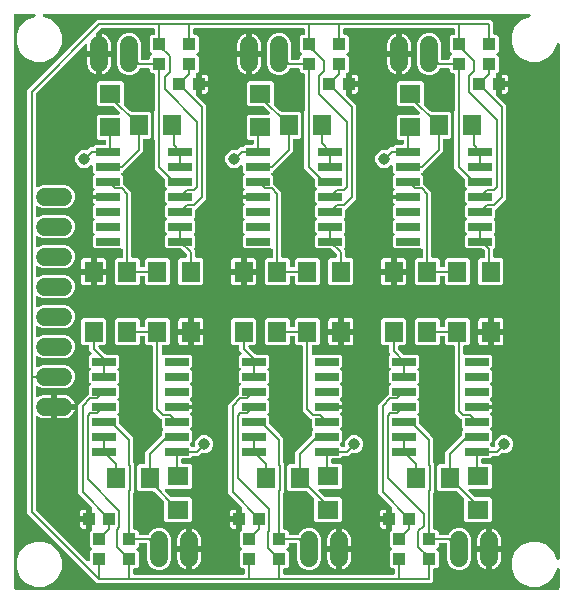
<source format=gbr>
G04 EAGLE Gerber X2 export*
%TF.Part,Single*%
%TF.FileFunction,Copper,L1,Top,Mixed*%
%TF.FilePolarity,Positive*%
%TF.GenerationSoftware,Autodesk,EAGLE,9.1.0*%
%TF.CreationDate,2018-12-10T23:06:03Z*%
G75*
%MOMM*%
%FSLAX34Y34*%
%LPD*%
%AMOC8*
5,1,8,0,0,1.08239X$1,22.5*%
G01*
%ADD10C,1.500000*%
%ADD11R,2.032000X0.660400*%
%ADD12R,1.600000X1.803000*%
%ADD13R,1.803000X1.600000*%
%ADD14R,1.000000X1.100000*%
%ADD15R,1.100000X1.000000*%
%ADD16C,0.203200*%
%ADD17C,0.975000*%

G36*
X477513Y16526D02*
X477513Y16526D01*
X477632Y16533D01*
X477670Y16546D01*
X477711Y16551D01*
X477821Y16594D01*
X477934Y16631D01*
X477969Y16653D01*
X478006Y16668D01*
X478102Y16737D01*
X478203Y16801D01*
X478231Y16831D01*
X478264Y16854D01*
X478340Y16946D01*
X478421Y17033D01*
X478441Y17068D01*
X478466Y17099D01*
X478517Y17207D01*
X478575Y17311D01*
X478585Y17351D01*
X478602Y17387D01*
X478624Y17504D01*
X478654Y17619D01*
X478658Y17679D01*
X478662Y17699D01*
X478660Y17720D01*
X478664Y17780D01*
X478664Y33756D01*
X478656Y33826D01*
X478657Y33895D01*
X478636Y33983D01*
X478624Y34072D01*
X478599Y34137D01*
X478582Y34205D01*
X478540Y34284D01*
X478507Y34368D01*
X478466Y34424D01*
X478434Y34486D01*
X478373Y34552D01*
X478321Y34625D01*
X478267Y34670D01*
X478220Y34721D01*
X478145Y34771D01*
X478076Y34828D01*
X478012Y34858D01*
X477954Y34896D01*
X477869Y34925D01*
X477788Y34963D01*
X477719Y34976D01*
X477653Y34999D01*
X477564Y35006D01*
X477476Y35023D01*
X477406Y35019D01*
X477336Y35024D01*
X477248Y35009D01*
X477158Y35003D01*
X477092Y34982D01*
X477023Y34970D01*
X476941Y34933D01*
X476856Y34905D01*
X476797Y34868D01*
X476733Y34839D01*
X476663Y34783D01*
X476587Y34735D01*
X476539Y34684D01*
X476485Y34641D01*
X476430Y34569D01*
X476369Y34504D01*
X476335Y34442D01*
X476293Y34387D01*
X476222Y34242D01*
X473350Y27309D01*
X467991Y21950D01*
X460989Y19049D01*
X453411Y19049D01*
X446409Y21950D01*
X441050Y27309D01*
X438149Y34311D01*
X438149Y41889D01*
X441050Y48891D01*
X446409Y54250D01*
X453411Y57151D01*
X460989Y57151D01*
X467991Y54250D01*
X473350Y48891D01*
X476222Y41958D01*
X476257Y41897D01*
X476283Y41832D01*
X476335Y41760D01*
X476380Y41682D01*
X476428Y41631D01*
X476469Y41575D01*
X476539Y41518D01*
X476601Y41453D01*
X476661Y41417D01*
X476714Y41372D01*
X476796Y41334D01*
X476872Y41287D01*
X476939Y41266D01*
X477002Y41237D01*
X477090Y41220D01*
X477176Y41193D01*
X477246Y41190D01*
X477315Y41177D01*
X477404Y41182D01*
X477494Y41178D01*
X477562Y41192D01*
X477632Y41197D01*
X477717Y41224D01*
X477805Y41242D01*
X477868Y41273D01*
X477934Y41295D01*
X478010Y41343D01*
X478091Y41382D01*
X478144Y41427D01*
X478203Y41465D01*
X478265Y41530D01*
X478333Y41589D01*
X478373Y41646D01*
X478421Y41696D01*
X478464Y41775D01*
X478516Y41849D01*
X478541Y41914D01*
X478575Y41975D01*
X478597Y42062D01*
X478629Y42146D01*
X478637Y42215D01*
X478654Y42283D01*
X478664Y42444D01*
X478664Y478256D01*
X478656Y478326D01*
X478657Y478395D01*
X478636Y478483D01*
X478624Y478572D01*
X478599Y478637D01*
X478582Y478705D01*
X478540Y478784D01*
X478507Y478868D01*
X478466Y478924D01*
X478434Y478986D01*
X478373Y479052D01*
X478321Y479125D01*
X478267Y479170D01*
X478220Y479221D01*
X478145Y479271D01*
X478076Y479328D01*
X478012Y479358D01*
X477954Y479396D01*
X477869Y479425D01*
X477788Y479463D01*
X477719Y479476D01*
X477653Y479499D01*
X477564Y479506D01*
X477476Y479523D01*
X477406Y479519D01*
X477336Y479524D01*
X477248Y479509D01*
X477158Y479503D01*
X477092Y479482D01*
X477023Y479470D01*
X476941Y479433D01*
X476856Y479405D01*
X476797Y479368D01*
X476733Y479339D01*
X476663Y479283D01*
X476587Y479235D01*
X476539Y479184D01*
X476485Y479141D01*
X476430Y479069D01*
X476369Y479004D01*
X476335Y478942D01*
X476293Y478887D01*
X476222Y478742D01*
X473350Y471809D01*
X467991Y466450D01*
X460989Y463549D01*
X453411Y463549D01*
X446409Y466450D01*
X441050Y471809D01*
X438149Y478811D01*
X438149Y486389D01*
X441050Y493391D01*
X446409Y498750D01*
X453403Y501647D01*
X453463Y501682D01*
X453528Y501708D01*
X453601Y501760D01*
X453679Y501805D01*
X453729Y501853D01*
X453785Y501894D01*
X453843Y501964D01*
X453907Y502026D01*
X453944Y502086D01*
X453988Y502139D01*
X454027Y502221D01*
X454073Y502297D01*
X454094Y502364D01*
X454124Y502427D01*
X454141Y502515D01*
X454167Y502601D01*
X454170Y502671D01*
X454184Y502740D01*
X454178Y502829D01*
X454182Y502919D01*
X454168Y502987D01*
X454164Y503057D01*
X454136Y503142D01*
X454118Y503230D01*
X454087Y503293D01*
X454066Y503359D01*
X454018Y503435D01*
X453978Y503516D01*
X453933Y503569D01*
X453896Y503628D01*
X453830Y503690D01*
X453772Y503758D01*
X453715Y503798D01*
X453664Y503846D01*
X453585Y503889D01*
X453512Y503941D01*
X453446Y503966D01*
X453385Y504000D01*
X453299Y504022D01*
X453214Y504054D01*
X453145Y504062D01*
X453078Y504079D01*
X452917Y504089D01*
X42383Y504089D01*
X42314Y504081D01*
X42244Y504082D01*
X42157Y504061D01*
X42068Y504049D01*
X42003Y504024D01*
X41935Y504007D01*
X41855Y503965D01*
X41772Y503932D01*
X41715Y503891D01*
X41654Y503859D01*
X41587Y503798D01*
X41515Y503746D01*
X41470Y503692D01*
X41418Y503645D01*
X41369Y503570D01*
X41312Y503501D01*
X41282Y503437D01*
X41244Y503379D01*
X41214Y503294D01*
X41176Y503213D01*
X41163Y503144D01*
X41140Y503078D01*
X41133Y502989D01*
X41116Y502901D01*
X41121Y502831D01*
X41115Y502761D01*
X41131Y502673D01*
X41136Y502583D01*
X41158Y502517D01*
X41170Y502448D01*
X41207Y502366D01*
X41234Y502281D01*
X41272Y502222D01*
X41300Y502158D01*
X41356Y502088D01*
X41404Y502012D01*
X41455Y501964D01*
X41499Y501910D01*
X41571Y501855D01*
X41636Y501794D01*
X41697Y501760D01*
X41753Y501718D01*
X41897Y501647D01*
X48891Y498750D01*
X54250Y493391D01*
X57151Y486389D01*
X57151Y478811D01*
X54250Y471809D01*
X48891Y466450D01*
X41889Y463549D01*
X34311Y463549D01*
X27309Y466450D01*
X21950Y471809D01*
X19049Y478811D01*
X19049Y486389D01*
X21950Y493391D01*
X27309Y498750D01*
X34303Y501647D01*
X34363Y501682D01*
X34428Y501708D01*
X34501Y501760D01*
X34579Y501805D01*
X34629Y501853D01*
X34685Y501894D01*
X34743Y501964D01*
X34807Y502026D01*
X34844Y502086D01*
X34888Y502139D01*
X34927Y502221D01*
X34973Y502297D01*
X34994Y502364D01*
X35024Y502427D01*
X35041Y502515D01*
X35067Y502601D01*
X35070Y502671D01*
X35084Y502740D01*
X35078Y502829D01*
X35082Y502919D01*
X35068Y502987D01*
X35064Y503057D01*
X35036Y503142D01*
X35018Y503230D01*
X34987Y503293D01*
X34966Y503359D01*
X34918Y503435D01*
X34878Y503516D01*
X34833Y503569D01*
X34796Y503628D01*
X34730Y503690D01*
X34672Y503758D01*
X34615Y503798D01*
X34564Y503846D01*
X34485Y503889D01*
X34412Y503941D01*
X34346Y503966D01*
X34285Y504000D01*
X34199Y504022D01*
X34114Y504054D01*
X34045Y504062D01*
X33978Y504079D01*
X33817Y504089D01*
X17780Y504089D01*
X17662Y504074D01*
X17543Y504067D01*
X17505Y504054D01*
X17464Y504049D01*
X17354Y504006D01*
X17241Y503969D01*
X17206Y503947D01*
X17169Y503932D01*
X17073Y503863D01*
X16972Y503799D01*
X16944Y503769D01*
X16911Y503746D01*
X16835Y503654D01*
X16754Y503567D01*
X16734Y503532D01*
X16709Y503501D01*
X16658Y503393D01*
X16600Y503289D01*
X16590Y503249D01*
X16573Y503213D01*
X16551Y503096D01*
X16521Y502981D01*
X16517Y502921D01*
X16513Y502901D01*
X16515Y502880D01*
X16511Y502820D01*
X16511Y17780D01*
X16526Y17662D01*
X16533Y17543D01*
X16546Y17505D01*
X16551Y17464D01*
X16594Y17354D01*
X16631Y17241D01*
X16653Y17206D01*
X16668Y17169D01*
X16737Y17073D01*
X16801Y16972D01*
X16831Y16944D01*
X16854Y16911D01*
X16946Y16835D01*
X17033Y16754D01*
X17068Y16734D01*
X17099Y16709D01*
X17207Y16658D01*
X17311Y16600D01*
X17351Y16590D01*
X17387Y16573D01*
X17504Y16551D01*
X17619Y16521D01*
X17679Y16517D01*
X17699Y16513D01*
X17720Y16515D01*
X17780Y16511D01*
X477395Y16511D01*
X477513Y16526D01*
G37*
%LPC*%
G36*
X87427Y21843D02*
X87427Y21843D01*
X28193Y81077D01*
X28193Y439623D01*
X87427Y498857D01*
X420573Y498857D01*
X422657Y496773D01*
X422657Y487210D01*
X422672Y487092D01*
X422679Y486973D01*
X422692Y486935D01*
X422697Y486894D01*
X422740Y486784D01*
X422777Y486671D01*
X422799Y486636D01*
X422814Y486599D01*
X422883Y486503D01*
X422947Y486402D01*
X422977Y486374D01*
X423000Y486341D01*
X423092Y486265D01*
X423179Y486184D01*
X423214Y486164D01*
X423245Y486139D01*
X423353Y486088D01*
X423457Y486030D01*
X423497Y486020D01*
X423533Y486003D01*
X423650Y485981D01*
X423765Y485951D01*
X423825Y485947D01*
X423845Y485943D01*
X423866Y485945D01*
X423926Y485941D01*
X425652Y485941D01*
X427141Y484452D01*
X427141Y472348D01*
X425591Y470797D01*
X425518Y470703D01*
X425439Y470614D01*
X425421Y470578D01*
X425396Y470546D01*
X425348Y470437D01*
X425294Y470331D01*
X425285Y470292D01*
X425269Y470254D01*
X425251Y470137D01*
X425225Y470021D01*
X425226Y469980D01*
X425220Y469940D01*
X425231Y469822D01*
X425234Y469703D01*
X425246Y469664D01*
X425249Y469624D01*
X425290Y469512D01*
X425323Y469397D01*
X425343Y469362D01*
X425357Y469324D01*
X425424Y469226D01*
X425484Y469123D01*
X425524Y469078D01*
X425536Y469061D01*
X425551Y469048D01*
X425591Y469002D01*
X427141Y467452D01*
X427141Y455348D01*
X425472Y453679D01*
X425412Y453601D01*
X425344Y453529D01*
X425315Y453476D01*
X425278Y453428D01*
X425238Y453337D01*
X425190Y453250D01*
X425175Y453192D01*
X425151Y453136D01*
X425136Y453038D01*
X425111Y452942D01*
X425105Y452842D01*
X425101Y452822D01*
X425102Y452810D01*
X425101Y452782D01*
X425101Y445730D01*
X425116Y445612D01*
X425123Y445493D01*
X425135Y445455D01*
X425141Y445415D01*
X425184Y445304D01*
X425221Y445191D01*
X425243Y445157D01*
X425258Y445119D01*
X425327Y445023D01*
X425391Y444922D01*
X425421Y444894D01*
X425444Y444862D01*
X425536Y444786D01*
X425623Y444704D01*
X425658Y444685D01*
X425689Y444659D01*
X425797Y444608D01*
X425901Y444551D01*
X425941Y444541D01*
X425977Y444523D01*
X426084Y444503D01*
X426054Y444499D01*
X425944Y444455D01*
X425831Y444419D01*
X425796Y444397D01*
X425759Y444382D01*
X425662Y444312D01*
X425562Y444249D01*
X425534Y444219D01*
X425501Y444195D01*
X425425Y444104D01*
X425344Y444017D01*
X425324Y443982D01*
X425299Y443950D01*
X425248Y443843D01*
X425190Y443738D01*
X425180Y443699D01*
X425163Y443663D01*
X425141Y443546D01*
X425111Y443430D01*
X425107Y443370D01*
X425103Y443350D01*
X425105Y443330D01*
X425101Y443270D01*
X425101Y435555D01*
X425113Y435457D01*
X425116Y435358D01*
X425133Y435300D01*
X425141Y435239D01*
X425177Y435147D01*
X425205Y435052D01*
X425235Y435000D01*
X425258Y434944D01*
X425316Y434864D01*
X425366Y434778D01*
X425432Y434703D01*
X425444Y434686D01*
X425454Y434679D01*
X425472Y434658D01*
X433579Y426551D01*
X433579Y347574D01*
X424806Y338802D01*
X424746Y338723D01*
X424678Y338651D01*
X424649Y338598D01*
X424612Y338550D01*
X424572Y338459D01*
X424524Y338373D01*
X424509Y338314D01*
X424485Y338258D01*
X424470Y338160D01*
X424445Y338065D01*
X424439Y337965D01*
X424435Y337944D01*
X424437Y337932D01*
X424435Y337904D01*
X424435Y332196D01*
X423337Y331097D01*
X423264Y331003D01*
X423185Y330914D01*
X423167Y330878D01*
X423142Y330846D01*
X423094Y330737D01*
X423040Y330631D01*
X423031Y330592D01*
X423015Y330554D01*
X422997Y330437D01*
X422971Y330321D01*
X422972Y330280D01*
X422966Y330240D01*
X422977Y330122D01*
X422980Y330003D01*
X422992Y329964D01*
X422995Y329924D01*
X423036Y329812D01*
X423069Y329697D01*
X423089Y329662D01*
X423103Y329624D01*
X423170Y329526D01*
X423230Y329423D01*
X423270Y329378D01*
X423282Y329361D01*
X423297Y329348D01*
X423337Y329302D01*
X424435Y328204D01*
X424435Y319496D01*
X423337Y318397D01*
X423264Y318303D01*
X423185Y318214D01*
X423167Y318178D01*
X423142Y318146D01*
X423094Y318037D01*
X423040Y317931D01*
X423031Y317892D01*
X423015Y317854D01*
X422997Y317737D01*
X422971Y317621D01*
X422972Y317580D01*
X422966Y317540D01*
X422977Y317422D01*
X422980Y317303D01*
X422992Y317264D01*
X422995Y317224D01*
X423036Y317112D01*
X423069Y316997D01*
X423089Y316962D01*
X423103Y316924D01*
X423170Y316826D01*
X423230Y316723D01*
X423270Y316678D01*
X423282Y316661D01*
X423297Y316648D01*
X423337Y316602D01*
X424435Y315504D01*
X424435Y306796D01*
X423028Y305389D01*
X422968Y305311D01*
X422900Y305239D01*
X422871Y305186D01*
X422834Y305138D01*
X422794Y305047D01*
X422746Y304960D01*
X422731Y304902D01*
X422707Y304846D01*
X422692Y304748D01*
X422667Y304653D01*
X422661Y304552D01*
X422657Y304532D01*
X422659Y304520D01*
X422657Y304492D01*
X422657Y298575D01*
X422672Y298457D01*
X422679Y298338D01*
X422692Y298300D01*
X422697Y298259D01*
X422740Y298149D01*
X422777Y298036D01*
X422799Y298001D01*
X422814Y297964D01*
X422884Y297867D01*
X422947Y297767D01*
X422977Y297739D01*
X423000Y297706D01*
X423092Y297630D01*
X423179Y297549D01*
X423214Y297529D01*
X423245Y297504D01*
X423353Y297453D01*
X423457Y297395D01*
X423497Y297385D01*
X423533Y297368D01*
X423650Y297346D01*
X423765Y297316D01*
X423825Y297312D01*
X423845Y297308D01*
X423866Y297310D01*
X423926Y297306D01*
X429672Y297306D01*
X431161Y295817D01*
X431161Y275683D01*
X429672Y274194D01*
X411568Y274194D01*
X410079Y275683D01*
X410079Y295817D01*
X411568Y297306D01*
X414274Y297306D01*
X414392Y297321D01*
X414511Y297328D01*
X414549Y297341D01*
X414590Y297346D01*
X414700Y297389D01*
X414813Y297426D01*
X414848Y297448D01*
X414885Y297463D01*
X414981Y297532D01*
X415082Y297596D01*
X415110Y297626D01*
X415143Y297649D01*
X415219Y297741D01*
X415300Y297828D01*
X415320Y297863D01*
X415345Y297894D01*
X415396Y298002D01*
X415454Y298106D01*
X415464Y298146D01*
X415481Y298182D01*
X415503Y298299D01*
X415533Y298414D01*
X415537Y298474D01*
X415541Y298494D01*
X415539Y298515D01*
X415543Y298575D01*
X415543Y302801D01*
X415531Y302899D01*
X415528Y302998D01*
X415511Y303056D01*
X415503Y303117D01*
X415467Y303209D01*
X415439Y303304D01*
X415409Y303356D01*
X415386Y303412D01*
X415328Y303492D01*
X415278Y303578D01*
X415212Y303653D01*
X415200Y303670D01*
X415190Y303677D01*
X415172Y303698D01*
X413935Y304935D01*
X413856Y304996D01*
X413784Y305064D01*
X413731Y305093D01*
X413683Y305130D01*
X413592Y305170D01*
X413506Y305218D01*
X413447Y305233D01*
X413391Y305257D01*
X413293Y305272D01*
X413198Y305297D01*
X413098Y305303D01*
X413077Y305307D01*
X413065Y305305D01*
X413037Y305307D01*
X400522Y305307D01*
X399033Y306796D01*
X399033Y315504D01*
X400131Y316602D01*
X400204Y316697D01*
X400283Y316786D01*
X400302Y316822D01*
X400326Y316854D01*
X400374Y316963D01*
X400428Y317069D01*
X400437Y317108D01*
X400453Y317146D01*
X400471Y317263D01*
X400497Y317379D01*
X400496Y317420D01*
X400502Y317460D01*
X400491Y317578D01*
X400488Y317697D01*
X400476Y317736D01*
X400473Y317776D01*
X400432Y317889D01*
X400399Y318003D01*
X400379Y318037D01*
X400365Y318076D01*
X400298Y318174D01*
X400238Y318277D01*
X400198Y318322D01*
X400186Y318339D01*
X400171Y318352D01*
X400131Y318397D01*
X399033Y319496D01*
X399033Y328204D01*
X400131Y329302D01*
X400204Y329397D01*
X400283Y329486D01*
X400302Y329522D01*
X400326Y329554D01*
X400374Y329663D01*
X400428Y329769D01*
X400437Y329808D01*
X400453Y329846D01*
X400471Y329963D01*
X400497Y330079D01*
X400496Y330120D01*
X400502Y330160D01*
X400491Y330278D01*
X400488Y330397D01*
X400476Y330436D01*
X400473Y330476D01*
X400432Y330589D01*
X400399Y330703D01*
X400379Y330737D01*
X400365Y330776D01*
X400298Y330874D01*
X400238Y330977D01*
X400198Y331022D01*
X400186Y331039D01*
X400171Y331052D01*
X400131Y331097D01*
X399033Y332196D01*
X399033Y340904D01*
X400131Y342002D01*
X400204Y342097D01*
X400283Y342186D01*
X400302Y342222D01*
X400326Y342254D01*
X400374Y342363D01*
X400428Y342469D01*
X400437Y342508D01*
X400453Y342546D01*
X400471Y342663D01*
X400497Y342779D01*
X400496Y342820D01*
X400502Y342860D01*
X400491Y342978D01*
X400488Y343097D01*
X400476Y343136D01*
X400473Y343176D01*
X400432Y343289D01*
X400399Y343403D01*
X400379Y343437D01*
X400365Y343476D01*
X400298Y343574D01*
X400238Y343677D01*
X400198Y343722D01*
X400186Y343739D01*
X400171Y343752D01*
X400131Y343797D01*
X399033Y344896D01*
X399033Y353604D01*
X400131Y354702D01*
X400204Y354797D01*
X400283Y354886D01*
X400302Y354922D01*
X400326Y354954D01*
X400374Y355063D01*
X400428Y355169D01*
X400437Y355208D01*
X400453Y355246D01*
X400471Y355363D01*
X400497Y355479D01*
X400496Y355520D01*
X400502Y355560D01*
X400491Y355678D01*
X400488Y355797D01*
X400476Y355836D01*
X400473Y355876D01*
X400432Y355989D01*
X400399Y356103D01*
X400379Y356137D01*
X400365Y356176D01*
X400298Y356274D01*
X400238Y356377D01*
X400198Y356422D01*
X400186Y356439D01*
X400171Y356452D01*
X400131Y356497D01*
X399033Y357596D01*
X399033Y363304D01*
X399021Y363402D01*
X399018Y363501D01*
X399001Y363560D01*
X398993Y363620D01*
X398957Y363712D01*
X398929Y363807D01*
X398899Y363859D01*
X398876Y363915D01*
X398818Y363996D01*
X398768Y364081D01*
X398702Y364156D01*
X398690Y364173D01*
X398680Y364180D01*
X398662Y364202D01*
X389632Y373231D01*
X389632Y421536D01*
X389771Y421675D01*
X389832Y421754D01*
X389900Y421826D01*
X389929Y421879D01*
X389966Y421927D01*
X390006Y422018D01*
X390054Y422104D01*
X390069Y422163D01*
X390093Y422218D01*
X390108Y422317D01*
X390133Y422412D01*
X390139Y422512D01*
X390143Y422533D01*
X390141Y422545D01*
X390143Y422573D01*
X390143Y452590D01*
X390128Y452708D01*
X390121Y452827D01*
X390108Y452865D01*
X390103Y452906D01*
X390060Y453016D01*
X390023Y453129D01*
X390001Y453164D01*
X389986Y453201D01*
X389917Y453297D01*
X389853Y453398D01*
X389823Y453426D01*
X389800Y453459D01*
X389708Y453535D01*
X389621Y453616D01*
X389586Y453636D01*
X389555Y453661D01*
X389447Y453712D01*
X389343Y453770D01*
X389303Y453780D01*
X389267Y453797D01*
X389150Y453819D01*
X389035Y453849D01*
X388975Y453853D01*
X388955Y453857D01*
X388934Y453855D01*
X388874Y453859D01*
X387148Y453859D01*
X385659Y455348D01*
X385659Y456574D01*
X385644Y456692D01*
X385637Y456811D01*
X385624Y456849D01*
X385619Y456890D01*
X385576Y457000D01*
X385539Y457113D01*
X385517Y457148D01*
X385502Y457185D01*
X385433Y457281D01*
X385369Y457382D01*
X385339Y457410D01*
X385316Y457443D01*
X385224Y457519D01*
X385137Y457600D01*
X385102Y457620D01*
X385071Y457645D01*
X384963Y457696D01*
X384859Y457754D01*
X384819Y457764D01*
X384783Y457781D01*
X384666Y457803D01*
X384551Y457833D01*
X384491Y457837D01*
X384471Y457841D01*
X384450Y457839D01*
X384390Y457843D01*
X378129Y457843D01*
X378099Y457840D01*
X378070Y457842D01*
X377942Y457820D01*
X377813Y457803D01*
X377786Y457793D01*
X377757Y457788D01*
X377638Y457734D01*
X377517Y457686D01*
X377494Y457669D01*
X377467Y457657D01*
X377365Y457576D01*
X377260Y457500D01*
X377241Y457477D01*
X377218Y457458D01*
X377140Y457355D01*
X377057Y457255D01*
X377045Y457228D01*
X377027Y457204D01*
X376956Y457060D01*
X376812Y456712D01*
X373988Y453888D01*
X370297Y452359D01*
X366303Y452359D01*
X362612Y453888D01*
X359788Y456712D01*
X358259Y460403D01*
X358259Y479397D01*
X359788Y483088D01*
X362612Y485912D01*
X366303Y487441D01*
X370297Y487441D01*
X373988Y485912D01*
X376812Y483088D01*
X378341Y479397D01*
X378341Y466226D01*
X378356Y466108D01*
X378363Y465989D01*
X378376Y465951D01*
X378381Y465910D01*
X378424Y465800D01*
X378461Y465687D01*
X378483Y465652D01*
X378498Y465615D01*
X378567Y465519D01*
X378631Y465418D01*
X378661Y465390D01*
X378684Y465357D01*
X378776Y465281D01*
X378863Y465200D01*
X378898Y465180D01*
X378929Y465155D01*
X379037Y465104D01*
X379141Y465046D01*
X379181Y465036D01*
X379217Y465019D01*
X379334Y464997D01*
X379449Y464967D01*
X379509Y464963D01*
X379529Y464959D01*
X379550Y464961D01*
X379610Y464957D01*
X384390Y464957D01*
X384508Y464972D01*
X384627Y464979D01*
X384665Y464992D01*
X384706Y464997D01*
X384816Y465040D01*
X384929Y465077D01*
X384964Y465099D01*
X385001Y465114D01*
X385097Y465183D01*
X385198Y465247D01*
X385226Y465277D01*
X385259Y465300D01*
X385335Y465392D01*
X385416Y465479D01*
X385436Y465514D01*
X385461Y465545D01*
X385512Y465653D01*
X385570Y465757D01*
X385580Y465797D01*
X385597Y465833D01*
X385619Y465950D01*
X385649Y466065D01*
X385653Y466125D01*
X385657Y466145D01*
X385655Y466166D01*
X385659Y466226D01*
X385659Y467452D01*
X387209Y469002D01*
X387282Y469097D01*
X387361Y469186D01*
X387379Y469222D01*
X387404Y469254D01*
X387452Y469363D01*
X387506Y469469D01*
X387515Y469508D01*
X387531Y469546D01*
X387549Y469663D01*
X387575Y469779D01*
X387574Y469820D01*
X387580Y469860D01*
X387569Y469978D01*
X387566Y470097D01*
X387554Y470136D01*
X387551Y470176D01*
X387510Y470289D01*
X387477Y470403D01*
X387457Y470437D01*
X387443Y470476D01*
X387376Y470574D01*
X387316Y470677D01*
X387276Y470722D01*
X387264Y470739D01*
X387249Y470752D01*
X387209Y470797D01*
X385659Y472348D01*
X385659Y484452D01*
X387148Y485941D01*
X388874Y485941D01*
X388992Y485956D01*
X389111Y485963D01*
X389149Y485976D01*
X389190Y485981D01*
X389300Y486024D01*
X389413Y486061D01*
X389448Y486083D01*
X389485Y486098D01*
X389581Y486167D01*
X389682Y486231D01*
X389710Y486261D01*
X389743Y486284D01*
X389819Y486376D01*
X389900Y486463D01*
X389920Y486498D01*
X389945Y486529D01*
X389996Y486637D01*
X390054Y486741D01*
X390064Y486781D01*
X390081Y486817D01*
X390103Y486934D01*
X390133Y487049D01*
X390137Y487109D01*
X390141Y487129D01*
X390139Y487150D01*
X390143Y487210D01*
X390143Y490474D01*
X390128Y490592D01*
X390121Y490711D01*
X390108Y490749D01*
X390103Y490790D01*
X390060Y490900D01*
X390023Y491013D01*
X390001Y491048D01*
X389986Y491085D01*
X389917Y491181D01*
X389853Y491282D01*
X389823Y491310D01*
X389800Y491343D01*
X389708Y491419D01*
X389621Y491500D01*
X389586Y491520D01*
X389555Y491545D01*
X389447Y491596D01*
X389343Y491654D01*
X389303Y491664D01*
X389267Y491681D01*
X389150Y491703D01*
X389035Y491733D01*
X388975Y491737D01*
X388955Y491741D01*
X388934Y491739D01*
X388874Y491743D01*
X296926Y491743D01*
X296808Y491728D01*
X296689Y491721D01*
X296651Y491708D01*
X296610Y491703D01*
X296500Y491660D01*
X296387Y491623D01*
X296352Y491601D01*
X296315Y491586D01*
X296219Y491517D01*
X296118Y491453D01*
X296090Y491423D01*
X296057Y491400D01*
X295981Y491308D01*
X295900Y491221D01*
X295880Y491186D01*
X295855Y491155D01*
X295804Y491047D01*
X295746Y490943D01*
X295736Y490903D01*
X295719Y490867D01*
X295697Y490750D01*
X295667Y490635D01*
X295663Y490575D01*
X295659Y490555D01*
X295661Y490534D01*
X295657Y490474D01*
X295657Y487210D01*
X295672Y487092D01*
X295679Y486973D01*
X295692Y486935D01*
X295697Y486894D01*
X295740Y486784D01*
X295777Y486671D01*
X295799Y486636D01*
X295814Y486599D01*
X295883Y486503D01*
X295947Y486402D01*
X295977Y486374D01*
X296000Y486341D01*
X296092Y486265D01*
X296179Y486184D01*
X296214Y486164D01*
X296245Y486139D01*
X296353Y486088D01*
X296457Y486030D01*
X296497Y486020D01*
X296533Y486003D01*
X296650Y485981D01*
X296765Y485951D01*
X296825Y485947D01*
X296845Y485943D01*
X296866Y485945D01*
X296926Y485941D01*
X298652Y485941D01*
X300141Y484452D01*
X300141Y472348D01*
X298591Y470797D01*
X298518Y470703D01*
X298439Y470614D01*
X298421Y470578D01*
X298396Y470546D01*
X298348Y470437D01*
X298294Y470331D01*
X298285Y470292D01*
X298269Y470254D01*
X298251Y470137D01*
X298225Y470021D01*
X298226Y469980D01*
X298220Y469940D01*
X298231Y469822D01*
X298234Y469703D01*
X298246Y469664D01*
X298249Y469624D01*
X298290Y469512D01*
X298323Y469397D01*
X298343Y469362D01*
X298357Y469324D01*
X298424Y469226D01*
X298484Y469123D01*
X298524Y469078D01*
X298536Y469061D01*
X298551Y469048D01*
X298591Y469002D01*
X300141Y467452D01*
X300141Y455348D01*
X298472Y453679D01*
X298412Y453601D01*
X298344Y453529D01*
X298315Y453476D01*
X298278Y453428D01*
X298238Y453337D01*
X298190Y453250D01*
X298175Y453192D01*
X298151Y453136D01*
X298136Y453038D01*
X298111Y452942D01*
X298105Y452842D01*
X298101Y452822D01*
X298102Y452810D01*
X298101Y452782D01*
X298101Y445730D01*
X298116Y445612D01*
X298123Y445493D01*
X298135Y445455D01*
X298141Y445415D01*
X298184Y445304D01*
X298221Y445191D01*
X298243Y445157D01*
X298258Y445119D01*
X298327Y445023D01*
X298391Y444922D01*
X298421Y444894D01*
X298444Y444862D01*
X298536Y444786D01*
X298623Y444704D01*
X298658Y444685D01*
X298689Y444659D01*
X298797Y444608D01*
X298901Y444551D01*
X298941Y444541D01*
X298977Y444523D01*
X299084Y444503D01*
X299054Y444499D01*
X298944Y444455D01*
X298831Y444419D01*
X298796Y444397D01*
X298759Y444382D01*
X298662Y444312D01*
X298562Y444249D01*
X298534Y444219D01*
X298501Y444195D01*
X298425Y444104D01*
X298344Y444017D01*
X298324Y443982D01*
X298299Y443950D01*
X298248Y443843D01*
X298190Y443738D01*
X298180Y443699D01*
X298163Y443663D01*
X298141Y443546D01*
X298111Y443430D01*
X298107Y443370D01*
X298103Y443350D01*
X298105Y443330D01*
X298101Y443270D01*
X298101Y435555D01*
X298113Y435457D01*
X298116Y435358D01*
X298133Y435300D01*
X298141Y435239D01*
X298177Y435147D01*
X298205Y435052D01*
X298235Y435000D01*
X298258Y434944D01*
X298316Y434864D01*
X298366Y434778D01*
X298432Y434703D01*
X298444Y434686D01*
X298454Y434679D01*
X298472Y434658D01*
X306579Y426551D01*
X306579Y347574D01*
X297806Y338802D01*
X297746Y338723D01*
X297678Y338651D01*
X297649Y338598D01*
X297612Y338550D01*
X297572Y338459D01*
X297524Y338373D01*
X297509Y338314D01*
X297485Y338258D01*
X297470Y338160D01*
X297445Y338065D01*
X297439Y337965D01*
X297435Y337944D01*
X297437Y337932D01*
X297435Y337904D01*
X297435Y332196D01*
X296337Y331097D01*
X296264Y331003D01*
X296185Y330914D01*
X296167Y330878D01*
X296142Y330846D01*
X296094Y330737D01*
X296040Y330631D01*
X296031Y330592D01*
X296015Y330554D01*
X295997Y330437D01*
X295971Y330321D01*
X295972Y330280D01*
X295966Y330240D01*
X295977Y330122D01*
X295980Y330003D01*
X295992Y329964D01*
X295995Y329924D01*
X296036Y329812D01*
X296069Y329697D01*
X296089Y329662D01*
X296103Y329624D01*
X296170Y329526D01*
X296230Y329423D01*
X296270Y329378D01*
X296282Y329361D01*
X296297Y329348D01*
X296337Y329302D01*
X297435Y328204D01*
X297435Y319496D01*
X296337Y318397D01*
X296264Y318303D01*
X296185Y318214D01*
X296167Y318178D01*
X296142Y318146D01*
X296094Y318037D01*
X296040Y317931D01*
X296031Y317892D01*
X296015Y317854D01*
X295997Y317737D01*
X295971Y317621D01*
X295972Y317580D01*
X295966Y317540D01*
X295977Y317422D01*
X295980Y317303D01*
X295992Y317264D01*
X295995Y317224D01*
X296036Y317112D01*
X296069Y316997D01*
X296089Y316962D01*
X296103Y316924D01*
X296170Y316826D01*
X296230Y316723D01*
X296270Y316678D01*
X296282Y316661D01*
X296297Y316648D01*
X296337Y316602D01*
X297435Y315504D01*
X297435Y306796D01*
X296674Y306035D01*
X296601Y305941D01*
X296522Y305852D01*
X296504Y305816D01*
X296479Y305784D01*
X296432Y305674D01*
X296378Y305568D01*
X296369Y305529D01*
X296353Y305492D01*
X296334Y305374D01*
X296308Y305258D01*
X296309Y305218D01*
X296303Y305178D01*
X296314Y305059D01*
X296318Y304940D01*
X296329Y304901D01*
X296333Y304861D01*
X296373Y304749D01*
X296406Y304635D01*
X296427Y304600D01*
X296440Y304562D01*
X296507Y304463D01*
X296568Y304361D01*
X296607Y304316D01*
X296619Y304299D01*
X296634Y304285D01*
X296674Y304240D01*
X297177Y303737D01*
X297177Y298575D01*
X297192Y298457D01*
X297199Y298338D01*
X297212Y298300D01*
X297217Y298259D01*
X297260Y298149D01*
X297297Y298036D01*
X297319Y298001D01*
X297334Y297964D01*
X297404Y297867D01*
X297467Y297767D01*
X297497Y297739D01*
X297520Y297706D01*
X297612Y297630D01*
X297699Y297549D01*
X297734Y297529D01*
X297765Y297504D01*
X297873Y297453D01*
X297977Y297395D01*
X298017Y297385D01*
X298053Y297368D01*
X298170Y297346D01*
X298285Y297316D01*
X298345Y297312D01*
X298365Y297308D01*
X298386Y297310D01*
X298446Y297306D01*
X302672Y297306D01*
X304161Y295817D01*
X304161Y275683D01*
X302672Y274194D01*
X284568Y274194D01*
X283079Y275683D01*
X283079Y295817D01*
X284568Y297306D01*
X288794Y297306D01*
X288912Y297321D01*
X289031Y297328D01*
X289069Y297341D01*
X289110Y297346D01*
X289220Y297389D01*
X289333Y297426D01*
X289368Y297448D01*
X289405Y297463D01*
X289501Y297532D01*
X289602Y297596D01*
X289630Y297626D01*
X289663Y297649D01*
X289739Y297741D01*
X289820Y297828D01*
X289840Y297863D01*
X289865Y297894D01*
X289916Y298002D01*
X289974Y298106D01*
X289984Y298146D01*
X290001Y298182D01*
X290023Y298299D01*
X290053Y298414D01*
X290057Y298474D01*
X290061Y298494D01*
X290059Y298515D01*
X290063Y298575D01*
X290063Y300265D01*
X290051Y300363D01*
X290048Y300462D01*
X290031Y300520D01*
X290023Y300581D01*
X289987Y300673D01*
X289959Y300768D01*
X289929Y300820D01*
X289906Y300876D01*
X289848Y300956D01*
X289798Y301042D01*
X289732Y301117D01*
X289720Y301134D01*
X289710Y301141D01*
X289692Y301163D01*
X285919Y304936D01*
X285840Y304996D01*
X285768Y305064D01*
X285715Y305093D01*
X285667Y305130D01*
X285576Y305170D01*
X285490Y305218D01*
X285431Y305233D01*
X285375Y305257D01*
X285277Y305272D01*
X285182Y305297D01*
X285082Y305303D01*
X285061Y305307D01*
X285049Y305305D01*
X285021Y305307D01*
X273522Y305307D01*
X272033Y306796D01*
X272033Y315504D01*
X273131Y316602D01*
X273204Y316697D01*
X273283Y316786D01*
X273302Y316822D01*
X273326Y316854D01*
X273374Y316963D01*
X273428Y317069D01*
X273437Y317108D01*
X273453Y317146D01*
X273471Y317263D01*
X273497Y317379D01*
X273496Y317420D01*
X273502Y317460D01*
X273491Y317578D01*
X273488Y317697D01*
X273476Y317736D01*
X273473Y317776D01*
X273432Y317889D01*
X273399Y318003D01*
X273379Y318037D01*
X273365Y318076D01*
X273298Y318174D01*
X273238Y318277D01*
X273198Y318322D01*
X273186Y318339D01*
X273171Y318352D01*
X273131Y318397D01*
X272033Y319496D01*
X272033Y328204D01*
X273131Y329302D01*
X273204Y329397D01*
X273283Y329486D01*
X273302Y329522D01*
X273326Y329554D01*
X273374Y329663D01*
X273428Y329769D01*
X273437Y329808D01*
X273453Y329846D01*
X273471Y329963D01*
X273497Y330079D01*
X273496Y330120D01*
X273502Y330160D01*
X273491Y330278D01*
X273488Y330397D01*
X273476Y330436D01*
X273473Y330476D01*
X273432Y330589D01*
X273399Y330703D01*
X273379Y330737D01*
X273365Y330776D01*
X273298Y330874D01*
X273238Y330977D01*
X273198Y331022D01*
X273186Y331039D01*
X273171Y331052D01*
X273131Y331097D01*
X272033Y332196D01*
X272033Y340904D01*
X273131Y342002D01*
X273204Y342097D01*
X273283Y342186D01*
X273302Y342222D01*
X273326Y342254D01*
X273374Y342363D01*
X273428Y342469D01*
X273437Y342508D01*
X273453Y342546D01*
X273471Y342663D01*
X273497Y342779D01*
X273496Y342820D01*
X273502Y342860D01*
X273491Y342978D01*
X273488Y343097D01*
X273476Y343136D01*
X273473Y343176D01*
X273432Y343289D01*
X273399Y343403D01*
X273379Y343437D01*
X273365Y343476D01*
X273298Y343574D01*
X273238Y343677D01*
X273198Y343722D01*
X273186Y343739D01*
X273171Y343752D01*
X273131Y343797D01*
X272033Y344896D01*
X272033Y353604D01*
X273131Y354702D01*
X273204Y354797D01*
X273283Y354886D01*
X273302Y354922D01*
X273326Y354954D01*
X273374Y355063D01*
X273428Y355169D01*
X273437Y355208D01*
X273453Y355246D01*
X273471Y355363D01*
X273497Y355479D01*
X273496Y355520D01*
X273502Y355560D01*
X273491Y355678D01*
X273488Y355797D01*
X273476Y355836D01*
X273473Y355876D01*
X273432Y355989D01*
X273399Y356103D01*
X273379Y356137D01*
X273365Y356176D01*
X273298Y356274D01*
X273238Y356377D01*
X273198Y356422D01*
X273186Y356439D01*
X273171Y356452D01*
X273131Y356497D01*
X272033Y357596D01*
X272033Y363304D01*
X272021Y363402D01*
X272018Y363501D01*
X272001Y363560D01*
X271993Y363620D01*
X271957Y363712D01*
X271929Y363807D01*
X271899Y363859D01*
X271876Y363915D01*
X271818Y363995D01*
X271768Y364081D01*
X271702Y364156D01*
X271690Y364173D01*
X271680Y364180D01*
X271662Y364202D01*
X262632Y373231D01*
X262632Y421536D01*
X262772Y421675D01*
X262832Y421754D01*
X262900Y421826D01*
X262929Y421879D01*
X262966Y421927D01*
X263006Y422018D01*
X263054Y422104D01*
X263069Y422163D01*
X263093Y422219D01*
X263108Y422317D01*
X263133Y422412D01*
X263139Y422512D01*
X263143Y422533D01*
X263141Y422545D01*
X263143Y422573D01*
X263143Y452590D01*
X263128Y452708D01*
X263121Y452827D01*
X263108Y452865D01*
X263103Y452906D01*
X263060Y453016D01*
X263023Y453129D01*
X263001Y453164D01*
X262986Y453201D01*
X262917Y453297D01*
X262853Y453398D01*
X262823Y453426D01*
X262800Y453459D01*
X262708Y453535D01*
X262621Y453616D01*
X262586Y453636D01*
X262555Y453661D01*
X262447Y453712D01*
X262343Y453770D01*
X262303Y453780D01*
X262267Y453797D01*
X262150Y453819D01*
X262035Y453849D01*
X261975Y453853D01*
X261955Y453857D01*
X261934Y453855D01*
X261874Y453859D01*
X260148Y453859D01*
X258659Y455348D01*
X258659Y456574D01*
X258644Y456692D01*
X258637Y456811D01*
X258624Y456849D01*
X258619Y456890D01*
X258576Y457000D01*
X258539Y457113D01*
X258517Y457148D01*
X258502Y457185D01*
X258433Y457281D01*
X258369Y457382D01*
X258339Y457410D01*
X258316Y457443D01*
X258224Y457519D01*
X258137Y457600D01*
X258102Y457620D01*
X258071Y457645D01*
X257963Y457696D01*
X257859Y457754D01*
X257819Y457764D01*
X257783Y457781D01*
X257666Y457803D01*
X257551Y457833D01*
X257491Y457837D01*
X257471Y457841D01*
X257450Y457839D01*
X257390Y457843D01*
X251129Y457843D01*
X251099Y457840D01*
X251070Y457842D01*
X250942Y457820D01*
X250813Y457803D01*
X250786Y457793D01*
X250757Y457788D01*
X250638Y457734D01*
X250517Y457686D01*
X250494Y457669D01*
X250467Y457657D01*
X250365Y457576D01*
X250260Y457500D01*
X250241Y457477D01*
X250218Y457458D01*
X250140Y457355D01*
X250057Y457255D01*
X250045Y457228D01*
X250027Y457204D01*
X249956Y457060D01*
X249812Y456712D01*
X246988Y453888D01*
X243297Y452359D01*
X239303Y452359D01*
X235612Y453888D01*
X232788Y456712D01*
X231259Y460403D01*
X231259Y479397D01*
X232788Y483088D01*
X235612Y485912D01*
X239303Y487441D01*
X243297Y487441D01*
X246988Y485912D01*
X249812Y483088D01*
X251341Y479397D01*
X251341Y466226D01*
X251356Y466108D01*
X251363Y465989D01*
X251376Y465951D01*
X251381Y465910D01*
X251424Y465800D01*
X251461Y465687D01*
X251483Y465652D01*
X251498Y465615D01*
X251567Y465519D01*
X251631Y465418D01*
X251661Y465390D01*
X251684Y465357D01*
X251776Y465281D01*
X251863Y465200D01*
X251898Y465180D01*
X251929Y465155D01*
X252037Y465104D01*
X252141Y465046D01*
X252181Y465036D01*
X252217Y465019D01*
X252334Y464997D01*
X252449Y464967D01*
X252509Y464963D01*
X252529Y464959D01*
X252550Y464961D01*
X252610Y464957D01*
X257390Y464957D01*
X257508Y464972D01*
X257627Y464979D01*
X257665Y464992D01*
X257706Y464997D01*
X257816Y465040D01*
X257929Y465077D01*
X257964Y465099D01*
X258001Y465114D01*
X258097Y465183D01*
X258198Y465247D01*
X258226Y465277D01*
X258259Y465300D01*
X258335Y465392D01*
X258416Y465479D01*
X258436Y465514D01*
X258461Y465545D01*
X258512Y465653D01*
X258570Y465757D01*
X258580Y465797D01*
X258597Y465833D01*
X258619Y465950D01*
X258649Y466065D01*
X258653Y466125D01*
X258657Y466145D01*
X258655Y466166D01*
X258659Y466226D01*
X258659Y467452D01*
X260209Y469002D01*
X260282Y469097D01*
X260361Y469186D01*
X260379Y469222D01*
X260404Y469254D01*
X260452Y469363D01*
X260506Y469469D01*
X260515Y469508D01*
X260531Y469546D01*
X260549Y469663D01*
X260575Y469779D01*
X260574Y469820D01*
X260580Y469860D01*
X260569Y469978D01*
X260566Y470097D01*
X260554Y470136D01*
X260551Y470176D01*
X260510Y470289D01*
X260477Y470403D01*
X260457Y470437D01*
X260443Y470476D01*
X260376Y470574D01*
X260316Y470677D01*
X260276Y470722D01*
X260264Y470739D01*
X260249Y470752D01*
X260209Y470797D01*
X258659Y472348D01*
X258659Y484452D01*
X260148Y485941D01*
X261874Y485941D01*
X261992Y485956D01*
X262111Y485963D01*
X262149Y485976D01*
X262190Y485981D01*
X262300Y486024D01*
X262413Y486061D01*
X262448Y486083D01*
X262485Y486098D01*
X262581Y486167D01*
X262682Y486231D01*
X262710Y486261D01*
X262743Y486284D01*
X262819Y486376D01*
X262900Y486463D01*
X262920Y486498D01*
X262945Y486529D01*
X262996Y486637D01*
X263054Y486741D01*
X263064Y486781D01*
X263081Y486817D01*
X263103Y486934D01*
X263133Y487049D01*
X263137Y487109D01*
X263141Y487129D01*
X263139Y487150D01*
X263143Y487210D01*
X263143Y490474D01*
X263128Y490592D01*
X263121Y490711D01*
X263108Y490749D01*
X263103Y490790D01*
X263060Y490900D01*
X263023Y491013D01*
X263001Y491048D01*
X262986Y491085D01*
X262917Y491181D01*
X262853Y491282D01*
X262823Y491310D01*
X262800Y491343D01*
X262708Y491419D01*
X262621Y491500D01*
X262586Y491520D01*
X262555Y491545D01*
X262447Y491596D01*
X262343Y491654D01*
X262303Y491664D01*
X262267Y491681D01*
X262150Y491703D01*
X262035Y491733D01*
X261975Y491737D01*
X261955Y491741D01*
X261934Y491739D01*
X261874Y491743D01*
X169926Y491743D01*
X169808Y491728D01*
X169689Y491721D01*
X169651Y491708D01*
X169610Y491703D01*
X169500Y491660D01*
X169387Y491623D01*
X169352Y491601D01*
X169315Y491586D01*
X169219Y491517D01*
X169118Y491453D01*
X169090Y491423D01*
X169057Y491400D01*
X168981Y491308D01*
X168900Y491221D01*
X168880Y491186D01*
X168855Y491155D01*
X168804Y491047D01*
X168746Y490943D01*
X168736Y490903D01*
X168719Y490867D01*
X168697Y490750D01*
X168667Y490635D01*
X168663Y490575D01*
X168659Y490555D01*
X168661Y490534D01*
X168657Y490474D01*
X168657Y487210D01*
X168672Y487092D01*
X168679Y486973D01*
X168692Y486935D01*
X168697Y486894D01*
X168740Y486784D01*
X168777Y486671D01*
X168799Y486636D01*
X168814Y486599D01*
X168883Y486503D01*
X168947Y486402D01*
X168977Y486374D01*
X169000Y486341D01*
X169092Y486265D01*
X169179Y486184D01*
X169214Y486164D01*
X169245Y486139D01*
X169353Y486088D01*
X169457Y486030D01*
X169497Y486020D01*
X169533Y486003D01*
X169650Y485981D01*
X169765Y485951D01*
X169825Y485947D01*
X169845Y485943D01*
X169866Y485945D01*
X169926Y485941D01*
X171652Y485941D01*
X173141Y484452D01*
X173141Y472348D01*
X171591Y470797D01*
X171518Y470703D01*
X171439Y470614D01*
X171421Y470578D01*
X171396Y470546D01*
X171348Y470437D01*
X171294Y470331D01*
X171285Y470292D01*
X171269Y470254D01*
X171251Y470137D01*
X171225Y470021D01*
X171226Y469980D01*
X171220Y469940D01*
X171231Y469822D01*
X171234Y469703D01*
X171246Y469664D01*
X171249Y469624D01*
X171290Y469512D01*
X171323Y469397D01*
X171343Y469362D01*
X171357Y469324D01*
X171424Y469226D01*
X171484Y469123D01*
X171524Y469078D01*
X171536Y469061D01*
X171551Y469048D01*
X171591Y469002D01*
X173141Y467452D01*
X173141Y455348D01*
X171472Y453679D01*
X171412Y453601D01*
X171344Y453529D01*
X171315Y453476D01*
X171278Y453428D01*
X171238Y453337D01*
X171190Y453250D01*
X171175Y453192D01*
X171151Y453136D01*
X171136Y453038D01*
X171111Y452942D01*
X171105Y452842D01*
X171101Y452822D01*
X171102Y452810D01*
X171101Y452782D01*
X171101Y445730D01*
X171116Y445612D01*
X171123Y445493D01*
X171135Y445455D01*
X171141Y445415D01*
X171184Y445304D01*
X171221Y445191D01*
X171243Y445157D01*
X171258Y445119D01*
X171327Y445023D01*
X171391Y444922D01*
X171421Y444894D01*
X171444Y444862D01*
X171536Y444786D01*
X171623Y444704D01*
X171658Y444685D01*
X171689Y444659D01*
X171797Y444608D01*
X171901Y444551D01*
X171941Y444541D01*
X171977Y444523D01*
X172084Y444503D01*
X172054Y444499D01*
X171944Y444455D01*
X171831Y444419D01*
X171796Y444397D01*
X171759Y444382D01*
X171662Y444312D01*
X171562Y444249D01*
X171534Y444219D01*
X171501Y444195D01*
X171425Y444104D01*
X171344Y444017D01*
X171324Y443982D01*
X171299Y443950D01*
X171248Y443843D01*
X171190Y443738D01*
X171180Y443699D01*
X171163Y443663D01*
X171141Y443546D01*
X171111Y443430D01*
X171107Y443370D01*
X171103Y443350D01*
X171105Y443330D01*
X171101Y443270D01*
X171101Y435555D01*
X171113Y435457D01*
X171116Y435358D01*
X171133Y435300D01*
X171141Y435239D01*
X171177Y435147D01*
X171205Y435052D01*
X171235Y435000D01*
X171258Y434944D01*
X171316Y434864D01*
X171366Y434778D01*
X171432Y434703D01*
X171444Y434686D01*
X171454Y434679D01*
X171472Y434658D01*
X179579Y426551D01*
X179579Y347574D01*
X170806Y338802D01*
X170746Y338723D01*
X170678Y338651D01*
X170649Y338598D01*
X170612Y338550D01*
X170572Y338459D01*
X170524Y338373D01*
X170509Y338314D01*
X170485Y338258D01*
X170470Y338160D01*
X170445Y338065D01*
X170439Y337965D01*
X170435Y337944D01*
X170437Y337932D01*
X170435Y337904D01*
X170435Y332196D01*
X169337Y331098D01*
X169264Y331003D01*
X169185Y330914D01*
X169166Y330878D01*
X169142Y330846D01*
X169094Y330737D01*
X169040Y330631D01*
X169031Y330592D01*
X169015Y330554D01*
X168997Y330437D01*
X168971Y330321D01*
X168972Y330280D01*
X168966Y330240D01*
X168977Y330122D01*
X168980Y330003D01*
X168992Y329964D01*
X168995Y329924D01*
X169036Y329811D01*
X169069Y329697D01*
X169089Y329663D01*
X169103Y329624D01*
X169170Y329526D01*
X169230Y329423D01*
X169270Y329378D01*
X169282Y329361D01*
X169297Y329348D01*
X169337Y329303D01*
X170435Y328204D01*
X170435Y319496D01*
X169337Y318397D01*
X169264Y318303D01*
X169185Y318214D01*
X169167Y318178D01*
X169142Y318146D01*
X169094Y318037D01*
X169040Y317931D01*
X169031Y317892D01*
X169015Y317854D01*
X168997Y317737D01*
X168971Y317621D01*
X168972Y317580D01*
X168966Y317540D01*
X168977Y317422D01*
X168980Y317303D01*
X168992Y317264D01*
X168995Y317224D01*
X169036Y317112D01*
X169069Y316997D01*
X169089Y316962D01*
X169103Y316924D01*
X169170Y316826D01*
X169230Y316723D01*
X169270Y316678D01*
X169282Y316661D01*
X169297Y316648D01*
X169337Y316602D01*
X170435Y315504D01*
X170435Y306796D01*
X169674Y306035D01*
X169601Y305941D01*
X169522Y305852D01*
X169504Y305816D01*
X169479Y305784D01*
X169432Y305675D01*
X169378Y305568D01*
X169369Y305529D01*
X169353Y305492D01*
X169334Y305374D01*
X169308Y305258D01*
X169309Y305218D01*
X169303Y305178D01*
X169314Y305059D01*
X169318Y304940D01*
X169329Y304901D01*
X169333Y304861D01*
X169373Y304749D01*
X169406Y304635D01*
X169427Y304600D01*
X169440Y304562D01*
X169507Y304463D01*
X169568Y304361D01*
X169608Y304315D01*
X169619Y304299D01*
X169634Y304285D01*
X169674Y304240D01*
X170177Y303737D01*
X170177Y298575D01*
X170192Y298457D01*
X170199Y298338D01*
X170212Y298300D01*
X170217Y298259D01*
X170260Y298149D01*
X170297Y298036D01*
X170319Y298001D01*
X170334Y297964D01*
X170404Y297867D01*
X170467Y297767D01*
X170497Y297739D01*
X170520Y297706D01*
X170612Y297630D01*
X170699Y297549D01*
X170734Y297529D01*
X170765Y297504D01*
X170873Y297453D01*
X170977Y297395D01*
X171017Y297385D01*
X171053Y297368D01*
X171170Y297346D01*
X171285Y297316D01*
X171345Y297312D01*
X171365Y297308D01*
X171386Y297310D01*
X171446Y297306D01*
X175672Y297306D01*
X177161Y295817D01*
X177161Y275683D01*
X175672Y274194D01*
X157568Y274194D01*
X156079Y275683D01*
X156079Y295817D01*
X157568Y297306D01*
X161794Y297306D01*
X161912Y297321D01*
X162031Y297328D01*
X162069Y297341D01*
X162110Y297346D01*
X162220Y297389D01*
X162333Y297426D01*
X162368Y297448D01*
X162405Y297463D01*
X162501Y297532D01*
X162602Y297596D01*
X162630Y297626D01*
X162663Y297649D01*
X162739Y297741D01*
X162820Y297828D01*
X162840Y297863D01*
X162865Y297894D01*
X162916Y298002D01*
X162974Y298106D01*
X162984Y298146D01*
X163001Y298182D01*
X163023Y298299D01*
X163053Y298414D01*
X163057Y298474D01*
X163061Y298494D01*
X163059Y298515D01*
X163063Y298575D01*
X163063Y300265D01*
X163051Y300363D01*
X163048Y300462D01*
X163031Y300520D01*
X163023Y300581D01*
X162987Y300673D01*
X162959Y300768D01*
X162929Y300820D01*
X162906Y300876D01*
X162848Y300956D01*
X162798Y301042D01*
X162732Y301117D01*
X162720Y301134D01*
X162710Y301141D01*
X162692Y301163D01*
X158919Y304936D01*
X158840Y304996D01*
X158768Y305064D01*
X158715Y305093D01*
X158667Y305130D01*
X158576Y305170D01*
X158490Y305218D01*
X158431Y305233D01*
X158375Y305257D01*
X158277Y305272D01*
X158182Y305297D01*
X158082Y305303D01*
X158061Y305307D01*
X158049Y305305D01*
X158021Y305307D01*
X146522Y305307D01*
X145033Y306796D01*
X145033Y315504D01*
X146131Y316602D01*
X146204Y316697D01*
X146283Y316786D01*
X146302Y316822D01*
X146326Y316854D01*
X146374Y316963D01*
X146428Y317069D01*
X146437Y317108D01*
X146453Y317146D01*
X146471Y317263D01*
X146497Y317379D01*
X146496Y317420D01*
X146502Y317460D01*
X146491Y317578D01*
X146488Y317697D01*
X146476Y317736D01*
X146473Y317776D01*
X146432Y317889D01*
X146399Y318003D01*
X146379Y318037D01*
X146365Y318076D01*
X146298Y318174D01*
X146238Y318277D01*
X146198Y318322D01*
X146186Y318339D01*
X146171Y318352D01*
X146131Y318397D01*
X145033Y319496D01*
X145033Y328204D01*
X146131Y329303D01*
X146204Y329397D01*
X146283Y329486D01*
X146301Y329522D01*
X146326Y329554D01*
X146374Y329663D01*
X146428Y329769D01*
X146437Y329808D01*
X146453Y329846D01*
X146471Y329963D01*
X146497Y330079D01*
X146496Y330120D01*
X146502Y330160D01*
X146491Y330278D01*
X146488Y330397D01*
X146476Y330436D01*
X146473Y330476D01*
X146432Y330588D01*
X146399Y330703D01*
X146379Y330738D01*
X146365Y330776D01*
X146298Y330874D01*
X146238Y330977D01*
X146198Y331022D01*
X146186Y331039D01*
X146171Y331052D01*
X146131Y331098D01*
X145033Y332196D01*
X145033Y340904D01*
X146131Y342002D01*
X146204Y342097D01*
X146283Y342186D01*
X146302Y342222D01*
X146326Y342254D01*
X146374Y342363D01*
X146428Y342469D01*
X146437Y342508D01*
X146453Y342546D01*
X146471Y342663D01*
X146497Y342779D01*
X146496Y342820D01*
X146502Y342860D01*
X146491Y342978D01*
X146488Y343097D01*
X146476Y343136D01*
X146473Y343176D01*
X146432Y343289D01*
X146399Y343403D01*
X146379Y343437D01*
X146365Y343476D01*
X146298Y343574D01*
X146238Y343677D01*
X146198Y343722D01*
X146186Y343739D01*
X146171Y343752D01*
X146131Y343797D01*
X145033Y344896D01*
X145033Y353604D01*
X146131Y354702D01*
X146204Y354797D01*
X146283Y354886D01*
X146302Y354922D01*
X146326Y354954D01*
X146374Y355063D01*
X146428Y355169D01*
X146437Y355208D01*
X146453Y355246D01*
X146471Y355363D01*
X146497Y355479D01*
X146496Y355520D01*
X146502Y355560D01*
X146491Y355678D01*
X146488Y355797D01*
X146476Y355836D01*
X146473Y355876D01*
X146432Y355989D01*
X146399Y356103D01*
X146379Y356137D01*
X146365Y356176D01*
X146298Y356274D01*
X146238Y356377D01*
X146198Y356422D01*
X146186Y356439D01*
X146171Y356452D01*
X146131Y356497D01*
X145033Y357596D01*
X145033Y363304D01*
X145021Y363402D01*
X145018Y363501D01*
X145001Y363560D01*
X144993Y363620D01*
X144957Y363712D01*
X144929Y363807D01*
X144899Y363859D01*
X144876Y363915D01*
X144818Y363995D01*
X144768Y364081D01*
X144702Y364156D01*
X144690Y364173D01*
X144680Y364180D01*
X144662Y364202D01*
X136143Y372720D01*
X136143Y396577D01*
X136131Y396675D01*
X136128Y396774D01*
X136111Y396833D01*
X136103Y396893D01*
X136067Y396985D01*
X136039Y397080D01*
X136009Y397132D01*
X135986Y397188D01*
X135928Y397268D01*
X135878Y397354D01*
X135812Y397429D01*
X135800Y397446D01*
X135790Y397453D01*
X135772Y397475D01*
X135632Y397614D01*
X135632Y421536D01*
X135772Y421675D01*
X135832Y421754D01*
X135900Y421826D01*
X135929Y421879D01*
X135966Y421927D01*
X136006Y422018D01*
X136054Y422104D01*
X136069Y422163D01*
X136093Y422219D01*
X136108Y422317D01*
X136133Y422412D01*
X136139Y422512D01*
X136143Y422533D01*
X136141Y422545D01*
X136143Y422573D01*
X136143Y452590D01*
X136128Y452708D01*
X136121Y452827D01*
X136108Y452865D01*
X136103Y452906D01*
X136060Y453016D01*
X136023Y453129D01*
X136001Y453164D01*
X135986Y453201D01*
X135917Y453297D01*
X135853Y453398D01*
X135823Y453426D01*
X135800Y453459D01*
X135708Y453535D01*
X135621Y453616D01*
X135586Y453636D01*
X135555Y453661D01*
X135447Y453712D01*
X135343Y453770D01*
X135303Y453780D01*
X135267Y453797D01*
X135150Y453819D01*
X135035Y453849D01*
X134975Y453853D01*
X134955Y453857D01*
X134934Y453855D01*
X134874Y453859D01*
X133148Y453859D01*
X131659Y455348D01*
X131659Y456574D01*
X131644Y456692D01*
X131637Y456811D01*
X131624Y456849D01*
X131619Y456890D01*
X131576Y457000D01*
X131539Y457113D01*
X131517Y457148D01*
X131502Y457185D01*
X131433Y457281D01*
X131369Y457382D01*
X131339Y457410D01*
X131316Y457443D01*
X131224Y457519D01*
X131137Y457600D01*
X131102Y457620D01*
X131071Y457645D01*
X130963Y457696D01*
X130859Y457754D01*
X130819Y457764D01*
X130783Y457781D01*
X130666Y457803D01*
X130551Y457833D01*
X130491Y457837D01*
X130471Y457841D01*
X130450Y457839D01*
X130390Y457843D01*
X124129Y457843D01*
X124099Y457840D01*
X124070Y457842D01*
X123942Y457820D01*
X123813Y457803D01*
X123786Y457793D01*
X123756Y457787D01*
X123638Y457734D01*
X123517Y457686D01*
X123493Y457669D01*
X123467Y457657D01*
X123365Y457576D01*
X123260Y457500D01*
X123241Y457477D01*
X123218Y457458D01*
X123140Y457354D01*
X123057Y457255D01*
X123045Y457228D01*
X123027Y457204D01*
X122956Y457060D01*
X122812Y456712D01*
X119988Y453888D01*
X116297Y452359D01*
X112303Y452359D01*
X108612Y453888D01*
X105788Y456712D01*
X104259Y460403D01*
X104259Y479397D01*
X105788Y483088D01*
X108612Y485912D01*
X112303Y487441D01*
X116297Y487441D01*
X119988Y485912D01*
X122812Y483088D01*
X124341Y479397D01*
X124341Y466226D01*
X124356Y466108D01*
X124363Y465989D01*
X124376Y465951D01*
X124381Y465910D01*
X124424Y465800D01*
X124461Y465687D01*
X124483Y465652D01*
X124498Y465615D01*
X124567Y465519D01*
X124631Y465418D01*
X124661Y465390D01*
X124684Y465357D01*
X124776Y465281D01*
X124863Y465200D01*
X124898Y465180D01*
X124929Y465155D01*
X125037Y465104D01*
X125141Y465046D01*
X125181Y465036D01*
X125217Y465019D01*
X125334Y464997D01*
X125449Y464967D01*
X125509Y464963D01*
X125529Y464959D01*
X125550Y464961D01*
X125610Y464957D01*
X130390Y464957D01*
X130508Y464972D01*
X130627Y464979D01*
X130665Y464992D01*
X130706Y464997D01*
X130816Y465040D01*
X130929Y465077D01*
X130964Y465099D01*
X131001Y465114D01*
X131097Y465183D01*
X131198Y465247D01*
X131226Y465277D01*
X131259Y465300D01*
X131335Y465392D01*
X131416Y465479D01*
X131436Y465514D01*
X131461Y465545D01*
X131512Y465653D01*
X131570Y465757D01*
X131580Y465797D01*
X131597Y465833D01*
X131619Y465950D01*
X131649Y466065D01*
X131653Y466125D01*
X131657Y466145D01*
X131655Y466166D01*
X131659Y466226D01*
X131659Y467452D01*
X133209Y469003D01*
X133282Y469097D01*
X133361Y469186D01*
X133379Y469222D01*
X133404Y469254D01*
X133452Y469363D01*
X133506Y469469D01*
X133515Y469508D01*
X133531Y469546D01*
X133549Y469663D01*
X133575Y469779D01*
X133574Y469820D01*
X133580Y469860D01*
X133569Y469978D01*
X133566Y470097D01*
X133554Y470136D01*
X133551Y470176D01*
X133510Y470288D01*
X133477Y470403D01*
X133457Y470438D01*
X133443Y470476D01*
X133376Y470574D01*
X133316Y470677D01*
X133276Y470722D01*
X133264Y470739D01*
X133249Y470752D01*
X133209Y470798D01*
X131659Y472348D01*
X131659Y484452D01*
X133148Y485941D01*
X134874Y485941D01*
X134992Y485956D01*
X135111Y485963D01*
X135149Y485976D01*
X135190Y485981D01*
X135300Y486024D01*
X135413Y486061D01*
X135448Y486083D01*
X135485Y486098D01*
X135581Y486167D01*
X135682Y486231D01*
X135710Y486261D01*
X135743Y486284D01*
X135819Y486376D01*
X135900Y486463D01*
X135920Y486498D01*
X135945Y486529D01*
X135996Y486637D01*
X136054Y486741D01*
X136064Y486781D01*
X136081Y486817D01*
X136103Y486934D01*
X136133Y487049D01*
X136137Y487109D01*
X136141Y487129D01*
X136139Y487150D01*
X136143Y487210D01*
X136143Y490474D01*
X136128Y490592D01*
X136121Y490711D01*
X136108Y490749D01*
X136103Y490790D01*
X136060Y490900D01*
X136023Y491013D01*
X136001Y491048D01*
X135986Y491085D01*
X135917Y491181D01*
X135853Y491282D01*
X135823Y491310D01*
X135800Y491343D01*
X135708Y491419D01*
X135621Y491500D01*
X135586Y491520D01*
X135555Y491545D01*
X135447Y491596D01*
X135343Y491654D01*
X135303Y491664D01*
X135267Y491681D01*
X135150Y491703D01*
X135035Y491733D01*
X134975Y491737D01*
X134955Y491741D01*
X134934Y491739D01*
X134874Y491743D01*
X90899Y491743D01*
X90801Y491731D01*
X90702Y491728D01*
X90644Y491711D01*
X90583Y491703D01*
X90491Y491667D01*
X90396Y491639D01*
X90344Y491609D01*
X90288Y491586D01*
X90208Y491528D01*
X90122Y491478D01*
X90047Y491412D01*
X90030Y491400D01*
X90023Y491390D01*
X90001Y491372D01*
X86772Y488142D01*
X86712Y488064D01*
X86644Y487992D01*
X86615Y487939D01*
X86578Y487891D01*
X86538Y487800D01*
X86490Y487714D01*
X86475Y487655D01*
X86451Y487599D01*
X86436Y487501D01*
X86411Y487406D01*
X86405Y487306D01*
X86401Y487285D01*
X86402Y487273D01*
X86401Y487245D01*
X86401Y472399D01*
X78859Y472399D01*
X78859Y477165D01*
X78842Y477303D01*
X78829Y477441D01*
X78822Y477461D01*
X78819Y477481D01*
X78768Y477609D01*
X78721Y477741D01*
X78710Y477758D01*
X78702Y477776D01*
X78621Y477888D01*
X78543Y478004D01*
X78527Y478017D01*
X78516Y478034D01*
X78408Y478122D01*
X78304Y478214D01*
X78286Y478224D01*
X78271Y478236D01*
X78145Y478296D01*
X78021Y478359D01*
X78001Y478363D01*
X77983Y478372D01*
X77847Y478398D01*
X77711Y478429D01*
X77690Y478428D01*
X77671Y478432D01*
X77532Y478423D01*
X77393Y478419D01*
X77373Y478413D01*
X77353Y478412D01*
X77221Y478369D01*
X77087Y478331D01*
X77070Y478320D01*
X77051Y478314D01*
X76933Y478240D01*
X76813Y478169D01*
X76792Y478150D01*
X76782Y478144D01*
X76768Y478129D01*
X76693Y478063D01*
X35678Y437049D01*
X35618Y436970D01*
X35550Y436898D01*
X35521Y436845D01*
X35484Y436797D01*
X35444Y436706D01*
X35396Y436620D01*
X35381Y436561D01*
X35357Y436505D01*
X35342Y436407D01*
X35317Y436312D01*
X35311Y436212D01*
X35307Y436191D01*
X35309Y436179D01*
X35307Y436151D01*
X35307Y358521D01*
X35324Y358383D01*
X35337Y358244D01*
X35344Y358225D01*
X35347Y358205D01*
X35398Y358076D01*
X35445Y357945D01*
X35456Y357928D01*
X35464Y357909D01*
X35545Y357797D01*
X35623Y357682D01*
X35639Y357669D01*
X35650Y357652D01*
X35758Y357563D01*
X35862Y357471D01*
X35880Y357462D01*
X35895Y357449D01*
X36021Y357390D01*
X36145Y357327D01*
X36165Y357322D01*
X36183Y357314D01*
X36319Y357288D01*
X36455Y357257D01*
X36476Y357258D01*
X36495Y357254D01*
X36634Y357263D01*
X36773Y357267D01*
X36793Y357273D01*
X36813Y357274D01*
X36945Y357317D01*
X37079Y357355D01*
X37096Y357366D01*
X37115Y357372D01*
X37233Y357446D01*
X37353Y357517D01*
X37374Y357535D01*
X37384Y357542D01*
X37398Y357557D01*
X37474Y357623D01*
X37612Y357762D01*
X41303Y359291D01*
X60297Y359291D01*
X63988Y357762D01*
X66812Y354938D01*
X68341Y351247D01*
X68341Y347253D01*
X66812Y343562D01*
X63988Y340738D01*
X60297Y339209D01*
X41303Y339209D01*
X37612Y340738D01*
X37474Y340877D01*
X37364Y340962D01*
X37257Y341051D01*
X37238Y341059D01*
X37222Y341072D01*
X37094Y341127D01*
X36969Y341186D01*
X36949Y341190D01*
X36930Y341198D01*
X36793Y341220D01*
X36656Y341246D01*
X36636Y341245D01*
X36616Y341248D01*
X36478Y341235D01*
X36339Y341226D01*
X36320Y341220D01*
X36300Y341218D01*
X36169Y341171D01*
X36037Y341128D01*
X36019Y341117D01*
X36000Y341111D01*
X35885Y341032D01*
X35768Y340958D01*
X35754Y340943D01*
X35737Y340932D01*
X35645Y340828D01*
X35550Y340726D01*
X35540Y340709D01*
X35527Y340694D01*
X35464Y340570D01*
X35396Y340448D01*
X35391Y340428D01*
X35382Y340410D01*
X35352Y340275D01*
X35317Y340140D01*
X35315Y340112D01*
X35312Y340100D01*
X35313Y340080D01*
X35307Y339979D01*
X35307Y333121D01*
X35324Y332983D01*
X35337Y332844D01*
X35344Y332825D01*
X35347Y332805D01*
X35398Y332676D01*
X35445Y332545D01*
X35456Y332528D01*
X35464Y332509D01*
X35545Y332397D01*
X35623Y332282D01*
X35639Y332269D01*
X35650Y332252D01*
X35758Y332163D01*
X35862Y332071D01*
X35880Y332062D01*
X35895Y332049D01*
X36021Y331990D01*
X36145Y331927D01*
X36165Y331922D01*
X36183Y331914D01*
X36319Y331888D01*
X36455Y331857D01*
X36476Y331858D01*
X36495Y331854D01*
X36634Y331863D01*
X36773Y331867D01*
X36793Y331873D01*
X36813Y331874D01*
X36945Y331917D01*
X37079Y331955D01*
X37096Y331966D01*
X37115Y331972D01*
X37233Y332046D01*
X37353Y332117D01*
X37374Y332135D01*
X37384Y332142D01*
X37398Y332157D01*
X37474Y332223D01*
X37612Y332362D01*
X41303Y333891D01*
X60297Y333891D01*
X63988Y332362D01*
X66812Y329538D01*
X68341Y325847D01*
X68341Y321853D01*
X66812Y318162D01*
X63988Y315338D01*
X60297Y313809D01*
X41303Y313809D01*
X37612Y315338D01*
X37474Y315477D01*
X37364Y315562D01*
X37257Y315651D01*
X37238Y315659D01*
X37222Y315672D01*
X37094Y315727D01*
X36969Y315786D01*
X36949Y315790D01*
X36930Y315798D01*
X36793Y315820D01*
X36656Y315846D01*
X36636Y315845D01*
X36616Y315848D01*
X36478Y315835D01*
X36339Y315826D01*
X36320Y315820D01*
X36300Y315818D01*
X36169Y315771D01*
X36037Y315728D01*
X36019Y315717D01*
X36000Y315711D01*
X35885Y315632D01*
X35768Y315558D01*
X35754Y315543D01*
X35737Y315532D01*
X35645Y315428D01*
X35550Y315326D01*
X35540Y315309D01*
X35527Y315294D01*
X35464Y315170D01*
X35396Y315048D01*
X35391Y315028D01*
X35382Y315010D01*
X35352Y314875D01*
X35317Y314740D01*
X35315Y314712D01*
X35312Y314700D01*
X35313Y314680D01*
X35307Y314579D01*
X35307Y307721D01*
X35324Y307583D01*
X35337Y307444D01*
X35344Y307425D01*
X35347Y307405D01*
X35398Y307276D01*
X35445Y307145D01*
X35456Y307128D01*
X35464Y307109D01*
X35545Y306997D01*
X35623Y306882D01*
X35639Y306869D01*
X35650Y306852D01*
X35758Y306763D01*
X35862Y306671D01*
X35880Y306662D01*
X35895Y306649D01*
X36021Y306590D01*
X36145Y306527D01*
X36165Y306522D01*
X36183Y306514D01*
X36319Y306488D01*
X36455Y306457D01*
X36476Y306458D01*
X36495Y306454D01*
X36634Y306463D01*
X36773Y306467D01*
X36793Y306473D01*
X36813Y306474D01*
X36945Y306517D01*
X37079Y306555D01*
X37096Y306566D01*
X37115Y306572D01*
X37233Y306646D01*
X37353Y306717D01*
X37374Y306735D01*
X37384Y306742D01*
X37398Y306757D01*
X37474Y306823D01*
X37612Y306962D01*
X41303Y308491D01*
X60297Y308491D01*
X63988Y306962D01*
X66812Y304138D01*
X68341Y300447D01*
X68341Y296453D01*
X66812Y292762D01*
X63988Y289938D01*
X60297Y288409D01*
X41303Y288409D01*
X37612Y289938D01*
X37474Y290077D01*
X37364Y290162D01*
X37257Y290251D01*
X37238Y290259D01*
X37222Y290272D01*
X37094Y290327D01*
X36969Y290386D01*
X36949Y290390D01*
X36930Y290398D01*
X36793Y290420D01*
X36656Y290446D01*
X36636Y290445D01*
X36616Y290448D01*
X36478Y290435D01*
X36339Y290426D01*
X36320Y290420D01*
X36300Y290418D01*
X36169Y290371D01*
X36037Y290328D01*
X36019Y290317D01*
X36000Y290311D01*
X35885Y290232D01*
X35768Y290158D01*
X35754Y290143D01*
X35737Y290132D01*
X35645Y290028D01*
X35550Y289926D01*
X35540Y289909D01*
X35527Y289894D01*
X35464Y289770D01*
X35396Y289648D01*
X35391Y289628D01*
X35382Y289610D01*
X35352Y289475D01*
X35317Y289340D01*
X35315Y289312D01*
X35312Y289300D01*
X35313Y289280D01*
X35307Y289179D01*
X35307Y282321D01*
X35324Y282183D01*
X35337Y282044D01*
X35344Y282025D01*
X35347Y282005D01*
X35398Y281876D01*
X35445Y281745D01*
X35456Y281728D01*
X35464Y281709D01*
X35545Y281597D01*
X35623Y281482D01*
X35639Y281469D01*
X35650Y281452D01*
X35758Y281363D01*
X35862Y281271D01*
X35880Y281262D01*
X35895Y281249D01*
X36021Y281190D01*
X36145Y281127D01*
X36165Y281122D01*
X36183Y281114D01*
X36319Y281088D01*
X36455Y281057D01*
X36476Y281058D01*
X36495Y281054D01*
X36634Y281063D01*
X36773Y281067D01*
X36793Y281073D01*
X36813Y281074D01*
X36945Y281117D01*
X37079Y281155D01*
X37096Y281166D01*
X37115Y281172D01*
X37233Y281246D01*
X37353Y281317D01*
X37374Y281335D01*
X37384Y281342D01*
X37398Y281357D01*
X37474Y281423D01*
X37612Y281562D01*
X41303Y283091D01*
X60297Y283091D01*
X63988Y281562D01*
X66812Y278738D01*
X68341Y275047D01*
X68341Y271053D01*
X66812Y267362D01*
X63988Y264538D01*
X60297Y263009D01*
X41303Y263009D01*
X37612Y264538D01*
X37474Y264677D01*
X37364Y264762D01*
X37257Y264851D01*
X37238Y264859D01*
X37222Y264872D01*
X37094Y264927D01*
X36969Y264986D01*
X36949Y264990D01*
X36930Y264998D01*
X36793Y265020D01*
X36656Y265046D01*
X36636Y265045D01*
X36616Y265048D01*
X36478Y265035D01*
X36339Y265026D01*
X36320Y265020D01*
X36300Y265018D01*
X36169Y264971D01*
X36037Y264928D01*
X36019Y264917D01*
X36000Y264911D01*
X35885Y264832D01*
X35768Y264758D01*
X35754Y264743D01*
X35737Y264732D01*
X35645Y264628D01*
X35550Y264526D01*
X35540Y264509D01*
X35527Y264494D01*
X35464Y264370D01*
X35396Y264248D01*
X35391Y264228D01*
X35382Y264210D01*
X35352Y264075D01*
X35317Y263940D01*
X35315Y263912D01*
X35312Y263900D01*
X35313Y263880D01*
X35307Y263779D01*
X35307Y256921D01*
X35324Y256783D01*
X35337Y256644D01*
X35344Y256625D01*
X35347Y256605D01*
X35398Y256476D01*
X35445Y256345D01*
X35456Y256328D01*
X35464Y256309D01*
X35545Y256197D01*
X35623Y256082D01*
X35639Y256069D01*
X35650Y256052D01*
X35758Y255963D01*
X35862Y255871D01*
X35880Y255862D01*
X35895Y255849D01*
X36021Y255790D01*
X36145Y255727D01*
X36165Y255722D01*
X36183Y255714D01*
X36319Y255688D01*
X36455Y255657D01*
X36476Y255658D01*
X36495Y255654D01*
X36634Y255663D01*
X36773Y255667D01*
X36793Y255673D01*
X36813Y255674D01*
X36945Y255717D01*
X37079Y255755D01*
X37096Y255766D01*
X37115Y255772D01*
X37233Y255846D01*
X37353Y255917D01*
X37374Y255935D01*
X37384Y255942D01*
X37398Y255957D01*
X37474Y256023D01*
X37612Y256162D01*
X41303Y257691D01*
X60297Y257691D01*
X63988Y256162D01*
X66812Y253338D01*
X68341Y249647D01*
X68341Y245653D01*
X66812Y241962D01*
X63988Y239138D01*
X60297Y237609D01*
X41303Y237609D01*
X37612Y239138D01*
X37474Y239277D01*
X37364Y239362D01*
X37257Y239451D01*
X37238Y239459D01*
X37222Y239472D01*
X37094Y239527D01*
X36969Y239586D01*
X36949Y239590D01*
X36930Y239598D01*
X36793Y239620D01*
X36656Y239646D01*
X36636Y239645D01*
X36616Y239648D01*
X36478Y239635D01*
X36339Y239626D01*
X36320Y239620D01*
X36300Y239618D01*
X36169Y239571D01*
X36037Y239528D01*
X36019Y239517D01*
X36000Y239511D01*
X35885Y239432D01*
X35768Y239358D01*
X35754Y239343D01*
X35737Y239332D01*
X35645Y239228D01*
X35550Y239126D01*
X35540Y239109D01*
X35527Y239094D01*
X35464Y238970D01*
X35396Y238848D01*
X35391Y238828D01*
X35382Y238810D01*
X35352Y238675D01*
X35317Y238540D01*
X35315Y238512D01*
X35312Y238500D01*
X35313Y238480D01*
X35307Y238379D01*
X35307Y231521D01*
X35324Y231383D01*
X35337Y231244D01*
X35344Y231225D01*
X35347Y231205D01*
X35398Y231076D01*
X35445Y230945D01*
X35456Y230928D01*
X35464Y230909D01*
X35545Y230797D01*
X35623Y230682D01*
X35639Y230669D01*
X35650Y230652D01*
X35758Y230563D01*
X35862Y230471D01*
X35880Y230462D01*
X35895Y230449D01*
X36021Y230390D01*
X36145Y230327D01*
X36165Y230322D01*
X36183Y230314D01*
X36319Y230288D01*
X36455Y230257D01*
X36476Y230258D01*
X36495Y230254D01*
X36634Y230263D01*
X36773Y230267D01*
X36793Y230273D01*
X36813Y230274D01*
X36945Y230317D01*
X37079Y230355D01*
X37096Y230366D01*
X37115Y230372D01*
X37233Y230446D01*
X37353Y230517D01*
X37374Y230535D01*
X37384Y230542D01*
X37398Y230557D01*
X37474Y230623D01*
X37612Y230762D01*
X41303Y232291D01*
X60297Y232291D01*
X63988Y230762D01*
X66812Y227938D01*
X68341Y224247D01*
X68341Y220253D01*
X66812Y216562D01*
X63988Y213738D01*
X60297Y212209D01*
X41303Y212209D01*
X37612Y213738D01*
X37474Y213877D01*
X37364Y213962D01*
X37257Y214051D01*
X37238Y214059D01*
X37222Y214072D01*
X37094Y214127D01*
X36969Y214186D01*
X36949Y214190D01*
X36930Y214198D01*
X36793Y214220D01*
X36656Y214246D01*
X36636Y214245D01*
X36616Y214248D01*
X36478Y214235D01*
X36339Y214226D01*
X36320Y214220D01*
X36300Y214218D01*
X36169Y214171D01*
X36037Y214128D01*
X36019Y214117D01*
X36000Y214111D01*
X35885Y214032D01*
X35768Y213958D01*
X35754Y213943D01*
X35737Y213932D01*
X35645Y213828D01*
X35550Y213726D01*
X35540Y213709D01*
X35527Y213694D01*
X35464Y213570D01*
X35396Y213448D01*
X35391Y213428D01*
X35382Y213410D01*
X35352Y213275D01*
X35317Y213140D01*
X35315Y213112D01*
X35312Y213100D01*
X35313Y213080D01*
X35307Y212979D01*
X35307Y206121D01*
X35324Y205983D01*
X35337Y205844D01*
X35344Y205825D01*
X35347Y205805D01*
X35398Y205676D01*
X35445Y205545D01*
X35456Y205528D01*
X35464Y205509D01*
X35545Y205397D01*
X35623Y205282D01*
X35639Y205269D01*
X35650Y205252D01*
X35758Y205163D01*
X35862Y205071D01*
X35880Y205062D01*
X35895Y205049D01*
X36021Y204990D01*
X36145Y204927D01*
X36165Y204922D01*
X36183Y204914D01*
X36319Y204888D01*
X36455Y204857D01*
X36476Y204858D01*
X36495Y204854D01*
X36634Y204863D01*
X36773Y204867D01*
X36793Y204873D01*
X36813Y204874D01*
X36945Y204917D01*
X37079Y204955D01*
X37096Y204966D01*
X37115Y204972D01*
X37233Y205046D01*
X37353Y205117D01*
X37374Y205135D01*
X37384Y205142D01*
X37398Y205157D01*
X37474Y205223D01*
X37612Y205362D01*
X41303Y206891D01*
X60297Y206891D01*
X63988Y205362D01*
X66812Y202538D01*
X68341Y198847D01*
X68341Y194853D01*
X66812Y191162D01*
X63988Y188338D01*
X60297Y186809D01*
X41303Y186809D01*
X37612Y188338D01*
X37474Y188477D01*
X37364Y188562D01*
X37257Y188651D01*
X37238Y188659D01*
X37222Y188672D01*
X37094Y188727D01*
X36969Y188786D01*
X36949Y188790D01*
X36930Y188798D01*
X36793Y188820D01*
X36656Y188846D01*
X36636Y188845D01*
X36616Y188848D01*
X36478Y188835D01*
X36339Y188826D01*
X36320Y188820D01*
X36300Y188818D01*
X36169Y188771D01*
X36037Y188728D01*
X36019Y188717D01*
X36000Y188711D01*
X35885Y188632D01*
X35768Y188558D01*
X35754Y188543D01*
X35737Y188532D01*
X35645Y188428D01*
X35550Y188326D01*
X35540Y188309D01*
X35527Y188294D01*
X35464Y188170D01*
X35396Y188048D01*
X35391Y188028D01*
X35382Y188010D01*
X35352Y187875D01*
X35317Y187740D01*
X35315Y187712D01*
X35312Y187700D01*
X35313Y187680D01*
X35307Y187579D01*
X35307Y180545D01*
X35312Y180505D01*
X35309Y180465D01*
X35332Y180348D01*
X35347Y180229D01*
X35361Y180192D01*
X35369Y180153D01*
X35420Y180045D01*
X35464Y179933D01*
X35487Y179901D01*
X35504Y179865D01*
X35580Y179773D01*
X35650Y179676D01*
X35681Y179651D01*
X35706Y179620D01*
X35803Y179550D01*
X35895Y179473D01*
X35931Y179456D01*
X35964Y179433D01*
X36075Y179389D01*
X36183Y179338D01*
X36222Y179330D01*
X36259Y179316D01*
X36378Y179300D01*
X36495Y179278D01*
X36535Y179280D01*
X36575Y179275D01*
X36693Y179290D01*
X36813Y179298D01*
X36851Y179310D01*
X36890Y179315D01*
X37002Y179359D01*
X37115Y179396D01*
X37149Y179417D01*
X37186Y179432D01*
X37322Y179518D01*
X38037Y180038D01*
X39446Y180755D01*
X40949Y181243D01*
X42510Y181491D01*
X48301Y181491D01*
X48301Y172680D01*
X48316Y172562D01*
X48323Y172443D01*
X48335Y172405D01*
X48341Y172365D01*
X48384Y172254D01*
X48421Y172141D01*
X48443Y172107D01*
X48458Y172069D01*
X48527Y171973D01*
X48591Y171872D01*
X48621Y171844D01*
X48644Y171812D01*
X48736Y171736D01*
X48823Y171654D01*
X48858Y171635D01*
X48889Y171609D01*
X48997Y171558D01*
X49101Y171501D01*
X49141Y171491D01*
X49177Y171473D01*
X49284Y171453D01*
X49254Y171449D01*
X49144Y171405D01*
X49031Y171369D01*
X48996Y171347D01*
X48959Y171332D01*
X48862Y171262D01*
X48762Y171199D01*
X48734Y171169D01*
X48701Y171145D01*
X48625Y171054D01*
X48544Y170967D01*
X48524Y170932D01*
X48499Y170900D01*
X48448Y170793D01*
X48390Y170688D01*
X48380Y170649D01*
X48363Y170613D01*
X48341Y170496D01*
X48311Y170380D01*
X48307Y170320D01*
X48303Y170300D01*
X48305Y170280D01*
X48301Y170220D01*
X48301Y161409D01*
X42510Y161409D01*
X40949Y161657D01*
X39446Y162145D01*
X38037Y162862D01*
X37322Y163382D01*
X37287Y163401D01*
X37257Y163427D01*
X37148Y163478D01*
X37043Y163535D01*
X37005Y163545D01*
X36969Y163562D01*
X36852Y163585D01*
X36735Y163615D01*
X36695Y163615D01*
X36656Y163622D01*
X36537Y163615D01*
X36417Y163615D01*
X36379Y163605D01*
X36339Y163602D01*
X36225Y163565D01*
X36109Y163536D01*
X36074Y163517D01*
X36037Y163504D01*
X35935Y163440D01*
X35831Y163383D01*
X35802Y163355D01*
X35768Y163334D01*
X35686Y163247D01*
X35599Y163165D01*
X35577Y163132D01*
X35550Y163103D01*
X35492Y162998D01*
X35428Y162897D01*
X35416Y162859D01*
X35396Y162824D01*
X35367Y162708D01*
X35329Y162594D01*
X35327Y162555D01*
X35317Y162516D01*
X35307Y162355D01*
X35307Y84549D01*
X35319Y84451D01*
X35322Y84352D01*
X35339Y84294D01*
X35347Y84233D01*
X35383Y84141D01*
X35411Y84046D01*
X35441Y83994D01*
X35464Y83938D01*
X35522Y83858D01*
X35572Y83772D01*
X35638Y83697D01*
X35650Y83680D01*
X35660Y83673D01*
X35678Y83651D01*
X78693Y40637D01*
X78802Y40552D01*
X78909Y40464D01*
X78928Y40455D01*
X78944Y40442D01*
X79072Y40387D01*
X79197Y40328D01*
X79217Y40324D01*
X79236Y40316D01*
X79374Y40294D01*
X79510Y40268D01*
X79530Y40269D01*
X79550Y40266D01*
X79689Y40279D01*
X79827Y40288D01*
X79846Y40294D01*
X79866Y40296D01*
X79998Y40343D01*
X80129Y40386D01*
X80147Y40397D01*
X80166Y40404D01*
X80281Y40482D01*
X80398Y40556D01*
X80412Y40571D01*
X80429Y40582D01*
X80521Y40686D01*
X80616Y40788D01*
X80626Y40806D01*
X80639Y40821D01*
X80703Y40945D01*
X80770Y41066D01*
X80775Y41086D01*
X80784Y41104D01*
X80814Y41240D01*
X80849Y41374D01*
X80851Y41402D01*
X80854Y41414D01*
X80853Y41435D01*
X80859Y41535D01*
X80859Y48352D01*
X82409Y49903D01*
X82482Y49997D01*
X82561Y50086D01*
X82579Y50122D01*
X82604Y50154D01*
X82652Y50263D01*
X82706Y50369D01*
X82715Y50408D01*
X82731Y50446D01*
X82749Y50563D01*
X82775Y50679D01*
X82774Y50720D01*
X82780Y50760D01*
X82769Y50878D01*
X82766Y50997D01*
X82754Y51036D01*
X82751Y51076D01*
X82710Y51188D01*
X82677Y51303D01*
X82657Y51338D01*
X82643Y51376D01*
X82576Y51474D01*
X82516Y51577D01*
X82476Y51622D01*
X82464Y51639D01*
X82449Y51652D01*
X82409Y51698D01*
X80859Y53248D01*
X80859Y65352D01*
X82528Y67021D01*
X82588Y67099D01*
X82656Y67171D01*
X82685Y67224D01*
X82722Y67272D01*
X82762Y67363D01*
X82810Y67450D01*
X82825Y67508D01*
X82849Y67564D01*
X82864Y67662D01*
X82889Y67757D01*
X82895Y67858D01*
X82899Y67878D01*
X82897Y67890D01*
X82899Y67918D01*
X82899Y74970D01*
X82884Y75088D01*
X82877Y75207D01*
X82864Y75245D01*
X82859Y75285D01*
X82816Y75396D01*
X82779Y75509D01*
X82757Y75543D01*
X82742Y75581D01*
X82673Y75677D01*
X82609Y75778D01*
X82579Y75806D01*
X82556Y75838D01*
X82464Y75914D01*
X82377Y75996D01*
X82342Y76015D01*
X82311Y76041D01*
X82203Y76092D01*
X82099Y76149D01*
X82059Y76159D01*
X82023Y76177D01*
X81916Y76197D01*
X81946Y76201D01*
X82056Y76245D01*
X82169Y76281D01*
X82204Y76303D01*
X82241Y76318D01*
X82337Y76388D01*
X82438Y76451D01*
X82466Y76481D01*
X82499Y76505D01*
X82575Y76596D01*
X82656Y76683D01*
X82676Y76718D01*
X82701Y76750D01*
X82752Y76857D01*
X82810Y76962D01*
X82820Y77001D01*
X82837Y77037D01*
X82859Y77154D01*
X82889Y77270D01*
X82893Y77330D01*
X82897Y77350D01*
X82896Y77353D01*
X82897Y77354D01*
X82896Y77372D01*
X82899Y77430D01*
X82899Y85145D01*
X82887Y85243D01*
X82884Y85342D01*
X82867Y85400D01*
X82859Y85461D01*
X82823Y85553D01*
X82795Y85648D01*
X82765Y85700D01*
X82742Y85756D01*
X82684Y85836D01*
X82634Y85922D01*
X82568Y85997D01*
X82556Y86014D01*
X82546Y86021D01*
X82528Y86043D01*
X71246Y97324D01*
X71246Y173126D01*
X80019Y181898D01*
X80079Y181977D01*
X80147Y182049D01*
X80171Y182092D01*
X80179Y182102D01*
X80183Y182110D01*
X80213Y182150D01*
X80253Y182241D01*
X80301Y182327D01*
X80316Y182386D01*
X80340Y182442D01*
X80355Y182539D01*
X80380Y182635D01*
X80386Y182735D01*
X80390Y182756D01*
X80388Y182768D01*
X80390Y182796D01*
X80390Y188504D01*
X81488Y189603D01*
X81561Y189697D01*
X81640Y189786D01*
X81658Y189822D01*
X81683Y189854D01*
X81731Y189963D01*
X81785Y190069D01*
X81794Y190108D01*
X81810Y190146D01*
X81828Y190263D01*
X81854Y190379D01*
X81853Y190420D01*
X81859Y190460D01*
X81848Y190578D01*
X81845Y190697D01*
X81833Y190736D01*
X81830Y190776D01*
X81789Y190888D01*
X81756Y191003D01*
X81736Y191038D01*
X81722Y191076D01*
X81655Y191174D01*
X81595Y191277D01*
X81555Y191322D01*
X81543Y191339D01*
X81528Y191352D01*
X81488Y191398D01*
X80390Y192496D01*
X80390Y201204D01*
X81488Y202303D01*
X81561Y202397D01*
X81640Y202486D01*
X81658Y202522D01*
X81683Y202554D01*
X81731Y202663D01*
X81785Y202769D01*
X81794Y202808D01*
X81810Y202846D01*
X81828Y202963D01*
X81854Y203079D01*
X81853Y203120D01*
X81859Y203160D01*
X81848Y203278D01*
X81845Y203397D01*
X81833Y203436D01*
X81830Y203476D01*
X81789Y203588D01*
X81756Y203703D01*
X81736Y203738D01*
X81722Y203776D01*
X81655Y203874D01*
X81595Y203977D01*
X81555Y204022D01*
X81543Y204039D01*
X81528Y204052D01*
X81488Y204098D01*
X80390Y205196D01*
X80390Y213904D01*
X82230Y215745D01*
X82304Y215839D01*
X82382Y215928D01*
X82401Y215964D01*
X82425Y215996D01*
X82473Y216105D01*
X82527Y216211D01*
X82536Y216251D01*
X82552Y216288D01*
X82570Y216405D01*
X82596Y216521D01*
X82595Y216562D01*
X82602Y216602D01*
X82590Y216720D01*
X82587Y216839D01*
X82576Y216878D01*
X82572Y216918D01*
X82531Y217031D01*
X82498Y217145D01*
X82478Y217180D01*
X82464Y217218D01*
X82397Y217316D01*
X82337Y217419D01*
X82297Y217464D01*
X82286Y217481D01*
X82270Y217494D01*
X82230Y217540D01*
X80648Y219122D01*
X80648Y222125D01*
X80633Y222243D01*
X80626Y222362D01*
X80613Y222400D01*
X80608Y222441D01*
X80565Y222551D01*
X80528Y222664D01*
X80506Y222699D01*
X80491Y222736D01*
X80422Y222832D01*
X80358Y222933D01*
X80328Y222961D01*
X80305Y222994D01*
X80213Y223070D01*
X80126Y223151D01*
X80091Y223171D01*
X80060Y223196D01*
X79952Y223247D01*
X79848Y223305D01*
X79808Y223315D01*
X79772Y223332D01*
X79655Y223354D01*
X79540Y223384D01*
X79480Y223388D01*
X79460Y223392D01*
X79439Y223390D01*
X79379Y223394D01*
X75153Y223394D01*
X73664Y224883D01*
X73664Y245017D01*
X75153Y246506D01*
X93257Y246506D01*
X94746Y245017D01*
X94746Y224883D01*
X93257Y223394D01*
X89500Y223394D01*
X89362Y223377D01*
X89224Y223364D01*
X89204Y223357D01*
X89184Y223354D01*
X89055Y223303D01*
X88924Y223256D01*
X88907Y223245D01*
X88889Y223237D01*
X88776Y223156D01*
X88661Y223078D01*
X88648Y223062D01*
X88631Y223051D01*
X88543Y222943D01*
X88451Y222839D01*
X88441Y222821D01*
X88429Y222806D01*
X88369Y222680D01*
X88306Y222556D01*
X88302Y222536D01*
X88293Y222518D01*
X88267Y222382D01*
X88236Y222246D01*
X88237Y222225D01*
X88233Y222206D01*
X88242Y222067D01*
X88246Y221928D01*
X88252Y221908D01*
X88253Y221888D01*
X88296Y221756D01*
X88334Y221622D01*
X88345Y221605D01*
X88351Y221586D01*
X88426Y221468D01*
X88496Y221348D01*
X88515Y221327D01*
X88521Y221317D01*
X88536Y221303D01*
X88602Y221228D01*
X94065Y215764D01*
X94144Y215704D01*
X94216Y215636D01*
X94269Y215607D01*
X94317Y215570D01*
X94408Y215530D01*
X94494Y215482D01*
X94553Y215467D01*
X94609Y215443D01*
X94707Y215428D01*
X94802Y215403D01*
X94902Y215397D01*
X94923Y215393D01*
X94935Y215395D01*
X94963Y215393D01*
X104303Y215393D01*
X105792Y213904D01*
X105792Y205196D01*
X104694Y204098D01*
X104621Y204003D01*
X104542Y203914D01*
X104523Y203878D01*
X104499Y203846D01*
X104451Y203737D01*
X104397Y203631D01*
X104388Y203592D01*
X104372Y203554D01*
X104354Y203437D01*
X104328Y203321D01*
X104329Y203280D01*
X104323Y203240D01*
X104334Y203122D01*
X104337Y203003D01*
X104349Y202964D01*
X104352Y202924D01*
X104393Y202811D01*
X104426Y202697D01*
X104446Y202663D01*
X104460Y202624D01*
X104527Y202526D01*
X104587Y202423D01*
X104627Y202378D01*
X104639Y202361D01*
X104654Y202348D01*
X104694Y202303D01*
X105792Y201204D01*
X105792Y192496D01*
X104694Y191398D01*
X104621Y191303D01*
X104542Y191214D01*
X104523Y191178D01*
X104499Y191146D01*
X104451Y191037D01*
X104397Y190931D01*
X104388Y190892D01*
X104372Y190854D01*
X104354Y190737D01*
X104328Y190621D01*
X104329Y190580D01*
X104323Y190540D01*
X104334Y190422D01*
X104337Y190303D01*
X104349Y190264D01*
X104352Y190224D01*
X104393Y190111D01*
X104426Y189997D01*
X104446Y189963D01*
X104460Y189924D01*
X104527Y189826D01*
X104587Y189723D01*
X104627Y189678D01*
X104639Y189661D01*
X104654Y189648D01*
X104694Y189603D01*
X105792Y188504D01*
X105792Y179796D01*
X104694Y178698D01*
X104621Y178603D01*
X104542Y178514D01*
X104523Y178478D01*
X104499Y178446D01*
X104451Y178337D01*
X104397Y178231D01*
X104388Y178192D01*
X104372Y178154D01*
X104354Y178037D01*
X104328Y177921D01*
X104329Y177880D01*
X104323Y177840D01*
X104334Y177722D01*
X104337Y177603D01*
X104349Y177564D01*
X104352Y177524D01*
X104393Y177411D01*
X104426Y177297D01*
X104446Y177263D01*
X104460Y177224D01*
X104527Y177126D01*
X104587Y177023D01*
X104627Y176978D01*
X104639Y176961D01*
X104654Y176948D01*
X104694Y176903D01*
X105792Y175804D01*
X105792Y167096D01*
X104694Y165998D01*
X104621Y165903D01*
X104542Y165814D01*
X104523Y165778D01*
X104499Y165746D01*
X104451Y165637D01*
X104397Y165531D01*
X104388Y165492D01*
X104372Y165454D01*
X104354Y165337D01*
X104328Y165221D01*
X104329Y165180D01*
X104323Y165140D01*
X104334Y165022D01*
X104337Y164903D01*
X104349Y164864D01*
X104352Y164824D01*
X104393Y164711D01*
X104426Y164597D01*
X104446Y164563D01*
X104460Y164524D01*
X104527Y164426D01*
X104587Y164323D01*
X104627Y164278D01*
X104639Y164261D01*
X104654Y164248D01*
X104694Y164203D01*
X105792Y163104D01*
X105792Y157396D01*
X105804Y157298D01*
X105807Y157199D01*
X105813Y157179D01*
X105814Y157161D01*
X105826Y157123D01*
X105832Y157080D01*
X105868Y156988D01*
X105896Y156893D01*
X105907Y156874D01*
X105912Y156858D01*
X105932Y156826D01*
X105949Y156785D01*
X106007Y156705D01*
X106057Y156619D01*
X106079Y156594D01*
X106082Y156589D01*
X106089Y156583D01*
X106123Y156544D01*
X106135Y156527D01*
X106145Y156520D01*
X106163Y156498D01*
X117857Y144805D01*
X117857Y124123D01*
X117869Y124025D01*
X117872Y123926D01*
X117889Y123867D01*
X117897Y123807D01*
X117933Y123715D01*
X117961Y123620D01*
X117991Y123568D01*
X118014Y123512D01*
X118072Y123432D01*
X118122Y123346D01*
X118188Y123271D01*
X118200Y123254D01*
X118210Y123247D01*
X118228Y123225D01*
X118368Y123086D01*
X118368Y99164D01*
X118228Y99025D01*
X118168Y98946D01*
X118100Y98874D01*
X118071Y98821D01*
X118034Y98773D01*
X117994Y98682D01*
X117946Y98596D01*
X117931Y98537D01*
X117907Y98481D01*
X117892Y98383D01*
X117867Y98288D01*
X117861Y98188D01*
X117857Y98167D01*
X117859Y98155D01*
X117857Y98127D01*
X117857Y68110D01*
X117872Y67992D01*
X117879Y67873D01*
X117892Y67835D01*
X117897Y67794D01*
X117940Y67684D01*
X117977Y67571D01*
X117999Y67536D01*
X118014Y67499D01*
X118083Y67403D01*
X118147Y67302D01*
X118177Y67274D01*
X118200Y67241D01*
X118292Y67165D01*
X118379Y67084D01*
X118414Y67064D01*
X118445Y67039D01*
X118553Y66988D01*
X118657Y66930D01*
X118697Y66920D01*
X118733Y66903D01*
X118850Y66881D01*
X118965Y66851D01*
X119025Y66847D01*
X119045Y66843D01*
X119066Y66845D01*
X119126Y66841D01*
X120852Y66841D01*
X122341Y65352D01*
X122341Y64126D01*
X122356Y64008D01*
X122363Y63889D01*
X122376Y63851D01*
X122381Y63810D01*
X122424Y63700D01*
X122461Y63587D01*
X122483Y63552D01*
X122498Y63515D01*
X122567Y63419D01*
X122631Y63318D01*
X122661Y63290D01*
X122684Y63257D01*
X122776Y63181D01*
X122863Y63100D01*
X122898Y63080D01*
X122929Y63055D01*
X123037Y63004D01*
X123141Y62946D01*
X123181Y62936D01*
X123217Y62919D01*
X123334Y62897D01*
X123449Y62867D01*
X123509Y62863D01*
X123529Y62859D01*
X123550Y62861D01*
X123610Y62857D01*
X129871Y62857D01*
X129901Y62860D01*
X129930Y62858D01*
X130058Y62880D01*
X130187Y62897D01*
X130214Y62907D01*
X130243Y62912D01*
X130362Y62966D01*
X130483Y63014D01*
X130506Y63031D01*
X130533Y63043D01*
X130635Y63124D01*
X130740Y63200D01*
X130759Y63223D01*
X130782Y63242D01*
X130860Y63345D01*
X130943Y63445D01*
X130955Y63472D01*
X130973Y63496D01*
X131044Y63640D01*
X131188Y63988D01*
X134012Y66812D01*
X137703Y68341D01*
X141697Y68341D01*
X145388Y66812D01*
X148212Y63988D01*
X149741Y60297D01*
X149741Y41303D01*
X148212Y37612D01*
X145388Y34788D01*
X141697Y33259D01*
X137703Y33259D01*
X134012Y34788D01*
X131188Y37612D01*
X129659Y41303D01*
X129659Y54474D01*
X129644Y54592D01*
X129637Y54711D01*
X129624Y54749D01*
X129619Y54790D01*
X129576Y54900D01*
X129539Y55013D01*
X129517Y55048D01*
X129502Y55085D01*
X129433Y55181D01*
X129369Y55282D01*
X129339Y55310D01*
X129316Y55343D01*
X129224Y55419D01*
X129137Y55500D01*
X129102Y55520D01*
X129071Y55545D01*
X128963Y55596D01*
X128859Y55654D01*
X128819Y55664D01*
X128783Y55681D01*
X128666Y55703D01*
X128551Y55733D01*
X128491Y55737D01*
X128471Y55741D01*
X128450Y55739D01*
X128390Y55743D01*
X123610Y55743D01*
X123492Y55728D01*
X123373Y55721D01*
X123335Y55708D01*
X123294Y55703D01*
X123184Y55660D01*
X123071Y55623D01*
X123036Y55601D01*
X122999Y55586D01*
X122903Y55517D01*
X122802Y55453D01*
X122774Y55423D01*
X122741Y55400D01*
X122665Y55308D01*
X122584Y55221D01*
X122564Y55186D01*
X122539Y55155D01*
X122488Y55047D01*
X122430Y54943D01*
X122420Y54903D01*
X122403Y54867D01*
X122381Y54750D01*
X122351Y54635D01*
X122347Y54575D01*
X122343Y54555D01*
X122345Y54534D01*
X122341Y54474D01*
X122341Y53248D01*
X120791Y51698D01*
X120718Y51603D01*
X120639Y51514D01*
X120621Y51478D01*
X120596Y51446D01*
X120548Y51337D01*
X120494Y51231D01*
X120485Y51192D01*
X120469Y51154D01*
X120451Y51037D01*
X120425Y50921D01*
X120426Y50880D01*
X120420Y50840D01*
X120431Y50722D01*
X120434Y50603D01*
X120446Y50564D01*
X120449Y50524D01*
X120490Y50411D01*
X120523Y50297D01*
X120543Y50263D01*
X120557Y50224D01*
X120624Y50126D01*
X120684Y50023D01*
X120724Y49978D01*
X120736Y49961D01*
X120751Y49948D01*
X120791Y49903D01*
X122341Y48352D01*
X122341Y36248D01*
X120852Y34759D01*
X119126Y34759D01*
X119008Y34744D01*
X118889Y34737D01*
X118851Y34724D01*
X118810Y34719D01*
X118700Y34676D01*
X118587Y34639D01*
X118552Y34617D01*
X118515Y34602D01*
X118419Y34533D01*
X118318Y34469D01*
X118290Y34439D01*
X118257Y34416D01*
X118181Y34324D01*
X118100Y34237D01*
X118080Y34202D01*
X118055Y34171D01*
X118004Y34063D01*
X117946Y33959D01*
X117936Y33919D01*
X117919Y33883D01*
X117897Y33766D01*
X117867Y33651D01*
X117863Y33591D01*
X117859Y33571D01*
X117861Y33550D01*
X117857Y33490D01*
X117857Y30226D01*
X117872Y30108D01*
X117879Y29989D01*
X117892Y29951D01*
X117897Y29910D01*
X117940Y29800D01*
X117977Y29687D01*
X117999Y29652D01*
X118014Y29615D01*
X118083Y29519D01*
X118147Y29418D01*
X118177Y29390D01*
X118200Y29357D01*
X118292Y29281D01*
X118379Y29200D01*
X118414Y29180D01*
X118445Y29155D01*
X118553Y29104D01*
X118657Y29046D01*
X118697Y29036D01*
X118733Y29019D01*
X118850Y28997D01*
X118965Y28967D01*
X119025Y28963D01*
X119045Y28959D01*
X119066Y28961D01*
X119126Y28957D01*
X211074Y28957D01*
X211192Y28972D01*
X211311Y28979D01*
X211349Y28992D01*
X211390Y28997D01*
X211500Y29040D01*
X211613Y29077D01*
X211648Y29099D01*
X211685Y29114D01*
X211781Y29183D01*
X211882Y29247D01*
X211910Y29277D01*
X211943Y29300D01*
X212019Y29392D01*
X212100Y29479D01*
X212120Y29514D01*
X212145Y29545D01*
X212196Y29653D01*
X212254Y29757D01*
X212264Y29797D01*
X212281Y29833D01*
X212303Y29950D01*
X212333Y30065D01*
X212337Y30125D01*
X212341Y30145D01*
X212339Y30166D01*
X212343Y30226D01*
X212343Y33490D01*
X212328Y33608D01*
X212321Y33727D01*
X212308Y33765D01*
X212303Y33806D01*
X212260Y33916D01*
X212223Y34029D01*
X212201Y34064D01*
X212186Y34101D01*
X212117Y34197D01*
X212053Y34298D01*
X212023Y34326D01*
X212000Y34359D01*
X211908Y34435D01*
X211821Y34516D01*
X211786Y34536D01*
X211755Y34561D01*
X211647Y34612D01*
X211543Y34670D01*
X211503Y34680D01*
X211467Y34697D01*
X211350Y34719D01*
X211235Y34749D01*
X211175Y34753D01*
X211155Y34757D01*
X211134Y34755D01*
X211074Y34759D01*
X209348Y34759D01*
X207859Y36248D01*
X207859Y48352D01*
X209409Y49903D01*
X209482Y49997D01*
X209561Y50086D01*
X209579Y50122D01*
X209604Y50154D01*
X209652Y50263D01*
X209706Y50369D01*
X209715Y50408D01*
X209731Y50446D01*
X209749Y50563D01*
X209775Y50679D01*
X209774Y50720D01*
X209780Y50760D01*
X209769Y50878D01*
X209766Y50997D01*
X209754Y51036D01*
X209751Y51076D01*
X209710Y51188D01*
X209677Y51303D01*
X209657Y51338D01*
X209643Y51376D01*
X209576Y51474D01*
X209516Y51577D01*
X209476Y51622D01*
X209464Y51639D01*
X209449Y51652D01*
X209409Y51698D01*
X207859Y53248D01*
X207859Y65352D01*
X209528Y67021D01*
X209588Y67099D01*
X209656Y67171D01*
X209685Y67224D01*
X209722Y67272D01*
X209762Y67363D01*
X209810Y67450D01*
X209825Y67508D01*
X209849Y67564D01*
X209864Y67662D01*
X209889Y67757D01*
X209895Y67858D01*
X209899Y67878D01*
X209897Y67890D01*
X209899Y67918D01*
X209899Y74970D01*
X209884Y75088D01*
X209877Y75207D01*
X209864Y75245D01*
X209859Y75285D01*
X209816Y75396D01*
X209779Y75509D01*
X209757Y75543D01*
X209742Y75581D01*
X209673Y75677D01*
X209609Y75778D01*
X209579Y75806D01*
X209556Y75838D01*
X209464Y75914D01*
X209377Y75996D01*
X209342Y76015D01*
X209311Y76041D01*
X209203Y76092D01*
X209099Y76149D01*
X209059Y76159D01*
X209023Y76177D01*
X208916Y76197D01*
X208946Y76201D01*
X209056Y76245D01*
X209169Y76281D01*
X209204Y76303D01*
X209241Y76318D01*
X209337Y76388D01*
X209438Y76451D01*
X209466Y76481D01*
X209499Y76505D01*
X209575Y76596D01*
X209656Y76683D01*
X209676Y76718D01*
X209701Y76750D01*
X209752Y76857D01*
X209810Y76962D01*
X209820Y77001D01*
X209837Y77037D01*
X209859Y77154D01*
X209889Y77270D01*
X209893Y77330D01*
X209897Y77350D01*
X209896Y77353D01*
X209897Y77354D01*
X209896Y77372D01*
X209899Y77430D01*
X209899Y85145D01*
X209887Y85243D01*
X209884Y85342D01*
X209867Y85400D01*
X209859Y85461D01*
X209823Y85553D01*
X209795Y85648D01*
X209765Y85700D01*
X209742Y85756D01*
X209684Y85836D01*
X209634Y85922D01*
X209568Y85997D01*
X209556Y86014D01*
X209546Y86021D01*
X209528Y86043D01*
X198246Y97324D01*
X198246Y173126D01*
X207019Y181898D01*
X207079Y181977D01*
X207147Y182049D01*
X207171Y182093D01*
X207179Y182102D01*
X207183Y182110D01*
X207213Y182150D01*
X207253Y182241D01*
X207301Y182327D01*
X207316Y182386D01*
X207340Y182442D01*
X207355Y182539D01*
X207380Y182635D01*
X207386Y182735D01*
X207390Y182756D01*
X207388Y182768D01*
X207390Y182796D01*
X207390Y188504D01*
X208488Y189603D01*
X208561Y189697D01*
X208640Y189786D01*
X208658Y189822D01*
X208683Y189854D01*
X208731Y189963D01*
X208785Y190069D01*
X208794Y190108D01*
X208810Y190146D01*
X208828Y190263D01*
X208854Y190379D01*
X208853Y190420D01*
X208859Y190460D01*
X208848Y190578D01*
X208845Y190697D01*
X208833Y190736D01*
X208830Y190776D01*
X208789Y190888D01*
X208756Y191003D01*
X208736Y191038D01*
X208722Y191076D01*
X208655Y191174D01*
X208595Y191277D01*
X208555Y191322D01*
X208543Y191339D01*
X208528Y191352D01*
X208488Y191398D01*
X207390Y192496D01*
X207390Y201204D01*
X208488Y202303D01*
X208561Y202397D01*
X208640Y202486D01*
X208658Y202522D01*
X208683Y202554D01*
X208731Y202663D01*
X208785Y202769D01*
X208794Y202808D01*
X208810Y202846D01*
X208828Y202963D01*
X208854Y203079D01*
X208853Y203120D01*
X208859Y203160D01*
X208848Y203278D01*
X208845Y203397D01*
X208833Y203436D01*
X208830Y203476D01*
X208789Y203588D01*
X208756Y203703D01*
X208736Y203738D01*
X208722Y203776D01*
X208655Y203874D01*
X208595Y203977D01*
X208555Y204022D01*
X208543Y204039D01*
X208528Y204052D01*
X208488Y204098D01*
X207390Y205196D01*
X207390Y213904D01*
X209230Y215745D01*
X209304Y215839D01*
X209382Y215928D01*
X209401Y215964D01*
X209425Y215996D01*
X209473Y216105D01*
X209527Y216211D01*
X209536Y216251D01*
X209552Y216288D01*
X209570Y216406D01*
X209596Y216521D01*
X209595Y216562D01*
X209602Y216602D01*
X209590Y216720D01*
X209587Y216839D01*
X209576Y216878D01*
X209572Y216918D01*
X209531Y217031D01*
X209498Y217145D01*
X209478Y217180D01*
X209464Y217218D01*
X209397Y217316D01*
X209337Y217419D01*
X209297Y217464D01*
X209286Y217481D01*
X209270Y217494D01*
X209230Y217540D01*
X207648Y219122D01*
X207648Y222125D01*
X207633Y222243D01*
X207626Y222362D01*
X207613Y222400D01*
X207608Y222441D01*
X207565Y222551D01*
X207528Y222664D01*
X207506Y222699D01*
X207491Y222736D01*
X207422Y222832D01*
X207358Y222933D01*
X207328Y222961D01*
X207305Y222994D01*
X207213Y223070D01*
X207126Y223151D01*
X207091Y223171D01*
X207060Y223196D01*
X206952Y223247D01*
X206848Y223305D01*
X206808Y223315D01*
X206772Y223332D01*
X206655Y223354D01*
X206540Y223384D01*
X206480Y223388D01*
X206460Y223392D01*
X206439Y223390D01*
X206379Y223394D01*
X202153Y223394D01*
X200664Y224883D01*
X200664Y245017D01*
X202153Y246506D01*
X220257Y246506D01*
X221746Y245017D01*
X221746Y224883D01*
X220257Y223394D01*
X216500Y223394D01*
X216362Y223377D01*
X216224Y223364D01*
X216204Y223357D01*
X216184Y223354D01*
X216055Y223303D01*
X215924Y223256D01*
X215907Y223245D01*
X215889Y223237D01*
X215776Y223156D01*
X215661Y223078D01*
X215648Y223062D01*
X215631Y223051D01*
X215543Y222943D01*
X215451Y222839D01*
X215441Y222821D01*
X215429Y222806D01*
X215369Y222680D01*
X215306Y222556D01*
X215302Y222536D01*
X215293Y222518D01*
X215267Y222382D01*
X215236Y222246D01*
X215237Y222225D01*
X215233Y222206D01*
X215242Y222067D01*
X215246Y221928D01*
X215252Y221908D01*
X215253Y221888D01*
X215296Y221756D01*
X215334Y221622D01*
X215345Y221605D01*
X215351Y221586D01*
X215425Y221468D01*
X215496Y221348D01*
X215515Y221327D01*
X215521Y221317D01*
X215536Y221303D01*
X215602Y221228D01*
X221065Y215764D01*
X221144Y215704D01*
X221216Y215636D01*
X221269Y215607D01*
X221317Y215570D01*
X221408Y215530D01*
X221494Y215482D01*
X221553Y215467D01*
X221609Y215443D01*
X221707Y215428D01*
X221802Y215403D01*
X221902Y215397D01*
X221923Y215393D01*
X221935Y215395D01*
X221963Y215393D01*
X231303Y215393D01*
X232792Y213904D01*
X232792Y205196D01*
X231694Y204098D01*
X231621Y204003D01*
X231542Y203914D01*
X231523Y203878D01*
X231499Y203846D01*
X231451Y203737D01*
X231397Y203631D01*
X231388Y203592D01*
X231372Y203554D01*
X231354Y203437D01*
X231328Y203321D01*
X231329Y203280D01*
X231323Y203240D01*
X231334Y203122D01*
X231337Y203003D01*
X231349Y202964D01*
X231352Y202924D01*
X231393Y202811D01*
X231426Y202697D01*
X231446Y202663D01*
X231460Y202624D01*
X231527Y202526D01*
X231587Y202423D01*
X231627Y202378D01*
X231639Y202361D01*
X231654Y202348D01*
X231694Y202303D01*
X232792Y201204D01*
X232792Y192496D01*
X231694Y191398D01*
X231621Y191303D01*
X231542Y191214D01*
X231523Y191178D01*
X231499Y191146D01*
X231451Y191037D01*
X231397Y190931D01*
X231388Y190892D01*
X231372Y190854D01*
X231354Y190737D01*
X231328Y190621D01*
X231329Y190580D01*
X231323Y190540D01*
X231334Y190422D01*
X231337Y190303D01*
X231349Y190264D01*
X231352Y190224D01*
X231393Y190111D01*
X231426Y189997D01*
X231446Y189963D01*
X231460Y189924D01*
X231527Y189826D01*
X231587Y189723D01*
X231627Y189678D01*
X231639Y189661D01*
X231654Y189648D01*
X231694Y189603D01*
X232792Y188504D01*
X232792Y179796D01*
X231694Y178698D01*
X231621Y178603D01*
X231542Y178514D01*
X231523Y178478D01*
X231499Y178446D01*
X231451Y178337D01*
X231397Y178231D01*
X231388Y178192D01*
X231372Y178154D01*
X231354Y178037D01*
X231328Y177921D01*
X231329Y177880D01*
X231323Y177840D01*
X231334Y177722D01*
X231337Y177603D01*
X231349Y177564D01*
X231352Y177524D01*
X231393Y177411D01*
X231426Y177297D01*
X231446Y177263D01*
X231460Y177224D01*
X231527Y177126D01*
X231587Y177023D01*
X231627Y176978D01*
X231639Y176961D01*
X231654Y176948D01*
X231694Y176903D01*
X232792Y175804D01*
X232792Y167096D01*
X231694Y165997D01*
X231621Y165903D01*
X231542Y165814D01*
X231524Y165778D01*
X231499Y165746D01*
X231451Y165637D01*
X231397Y165531D01*
X231388Y165492D01*
X231372Y165454D01*
X231354Y165337D01*
X231328Y165221D01*
X231329Y165180D01*
X231323Y165140D01*
X231334Y165022D01*
X231337Y164903D01*
X231349Y164864D01*
X231352Y164824D01*
X231393Y164712D01*
X231426Y164597D01*
X231446Y164562D01*
X231460Y164524D01*
X231527Y164426D01*
X231587Y164323D01*
X231627Y164278D01*
X231639Y164261D01*
X231654Y164248D01*
X231694Y164202D01*
X232792Y163104D01*
X232792Y157396D01*
X232804Y157298D01*
X232807Y157199D01*
X232813Y157179D01*
X232814Y157161D01*
X232826Y157123D01*
X232832Y157080D01*
X232868Y156988D01*
X232896Y156893D01*
X232907Y156874D01*
X232912Y156858D01*
X232932Y156827D01*
X232949Y156785D01*
X233007Y156704D01*
X233057Y156619D01*
X233079Y156594D01*
X233082Y156589D01*
X233089Y156583D01*
X233123Y156544D01*
X233135Y156527D01*
X233145Y156520D01*
X233163Y156498D01*
X242401Y147260D01*
X244857Y144805D01*
X244857Y124123D01*
X244869Y124025D01*
X244872Y123926D01*
X244889Y123867D01*
X244897Y123807D01*
X244933Y123715D01*
X244961Y123620D01*
X244991Y123568D01*
X245014Y123512D01*
X245072Y123432D01*
X245122Y123346D01*
X245188Y123271D01*
X245200Y123254D01*
X245210Y123247D01*
X245229Y123225D01*
X245368Y123086D01*
X245368Y99164D01*
X245229Y99025D01*
X245168Y98946D01*
X245100Y98874D01*
X245071Y98821D01*
X245034Y98773D01*
X244994Y98682D01*
X244946Y98596D01*
X244931Y98537D01*
X244907Y98482D01*
X244892Y98383D01*
X244867Y98288D01*
X244861Y98188D01*
X244857Y98167D01*
X244859Y98155D01*
X244857Y98127D01*
X244857Y68110D01*
X244872Y67992D01*
X244879Y67873D01*
X244892Y67835D01*
X244897Y67794D01*
X244940Y67684D01*
X244977Y67571D01*
X244999Y67536D01*
X245014Y67499D01*
X245083Y67403D01*
X245147Y67302D01*
X245177Y67274D01*
X245200Y67241D01*
X245292Y67165D01*
X245379Y67084D01*
X245414Y67064D01*
X245445Y67039D01*
X245553Y66988D01*
X245657Y66930D01*
X245697Y66920D01*
X245733Y66903D01*
X245850Y66881D01*
X245965Y66851D01*
X246025Y66847D01*
X246045Y66843D01*
X246066Y66845D01*
X246126Y66841D01*
X247852Y66841D01*
X249341Y65352D01*
X249341Y64126D01*
X249356Y64008D01*
X249363Y63889D01*
X249376Y63851D01*
X249381Y63810D01*
X249424Y63700D01*
X249461Y63587D01*
X249483Y63552D01*
X249498Y63515D01*
X249567Y63419D01*
X249631Y63318D01*
X249661Y63290D01*
X249684Y63257D01*
X249776Y63181D01*
X249863Y63100D01*
X249898Y63080D01*
X249929Y63055D01*
X250037Y63004D01*
X250141Y62946D01*
X250181Y62936D01*
X250217Y62919D01*
X250334Y62897D01*
X250449Y62867D01*
X250509Y62863D01*
X250529Y62859D01*
X250550Y62861D01*
X250610Y62857D01*
X256871Y62857D01*
X256901Y62860D01*
X256930Y62858D01*
X257058Y62880D01*
X257187Y62897D01*
X257214Y62907D01*
X257243Y62912D01*
X257362Y62966D01*
X257483Y63014D01*
X257506Y63031D01*
X257533Y63043D01*
X257635Y63124D01*
X257740Y63200D01*
X257759Y63223D01*
X257782Y63242D01*
X257860Y63345D01*
X257943Y63445D01*
X257955Y63472D01*
X257973Y63496D01*
X258044Y63640D01*
X258188Y63988D01*
X261012Y66812D01*
X264703Y68341D01*
X268697Y68341D01*
X272388Y66812D01*
X275212Y63988D01*
X276741Y60297D01*
X276741Y41303D01*
X275212Y37612D01*
X272388Y34788D01*
X268697Y33259D01*
X264703Y33259D01*
X261012Y34788D01*
X258188Y37612D01*
X256659Y41303D01*
X256659Y54474D01*
X256644Y54592D01*
X256637Y54711D01*
X256624Y54749D01*
X256619Y54790D01*
X256576Y54900D01*
X256539Y55013D01*
X256517Y55048D01*
X256502Y55085D01*
X256433Y55181D01*
X256369Y55282D01*
X256339Y55310D01*
X256316Y55343D01*
X256224Y55419D01*
X256137Y55500D01*
X256102Y55520D01*
X256071Y55545D01*
X255963Y55596D01*
X255859Y55654D01*
X255819Y55664D01*
X255783Y55681D01*
X255666Y55703D01*
X255551Y55733D01*
X255491Y55737D01*
X255471Y55741D01*
X255450Y55739D01*
X255390Y55743D01*
X250610Y55743D01*
X250492Y55728D01*
X250373Y55721D01*
X250335Y55708D01*
X250294Y55703D01*
X250184Y55660D01*
X250071Y55623D01*
X250036Y55601D01*
X249999Y55586D01*
X249903Y55517D01*
X249802Y55453D01*
X249774Y55423D01*
X249741Y55400D01*
X249665Y55308D01*
X249584Y55221D01*
X249564Y55186D01*
X249539Y55155D01*
X249488Y55047D01*
X249430Y54943D01*
X249420Y54903D01*
X249403Y54867D01*
X249381Y54750D01*
X249351Y54635D01*
X249347Y54575D01*
X249343Y54555D01*
X249345Y54534D01*
X249341Y54474D01*
X249341Y53248D01*
X247791Y51698D01*
X247718Y51603D01*
X247639Y51514D01*
X247621Y51478D01*
X247596Y51446D01*
X247548Y51337D01*
X247494Y51231D01*
X247485Y51192D01*
X247469Y51154D01*
X247451Y51037D01*
X247425Y50921D01*
X247426Y50880D01*
X247420Y50840D01*
X247431Y50722D01*
X247434Y50603D01*
X247446Y50564D01*
X247449Y50524D01*
X247490Y50411D01*
X247523Y50297D01*
X247543Y50263D01*
X247557Y50224D01*
X247624Y50126D01*
X247684Y50023D01*
X247724Y49978D01*
X247736Y49961D01*
X247751Y49948D01*
X247791Y49903D01*
X249341Y48352D01*
X249341Y36248D01*
X247852Y34759D01*
X246126Y34759D01*
X246008Y34744D01*
X245889Y34737D01*
X245851Y34724D01*
X245810Y34719D01*
X245700Y34676D01*
X245587Y34639D01*
X245552Y34617D01*
X245515Y34602D01*
X245419Y34533D01*
X245318Y34469D01*
X245290Y34439D01*
X245257Y34416D01*
X245181Y34324D01*
X245100Y34237D01*
X245080Y34202D01*
X245055Y34171D01*
X245004Y34063D01*
X244946Y33959D01*
X244936Y33919D01*
X244919Y33883D01*
X244897Y33766D01*
X244867Y33651D01*
X244863Y33591D01*
X244859Y33571D01*
X244861Y33550D01*
X244857Y33490D01*
X244857Y30226D01*
X244872Y30108D01*
X244879Y29989D01*
X244892Y29951D01*
X244897Y29910D01*
X244940Y29800D01*
X244977Y29687D01*
X244999Y29652D01*
X245014Y29615D01*
X245083Y29519D01*
X245147Y29418D01*
X245177Y29390D01*
X245200Y29357D01*
X245292Y29281D01*
X245379Y29200D01*
X245414Y29180D01*
X245445Y29155D01*
X245553Y29104D01*
X245657Y29046D01*
X245697Y29036D01*
X245733Y29019D01*
X245850Y28997D01*
X245965Y28967D01*
X246025Y28963D01*
X246045Y28959D01*
X246066Y28961D01*
X246126Y28957D01*
X338074Y28957D01*
X338192Y28972D01*
X338311Y28979D01*
X338349Y28992D01*
X338390Y28997D01*
X338500Y29040D01*
X338613Y29077D01*
X338648Y29099D01*
X338685Y29114D01*
X338781Y29183D01*
X338882Y29247D01*
X338910Y29277D01*
X338943Y29300D01*
X339019Y29392D01*
X339100Y29479D01*
X339120Y29514D01*
X339145Y29545D01*
X339196Y29653D01*
X339254Y29757D01*
X339264Y29797D01*
X339281Y29833D01*
X339303Y29950D01*
X339333Y30065D01*
X339337Y30125D01*
X339341Y30145D01*
X339339Y30166D01*
X339343Y30226D01*
X339343Y33490D01*
X339328Y33608D01*
X339321Y33727D01*
X339308Y33765D01*
X339303Y33806D01*
X339260Y33916D01*
X339223Y34029D01*
X339201Y34064D01*
X339186Y34101D01*
X339117Y34197D01*
X339053Y34298D01*
X339023Y34326D01*
X339000Y34359D01*
X338908Y34435D01*
X338821Y34516D01*
X338786Y34536D01*
X338755Y34561D01*
X338647Y34612D01*
X338543Y34670D01*
X338503Y34680D01*
X338467Y34697D01*
X338350Y34719D01*
X338235Y34749D01*
X338175Y34753D01*
X338155Y34757D01*
X338134Y34755D01*
X338074Y34759D01*
X336348Y34759D01*
X334859Y36248D01*
X334859Y48352D01*
X336409Y49903D01*
X336482Y49997D01*
X336561Y50086D01*
X336579Y50122D01*
X336604Y50154D01*
X336652Y50263D01*
X336706Y50369D01*
X336715Y50408D01*
X336731Y50446D01*
X336749Y50563D01*
X336775Y50679D01*
X336774Y50720D01*
X336780Y50760D01*
X336769Y50878D01*
X336766Y50997D01*
X336754Y51036D01*
X336751Y51076D01*
X336710Y51188D01*
X336677Y51303D01*
X336657Y51338D01*
X336643Y51376D01*
X336576Y51474D01*
X336516Y51577D01*
X336476Y51622D01*
X336464Y51639D01*
X336449Y51652D01*
X336409Y51698D01*
X334859Y53248D01*
X334859Y65352D01*
X336528Y67021D01*
X336588Y67099D01*
X336656Y67171D01*
X336685Y67224D01*
X336722Y67272D01*
X336762Y67363D01*
X336810Y67450D01*
X336825Y67508D01*
X336849Y67564D01*
X336864Y67662D01*
X336889Y67757D01*
X336895Y67857D01*
X336899Y67878D01*
X336897Y67890D01*
X336899Y67918D01*
X336899Y74970D01*
X336884Y75088D01*
X336877Y75207D01*
X336864Y75245D01*
X336859Y75285D01*
X336816Y75396D01*
X336779Y75509D01*
X336757Y75543D01*
X336742Y75581D01*
X336673Y75677D01*
X336609Y75778D01*
X336579Y75806D01*
X336556Y75838D01*
X336464Y75914D01*
X336377Y75996D01*
X336342Y76015D01*
X336311Y76041D01*
X336203Y76092D01*
X336099Y76149D01*
X336059Y76159D01*
X336023Y76177D01*
X335916Y76197D01*
X335946Y76201D01*
X336056Y76245D01*
X336169Y76281D01*
X336204Y76303D01*
X336241Y76318D01*
X336337Y76388D01*
X336438Y76451D01*
X336466Y76481D01*
X336499Y76505D01*
X336575Y76596D01*
X336656Y76683D01*
X336676Y76718D01*
X336701Y76750D01*
X336752Y76857D01*
X336810Y76962D01*
X336820Y77001D01*
X336837Y77037D01*
X336859Y77154D01*
X336889Y77270D01*
X336893Y77330D01*
X336897Y77350D01*
X336896Y77353D01*
X336897Y77354D01*
X336896Y77372D01*
X336899Y77430D01*
X336899Y85145D01*
X336887Y85243D01*
X336884Y85342D01*
X336867Y85400D01*
X336859Y85461D01*
X336823Y85553D01*
X336795Y85648D01*
X336765Y85700D01*
X336742Y85756D01*
X336684Y85836D01*
X336634Y85922D01*
X336568Y85997D01*
X336556Y86014D01*
X336546Y86021D01*
X336528Y86043D01*
X325246Y97324D01*
X325246Y173126D01*
X334019Y181898D01*
X334079Y181977D01*
X334147Y182049D01*
X334171Y182093D01*
X334179Y182102D01*
X334183Y182110D01*
X334213Y182150D01*
X334253Y182241D01*
X334301Y182327D01*
X334316Y182386D01*
X334340Y182442D01*
X334355Y182539D01*
X334380Y182635D01*
X334386Y182735D01*
X334390Y182756D01*
X334388Y182768D01*
X334390Y182796D01*
X334390Y188504D01*
X335488Y189603D01*
X335561Y189697D01*
X335640Y189786D01*
X335658Y189822D01*
X335683Y189854D01*
X335731Y189963D01*
X335785Y190069D01*
X335794Y190108D01*
X335810Y190146D01*
X335828Y190263D01*
X335854Y190379D01*
X335853Y190420D01*
X335859Y190460D01*
X335848Y190578D01*
X335845Y190697D01*
X335833Y190736D01*
X335830Y190776D01*
X335789Y190888D01*
X335756Y191003D01*
X335736Y191038D01*
X335722Y191076D01*
X335655Y191174D01*
X335595Y191277D01*
X335555Y191322D01*
X335543Y191339D01*
X335528Y191352D01*
X335488Y191398D01*
X334390Y192496D01*
X334390Y201204D01*
X335488Y202303D01*
X335561Y202397D01*
X335640Y202486D01*
X335658Y202522D01*
X335683Y202554D01*
X335731Y202663D01*
X335785Y202769D01*
X335794Y202808D01*
X335810Y202846D01*
X335828Y202963D01*
X335854Y203079D01*
X335853Y203120D01*
X335859Y203160D01*
X335848Y203278D01*
X335845Y203397D01*
X335833Y203436D01*
X335830Y203476D01*
X335789Y203588D01*
X335756Y203703D01*
X335736Y203738D01*
X335722Y203776D01*
X335655Y203874D01*
X335595Y203977D01*
X335555Y204022D01*
X335543Y204039D01*
X335528Y204052D01*
X335488Y204098D01*
X334390Y205196D01*
X334390Y213904D01*
X335151Y214665D01*
X335224Y214759D01*
X335303Y214848D01*
X335321Y214884D01*
X335346Y214916D01*
X335393Y215025D01*
X335447Y215132D01*
X335456Y215171D01*
X335472Y215208D01*
X335491Y215326D01*
X335517Y215442D01*
X335516Y215482D01*
X335522Y215522D01*
X335511Y215641D01*
X335507Y215760D01*
X335496Y215799D01*
X335492Y215839D01*
X335452Y215951D01*
X335419Y216065D01*
X335398Y216100D01*
X335385Y216138D01*
X335318Y216237D01*
X335257Y216339D01*
X335217Y216385D01*
X335206Y216401D01*
X335191Y216415D01*
X335151Y216460D01*
X334648Y216963D01*
X334648Y222125D01*
X334633Y222243D01*
X334626Y222362D01*
X334613Y222400D01*
X334608Y222441D01*
X334565Y222551D01*
X334528Y222664D01*
X334506Y222699D01*
X334491Y222736D01*
X334422Y222832D01*
X334358Y222933D01*
X334328Y222961D01*
X334305Y222994D01*
X334213Y223070D01*
X334126Y223151D01*
X334091Y223171D01*
X334060Y223196D01*
X333952Y223247D01*
X333848Y223305D01*
X333808Y223315D01*
X333772Y223332D01*
X333655Y223354D01*
X333540Y223384D01*
X333480Y223388D01*
X333460Y223392D01*
X333439Y223390D01*
X333379Y223394D01*
X329153Y223394D01*
X327664Y224883D01*
X327664Y245017D01*
X329153Y246506D01*
X347257Y246506D01*
X348746Y245017D01*
X348746Y224883D01*
X347257Y223394D01*
X343031Y223394D01*
X342913Y223379D01*
X342794Y223372D01*
X342756Y223359D01*
X342715Y223354D01*
X342605Y223311D01*
X342492Y223274D01*
X342457Y223252D01*
X342420Y223237D01*
X342324Y223168D01*
X342223Y223104D01*
X342195Y223074D01*
X342162Y223051D01*
X342086Y222959D01*
X342005Y222872D01*
X341985Y222837D01*
X341960Y222806D01*
X341909Y222698D01*
X341851Y222594D01*
X341841Y222554D01*
X341824Y222518D01*
X341802Y222401D01*
X341772Y222286D01*
X341768Y222226D01*
X341764Y222206D01*
X341766Y222185D01*
X341762Y222125D01*
X341762Y220435D01*
X341774Y220337D01*
X341777Y220238D01*
X341794Y220179D01*
X341802Y220119D01*
X341838Y220027D01*
X341866Y219932D01*
X341896Y219880D01*
X341919Y219824D01*
X341977Y219744D01*
X342027Y219658D01*
X342093Y219583D01*
X342105Y219566D01*
X342115Y219559D01*
X342133Y219537D01*
X345906Y215764D01*
X345985Y215704D01*
X346057Y215636D01*
X346110Y215607D01*
X346158Y215570D01*
X346249Y215530D01*
X346335Y215482D01*
X346394Y215467D01*
X346450Y215443D01*
X346548Y215428D01*
X346643Y215403D01*
X346743Y215397D01*
X346764Y215393D01*
X346776Y215395D01*
X346804Y215393D01*
X358303Y215393D01*
X359792Y213904D01*
X359792Y205196D01*
X358694Y204098D01*
X358621Y204003D01*
X358542Y203914D01*
X358523Y203878D01*
X358499Y203846D01*
X358451Y203737D01*
X358397Y203631D01*
X358388Y203592D01*
X358372Y203554D01*
X358354Y203437D01*
X358328Y203321D01*
X358329Y203280D01*
X358323Y203240D01*
X358334Y203122D01*
X358337Y203003D01*
X358349Y202964D01*
X358352Y202924D01*
X358393Y202811D01*
X358426Y202697D01*
X358446Y202663D01*
X358460Y202624D01*
X358527Y202526D01*
X358587Y202423D01*
X358627Y202378D01*
X358639Y202361D01*
X358654Y202348D01*
X358694Y202303D01*
X359792Y201204D01*
X359792Y192496D01*
X358694Y191398D01*
X358621Y191303D01*
X358542Y191214D01*
X358523Y191178D01*
X358499Y191146D01*
X358451Y191037D01*
X358397Y190931D01*
X358388Y190892D01*
X358372Y190854D01*
X358354Y190737D01*
X358328Y190621D01*
X358329Y190580D01*
X358323Y190540D01*
X358334Y190422D01*
X358337Y190303D01*
X358349Y190264D01*
X358352Y190224D01*
X358393Y190111D01*
X358426Y189997D01*
X358446Y189963D01*
X358460Y189924D01*
X358527Y189826D01*
X358587Y189723D01*
X358627Y189678D01*
X358639Y189661D01*
X358654Y189648D01*
X358694Y189603D01*
X359792Y188504D01*
X359792Y179796D01*
X358694Y178698D01*
X358621Y178603D01*
X358542Y178514D01*
X358523Y178478D01*
X358499Y178446D01*
X358451Y178337D01*
X358397Y178231D01*
X358388Y178192D01*
X358372Y178154D01*
X358354Y178037D01*
X358328Y177921D01*
X358329Y177880D01*
X358323Y177840D01*
X358334Y177722D01*
X358337Y177603D01*
X358349Y177564D01*
X358352Y177524D01*
X358393Y177411D01*
X358426Y177297D01*
X358446Y177263D01*
X358460Y177224D01*
X358527Y177126D01*
X358587Y177023D01*
X358627Y176978D01*
X358639Y176961D01*
X358654Y176948D01*
X358694Y176903D01*
X359792Y175804D01*
X359792Y167096D01*
X358694Y165998D01*
X358621Y165903D01*
X358542Y165814D01*
X358523Y165778D01*
X358499Y165746D01*
X358451Y165637D01*
X358397Y165531D01*
X358388Y165492D01*
X358372Y165454D01*
X358354Y165337D01*
X358328Y165221D01*
X358329Y165180D01*
X358323Y165140D01*
X358334Y165022D01*
X358337Y164903D01*
X358349Y164864D01*
X358352Y164824D01*
X358393Y164711D01*
X358426Y164597D01*
X358446Y164563D01*
X358460Y164524D01*
X358527Y164426D01*
X358587Y164323D01*
X358627Y164278D01*
X358639Y164261D01*
X358654Y164248D01*
X358694Y164203D01*
X359792Y163104D01*
X359792Y157396D01*
X359804Y157298D01*
X359807Y157199D01*
X359813Y157179D01*
X359814Y157161D01*
X359826Y157123D01*
X359832Y157080D01*
X359868Y156988D01*
X359896Y156893D01*
X359907Y156874D01*
X359912Y156858D01*
X359932Y156827D01*
X359949Y156785D01*
X360007Y156704D01*
X360057Y156619D01*
X360079Y156594D01*
X360082Y156589D01*
X360089Y156583D01*
X360123Y156544D01*
X360135Y156527D01*
X360145Y156520D01*
X360163Y156498D01*
X369401Y147260D01*
X371857Y144805D01*
X371857Y124123D01*
X371869Y124025D01*
X371872Y123926D01*
X371889Y123867D01*
X371897Y123807D01*
X371933Y123715D01*
X371961Y123620D01*
X371991Y123568D01*
X372014Y123512D01*
X372072Y123432D01*
X372122Y123346D01*
X372188Y123271D01*
X372200Y123254D01*
X372210Y123247D01*
X372229Y123225D01*
X372368Y123086D01*
X372368Y99164D01*
X372229Y99025D01*
X372168Y98946D01*
X372100Y98874D01*
X372071Y98821D01*
X372034Y98773D01*
X371994Y98682D01*
X371946Y98596D01*
X371931Y98537D01*
X371907Y98482D01*
X371892Y98383D01*
X371867Y98288D01*
X371861Y98188D01*
X371857Y98167D01*
X371859Y98155D01*
X371857Y98127D01*
X371857Y68110D01*
X371872Y67992D01*
X371879Y67873D01*
X371892Y67835D01*
X371897Y67794D01*
X371940Y67684D01*
X371977Y67571D01*
X371999Y67536D01*
X372014Y67499D01*
X372083Y67403D01*
X372147Y67302D01*
X372177Y67274D01*
X372200Y67241D01*
X372292Y67165D01*
X372379Y67084D01*
X372414Y67064D01*
X372445Y67039D01*
X372553Y66988D01*
X372657Y66930D01*
X372697Y66920D01*
X372733Y66903D01*
X372850Y66881D01*
X372965Y66851D01*
X373025Y66847D01*
X373045Y66843D01*
X373066Y66845D01*
X373126Y66841D01*
X374852Y66841D01*
X376341Y65352D01*
X376341Y64126D01*
X376356Y64008D01*
X376363Y63889D01*
X376376Y63851D01*
X376381Y63810D01*
X376424Y63700D01*
X376461Y63587D01*
X376483Y63552D01*
X376498Y63515D01*
X376567Y63419D01*
X376631Y63318D01*
X376661Y63290D01*
X376684Y63257D01*
X376776Y63181D01*
X376863Y63100D01*
X376898Y63080D01*
X376929Y63055D01*
X377037Y63004D01*
X377141Y62946D01*
X377181Y62936D01*
X377217Y62919D01*
X377334Y62897D01*
X377449Y62867D01*
X377509Y62863D01*
X377529Y62859D01*
X377550Y62861D01*
X377610Y62857D01*
X383871Y62857D01*
X383901Y62860D01*
X383930Y62858D01*
X384058Y62880D01*
X384187Y62897D01*
X384214Y62907D01*
X384243Y62912D01*
X384362Y62966D01*
X384483Y63014D01*
X384506Y63031D01*
X384533Y63043D01*
X384635Y63124D01*
X384740Y63200D01*
X384759Y63223D01*
X384782Y63242D01*
X384860Y63345D01*
X384943Y63445D01*
X384955Y63472D01*
X384973Y63496D01*
X385044Y63640D01*
X385188Y63988D01*
X388012Y66812D01*
X391703Y68341D01*
X395697Y68341D01*
X399388Y66812D01*
X402212Y63988D01*
X403741Y60297D01*
X403741Y41303D01*
X402212Y37612D01*
X399388Y34788D01*
X395697Y33259D01*
X391703Y33259D01*
X388012Y34788D01*
X385188Y37612D01*
X383659Y41303D01*
X383659Y54474D01*
X383644Y54592D01*
X383637Y54711D01*
X383624Y54749D01*
X383619Y54790D01*
X383576Y54900D01*
X383539Y55013D01*
X383517Y55048D01*
X383502Y55085D01*
X383433Y55181D01*
X383369Y55282D01*
X383339Y55310D01*
X383316Y55343D01*
X383224Y55419D01*
X383137Y55500D01*
X383102Y55520D01*
X383071Y55545D01*
X382963Y55596D01*
X382859Y55654D01*
X382819Y55664D01*
X382783Y55681D01*
X382666Y55703D01*
X382551Y55733D01*
X382491Y55737D01*
X382471Y55741D01*
X382450Y55739D01*
X382390Y55743D01*
X377610Y55743D01*
X377492Y55728D01*
X377373Y55721D01*
X377335Y55708D01*
X377294Y55703D01*
X377184Y55660D01*
X377071Y55623D01*
X377036Y55601D01*
X376999Y55586D01*
X376903Y55517D01*
X376802Y55453D01*
X376774Y55423D01*
X376741Y55400D01*
X376665Y55308D01*
X376584Y55221D01*
X376564Y55186D01*
X376539Y55155D01*
X376488Y55047D01*
X376430Y54943D01*
X376420Y54903D01*
X376403Y54867D01*
X376381Y54750D01*
X376351Y54635D01*
X376347Y54575D01*
X376343Y54555D01*
X376345Y54534D01*
X376341Y54474D01*
X376341Y53248D01*
X374791Y51698D01*
X374718Y51603D01*
X374639Y51514D01*
X374621Y51478D01*
X374596Y51446D01*
X374548Y51337D01*
X374494Y51231D01*
X374485Y51192D01*
X374469Y51154D01*
X374451Y51037D01*
X374425Y50921D01*
X374426Y50880D01*
X374420Y50840D01*
X374431Y50722D01*
X374434Y50603D01*
X374446Y50564D01*
X374449Y50524D01*
X374490Y50411D01*
X374523Y50297D01*
X374543Y50263D01*
X374557Y50224D01*
X374624Y50126D01*
X374684Y50023D01*
X374724Y49978D01*
X374736Y49961D01*
X374751Y49948D01*
X374791Y49903D01*
X376341Y48352D01*
X376341Y36248D01*
X374852Y34759D01*
X373126Y34759D01*
X373008Y34744D01*
X372889Y34737D01*
X372851Y34724D01*
X372810Y34719D01*
X372700Y34676D01*
X372587Y34639D01*
X372552Y34617D01*
X372515Y34602D01*
X372419Y34533D01*
X372318Y34469D01*
X372290Y34439D01*
X372257Y34416D01*
X372181Y34324D01*
X372100Y34237D01*
X372080Y34202D01*
X372055Y34171D01*
X372004Y34063D01*
X371946Y33959D01*
X371936Y33919D01*
X371919Y33883D01*
X371897Y33766D01*
X371867Y33651D01*
X371863Y33591D01*
X371859Y33571D01*
X371861Y33550D01*
X371857Y33490D01*
X371857Y23927D01*
X369773Y21843D01*
X87427Y21843D01*
G37*
%LPD*%
%LPC*%
G36*
X230593Y274194D02*
X230593Y274194D01*
X229104Y275683D01*
X229104Y295817D01*
X230593Y297306D01*
X234819Y297306D01*
X234937Y297321D01*
X235056Y297328D01*
X235094Y297341D01*
X235135Y297346D01*
X235245Y297389D01*
X235358Y297426D01*
X235393Y297448D01*
X235430Y297463D01*
X235526Y297532D01*
X235627Y297596D01*
X235655Y297626D01*
X235688Y297649D01*
X235764Y297741D01*
X235845Y297828D01*
X235865Y297863D01*
X235890Y297894D01*
X235941Y298002D01*
X235999Y298106D01*
X236009Y298146D01*
X236026Y298182D01*
X236048Y298299D01*
X236078Y298414D01*
X236082Y298474D01*
X236086Y298494D01*
X236084Y298515D01*
X236088Y298575D01*
X236088Y304038D01*
X236073Y304156D01*
X236066Y304275D01*
X236053Y304313D01*
X236048Y304354D01*
X236005Y304464D01*
X235968Y304577D01*
X235946Y304612D01*
X235931Y304649D01*
X235862Y304745D01*
X235798Y304846D01*
X235768Y304874D01*
X235745Y304907D01*
X235653Y304983D01*
X235566Y305064D01*
X235531Y305084D01*
X235500Y305109D01*
X235392Y305160D01*
X235288Y305218D01*
X235248Y305228D01*
X235212Y305245D01*
X235095Y305267D01*
X234980Y305297D01*
X234920Y305301D01*
X234900Y305305D01*
X234879Y305303D01*
X234819Y305307D01*
X212054Y305307D01*
X210565Y306796D01*
X210565Y315504D01*
X211663Y316602D01*
X211736Y316697D01*
X211815Y316786D01*
X211834Y316822D01*
X211858Y316854D01*
X211906Y316963D01*
X211960Y317069D01*
X211969Y317108D01*
X211985Y317146D01*
X212003Y317263D01*
X212029Y317379D01*
X212028Y317420D01*
X212034Y317460D01*
X212023Y317578D01*
X212020Y317697D01*
X212008Y317736D01*
X212005Y317776D01*
X211964Y317889D01*
X211931Y318003D01*
X211911Y318037D01*
X211897Y318076D01*
X211830Y318174D01*
X211770Y318277D01*
X211730Y318322D01*
X211718Y318339D01*
X211703Y318352D01*
X211663Y318397D01*
X210565Y319496D01*
X210565Y328204D01*
X211663Y329302D01*
X211736Y329397D01*
X211815Y329486D01*
X211834Y329522D01*
X211858Y329554D01*
X211906Y329663D01*
X211960Y329769D01*
X211969Y329808D01*
X211985Y329846D01*
X212003Y329963D01*
X212029Y330079D01*
X212028Y330120D01*
X212034Y330160D01*
X212023Y330278D01*
X212020Y330397D01*
X212008Y330436D01*
X212005Y330476D01*
X211964Y330589D01*
X211931Y330703D01*
X211911Y330737D01*
X211897Y330776D01*
X211830Y330874D01*
X211770Y330977D01*
X211730Y331022D01*
X211718Y331039D01*
X211703Y331052D01*
X211663Y331097D01*
X210565Y332196D01*
X210565Y340904D01*
X211663Y342003D01*
X211736Y342097D01*
X211815Y342186D01*
X211834Y342222D01*
X211858Y342254D01*
X211906Y342363D01*
X211960Y342469D01*
X211969Y342508D01*
X211985Y342546D01*
X212003Y342663D01*
X212029Y342779D01*
X212028Y342820D01*
X212035Y342860D01*
X212023Y342978D01*
X212020Y343097D01*
X212008Y343136D01*
X212005Y343176D01*
X211964Y343288D01*
X211931Y343403D01*
X211911Y343438D01*
X211897Y343476D01*
X211830Y343574D01*
X211770Y343677D01*
X211730Y343722D01*
X211719Y343739D01*
X211703Y343752D01*
X211663Y343798D01*
X211073Y344388D01*
X210738Y344967D01*
X210565Y345614D01*
X210565Y347600D01*
X222885Y347600D01*
X223003Y347615D01*
X223122Y347622D01*
X223160Y347634D01*
X223200Y347640D01*
X223311Y347683D01*
X223424Y347720D01*
X223458Y347742D01*
X223496Y347757D01*
X223592Y347826D01*
X223693Y347890D01*
X223721Y347920D01*
X223753Y347943D01*
X223829Y348035D01*
X223911Y348122D01*
X223930Y348157D01*
X223956Y348188D01*
X224007Y348296D01*
X224064Y348400D01*
X224074Y348440D01*
X224092Y348476D01*
X224114Y348593D01*
X224144Y348708D01*
X224148Y348768D01*
X224151Y348788D01*
X224150Y348809D01*
X224154Y348869D01*
X224154Y349631D01*
X224139Y349749D01*
X224132Y349868D01*
X224119Y349906D01*
X224114Y349947D01*
X224070Y350057D01*
X224034Y350170D01*
X224012Y350205D01*
X223997Y350242D01*
X223927Y350338D01*
X223864Y350439D01*
X223834Y350467D01*
X223810Y350500D01*
X223719Y350576D01*
X223632Y350657D01*
X223597Y350677D01*
X223565Y350702D01*
X223458Y350753D01*
X223353Y350811D01*
X223314Y350821D01*
X223278Y350838D01*
X223161Y350860D01*
X223045Y350890D01*
X222985Y350894D01*
X222965Y350898D01*
X222945Y350896D01*
X222885Y350900D01*
X210565Y350900D01*
X210565Y352886D01*
X210738Y353533D01*
X211073Y354112D01*
X211663Y354702D01*
X211736Y354796D01*
X211815Y354886D01*
X211834Y354922D01*
X211858Y354954D01*
X211906Y355063D01*
X211960Y355169D01*
X211969Y355208D01*
X211985Y355246D01*
X212003Y355364D01*
X212029Y355479D01*
X212028Y355520D01*
X212035Y355560D01*
X212023Y355678D01*
X212020Y355797D01*
X212008Y355836D01*
X212005Y355876D01*
X211964Y355988D01*
X211931Y356103D01*
X211911Y356138D01*
X211897Y356176D01*
X211830Y356274D01*
X211770Y356377D01*
X211730Y356422D01*
X211719Y356439D01*
X211703Y356452D01*
X211663Y356497D01*
X210565Y357596D01*
X210565Y366304D01*
X211663Y367402D01*
X211736Y367497D01*
X211815Y367586D01*
X211834Y367622D01*
X211858Y367654D01*
X211906Y367763D01*
X211960Y367869D01*
X211969Y367908D01*
X211985Y367946D01*
X212003Y368063D01*
X212029Y368179D01*
X212028Y368220D01*
X212034Y368260D01*
X212023Y368378D01*
X212020Y368497D01*
X212008Y368536D01*
X212005Y368576D01*
X211964Y368689D01*
X211931Y368803D01*
X211911Y368837D01*
X211897Y368876D01*
X211830Y368974D01*
X211770Y369077D01*
X211730Y369122D01*
X211718Y369139D01*
X211703Y369152D01*
X211663Y369197D01*
X210565Y370296D01*
X210565Y374814D01*
X210548Y374952D01*
X210535Y375090D01*
X210528Y375109D01*
X210525Y375129D01*
X210474Y375258D01*
X210427Y375389D01*
X210416Y375406D01*
X210408Y375425D01*
X210327Y375537D01*
X210249Y375652D01*
X210233Y375666D01*
X210222Y375682D01*
X210114Y375771D01*
X210010Y375863D01*
X209992Y375872D01*
X209977Y375885D01*
X209851Y375944D01*
X209727Y376007D01*
X209707Y376012D01*
X209689Y376021D01*
X209552Y376047D01*
X209417Y376077D01*
X209396Y376077D01*
X209377Y376080D01*
X209238Y376072D01*
X209099Y376067D01*
X209079Y376062D01*
X209059Y376061D01*
X208927Y376018D01*
X208793Y375979D01*
X208776Y375969D01*
X208757Y375963D01*
X208639Y375888D01*
X208519Y375818D01*
X208498Y375799D01*
X208488Y375792D01*
X208474Y375777D01*
X208399Y375711D01*
X207401Y374713D01*
X204675Y373584D01*
X201725Y373584D01*
X198999Y374713D01*
X196913Y376799D01*
X195784Y379525D01*
X195784Y382475D01*
X196913Y385201D01*
X198999Y387287D01*
X201725Y388416D01*
X204747Y388416D01*
X204842Y388390D01*
X204872Y388389D01*
X204901Y388383D01*
X205031Y388387D01*
X205160Y388385D01*
X205189Y388391D01*
X205218Y388392D01*
X205343Y388428D01*
X205469Y388459D01*
X205496Y388473D01*
X205524Y388481D01*
X205635Y388546D01*
X205750Y388607D01*
X205772Y388627D01*
X205798Y388642D01*
X205919Y388749D01*
X208077Y390907D01*
X209296Y390907D01*
X209414Y390922D01*
X209533Y390929D01*
X209571Y390942D01*
X209612Y390947D01*
X209722Y390990D01*
X209835Y391027D01*
X209870Y391049D01*
X209907Y391064D01*
X210003Y391133D01*
X210104Y391197D01*
X210132Y391227D01*
X210165Y391250D01*
X210241Y391342D01*
X210322Y391429D01*
X210342Y391464D01*
X210367Y391495D01*
X210377Y391516D01*
X212054Y393193D01*
X218440Y393193D01*
X218558Y393208D01*
X218677Y393215D01*
X218715Y393228D01*
X218756Y393233D01*
X218866Y393276D01*
X218979Y393313D01*
X219014Y393335D01*
X219051Y393350D01*
X219147Y393419D01*
X219248Y393483D01*
X219276Y393513D01*
X219309Y393536D01*
X219385Y393628D01*
X219466Y393715D01*
X219486Y393750D01*
X219511Y393781D01*
X219562Y393889D01*
X219620Y393993D01*
X219630Y394033D01*
X219647Y394069D01*
X219669Y394186D01*
X219699Y394301D01*
X219703Y394361D01*
X219707Y394381D01*
X219705Y394402D01*
X219709Y394462D01*
X219709Y396245D01*
X219694Y396363D01*
X219687Y396482D01*
X219674Y396520D01*
X219669Y396561D01*
X219626Y396671D01*
X219589Y396784D01*
X219567Y396819D01*
X219552Y396856D01*
X219483Y396952D01*
X219419Y397053D01*
X219389Y397081D01*
X219366Y397114D01*
X219274Y397190D01*
X219187Y397271D01*
X219152Y397291D01*
X219121Y397316D01*
X219013Y397367D01*
X218909Y397425D01*
X218869Y397435D01*
X218833Y397452D01*
X218716Y397474D01*
X218601Y397504D01*
X218541Y397508D01*
X218521Y397512D01*
X218500Y397510D01*
X218440Y397514D01*
X215358Y397514D01*
X213869Y399003D01*
X213869Y417107D01*
X215358Y418596D01*
X232190Y418596D01*
X232328Y418613D01*
X232466Y418626D01*
X232486Y418633D01*
X232506Y418636D01*
X232635Y418687D01*
X232766Y418734D01*
X232783Y418745D01*
X232801Y418753D01*
X232914Y418834D01*
X233029Y418912D01*
X233042Y418928D01*
X233059Y418939D01*
X233147Y419047D01*
X233239Y419151D01*
X233249Y419169D01*
X233261Y419184D01*
X233321Y419310D01*
X233384Y419434D01*
X233388Y419454D01*
X233397Y419472D01*
X233423Y419608D01*
X233454Y419744D01*
X233453Y419765D01*
X233457Y419784D01*
X233448Y419923D01*
X233444Y420062D01*
X233438Y420082D01*
X233437Y420102D01*
X233394Y420234D01*
X233356Y420368D01*
X233345Y420385D01*
X233339Y420404D01*
X233264Y420522D01*
X233194Y420642D01*
X233175Y420663D01*
X233169Y420673D01*
X233154Y420687D01*
X233088Y420762D01*
X228268Y425583D01*
X228189Y425643D01*
X228117Y425711D01*
X228064Y425740D01*
X228016Y425777D01*
X227925Y425817D01*
X227839Y425865D01*
X227780Y425880D01*
X227724Y425904D01*
X227626Y425919D01*
X227531Y425944D01*
X227431Y425950D01*
X227410Y425954D01*
X227398Y425952D01*
X227370Y425954D01*
X215358Y425954D01*
X213869Y427443D01*
X213869Y445547D01*
X215358Y447036D01*
X235492Y447036D01*
X236981Y445547D01*
X236981Y427455D01*
X236993Y427357D01*
X236996Y427258D01*
X237013Y427200D01*
X237021Y427139D01*
X237057Y427047D01*
X237085Y426952D01*
X237115Y426900D01*
X237138Y426844D01*
X237196Y426764D01*
X237246Y426678D01*
X237312Y426603D01*
X237324Y426586D01*
X237334Y426579D01*
X237352Y426557D01*
X242407Y421502D01*
X242486Y421442D01*
X242558Y421374D01*
X242611Y421345D01*
X242659Y421308D01*
X242750Y421268D01*
X242836Y421220D01*
X242895Y421205D01*
X242951Y421181D01*
X243049Y421166D01*
X243144Y421141D01*
X243244Y421135D01*
X243265Y421131D01*
X243277Y421133D01*
X243305Y421131D01*
X258357Y421131D01*
X259846Y419642D01*
X259846Y399508D01*
X258357Y398019D01*
X254131Y398019D01*
X254013Y398004D01*
X253894Y397997D01*
X253856Y397984D01*
X253815Y397979D01*
X253705Y397936D01*
X253592Y397899D01*
X253557Y397877D01*
X253520Y397862D01*
X253424Y397793D01*
X253323Y397729D01*
X253295Y397699D01*
X253262Y397676D01*
X253186Y397584D01*
X253105Y397497D01*
X253085Y397462D01*
X253060Y397431D01*
X253009Y397323D01*
X252951Y397219D01*
X252941Y397179D01*
X252924Y397143D01*
X252902Y397026D01*
X252872Y396911D01*
X252868Y396851D01*
X252864Y396831D01*
X252866Y396810D01*
X252862Y396750D01*
X252862Y387532D01*
X236338Y371009D01*
X236278Y370930D01*
X236210Y370858D01*
X236181Y370805D01*
X236144Y370757D01*
X236104Y370666D01*
X236056Y370580D01*
X236041Y370521D01*
X236017Y370465D01*
X236002Y370367D01*
X235989Y370318D01*
X234869Y369197D01*
X234796Y369103D01*
X234717Y369014D01*
X234699Y368978D01*
X234674Y368946D01*
X234626Y368837D01*
X234572Y368731D01*
X234563Y368692D01*
X234547Y368654D01*
X234529Y368537D01*
X234503Y368421D01*
X234504Y368380D01*
X234498Y368340D01*
X234509Y368222D01*
X234512Y368103D01*
X234524Y368064D01*
X234527Y368024D01*
X234568Y367912D01*
X234601Y367797D01*
X234621Y367762D01*
X234635Y367724D01*
X234702Y367626D01*
X234762Y367523D01*
X234802Y367478D01*
X234814Y367461D01*
X234829Y367448D01*
X234869Y367402D01*
X235967Y366304D01*
X235967Y360596D01*
X235979Y360498D01*
X235982Y360399D01*
X235999Y360340D01*
X236007Y360280D01*
X236043Y360188D01*
X236071Y360093D01*
X236101Y360041D01*
X236124Y359985D01*
X236182Y359905D01*
X236232Y359819D01*
X236298Y359744D01*
X236310Y359727D01*
X236320Y359720D01*
X236338Y359698D01*
X243202Y352835D01*
X243202Y298575D01*
X243217Y298457D01*
X243224Y298338D01*
X243237Y298300D01*
X243242Y298259D01*
X243285Y298149D01*
X243322Y298036D01*
X243344Y298001D01*
X243359Y297964D01*
X243429Y297867D01*
X243492Y297767D01*
X243522Y297739D01*
X243545Y297706D01*
X243637Y297630D01*
X243724Y297549D01*
X243759Y297529D01*
X243790Y297504D01*
X243898Y297453D01*
X244002Y297395D01*
X244042Y297385D01*
X244078Y297368D01*
X244195Y297346D01*
X244310Y297316D01*
X244370Y297312D01*
X244390Y297308D01*
X244411Y297310D01*
X244471Y297306D01*
X248697Y297306D01*
X250186Y295817D01*
X250186Y290576D01*
X250201Y290458D01*
X250208Y290339D01*
X250221Y290301D01*
X250226Y290260D01*
X250269Y290150D01*
X250306Y290037D01*
X250328Y290002D01*
X250343Y289965D01*
X250412Y289869D01*
X250476Y289768D01*
X250506Y289740D01*
X250529Y289707D01*
X250621Y289631D01*
X250708Y289550D01*
X250743Y289530D01*
X250774Y289505D01*
X250882Y289454D01*
X250986Y289396D01*
X251026Y289386D01*
X251062Y289369D01*
X251179Y289347D01*
X251294Y289317D01*
X251354Y289313D01*
X251374Y289309D01*
X251395Y289311D01*
X251455Y289307D01*
X253370Y289307D01*
X253488Y289322D01*
X253607Y289329D01*
X253645Y289342D01*
X253686Y289347D01*
X253796Y289390D01*
X253909Y289427D01*
X253944Y289449D01*
X253981Y289464D01*
X254077Y289533D01*
X254178Y289597D01*
X254206Y289627D01*
X254239Y289650D01*
X254315Y289742D01*
X254396Y289829D01*
X254416Y289864D01*
X254441Y289895D01*
X254492Y290003D01*
X254550Y290107D01*
X254560Y290147D01*
X254577Y290183D01*
X254599Y290300D01*
X254629Y290415D01*
X254633Y290475D01*
X254637Y290495D01*
X254635Y290516D01*
X254639Y290576D01*
X254639Y295817D01*
X256128Y297306D01*
X274232Y297306D01*
X275721Y295817D01*
X275721Y275683D01*
X274232Y274194D01*
X256128Y274194D01*
X254639Y275683D01*
X254639Y280924D01*
X254624Y281042D01*
X254617Y281161D01*
X254604Y281199D01*
X254599Y281240D01*
X254556Y281350D01*
X254519Y281463D01*
X254497Y281498D01*
X254482Y281535D01*
X254413Y281631D01*
X254349Y281732D01*
X254319Y281760D01*
X254296Y281793D01*
X254204Y281869D01*
X254117Y281950D01*
X254082Y281970D01*
X254051Y281995D01*
X253943Y282046D01*
X253839Y282104D01*
X253799Y282114D01*
X253763Y282131D01*
X253646Y282153D01*
X253531Y282183D01*
X253471Y282187D01*
X253451Y282191D01*
X253430Y282189D01*
X253370Y282193D01*
X251455Y282193D01*
X251337Y282178D01*
X251218Y282171D01*
X251180Y282158D01*
X251139Y282153D01*
X251029Y282110D01*
X250916Y282073D01*
X250881Y282051D01*
X250844Y282036D01*
X250748Y281967D01*
X250647Y281903D01*
X250619Y281873D01*
X250586Y281850D01*
X250510Y281758D01*
X250429Y281671D01*
X250409Y281636D01*
X250384Y281605D01*
X250333Y281497D01*
X250275Y281393D01*
X250265Y281353D01*
X250248Y281317D01*
X250226Y281200D01*
X250196Y281085D01*
X250192Y281025D01*
X250188Y281005D01*
X250190Y280984D01*
X250186Y280924D01*
X250186Y275683D01*
X248697Y274194D01*
X230593Y274194D01*
G37*
%LPD*%
%LPC*%
G36*
X357593Y274194D02*
X357593Y274194D01*
X356104Y275683D01*
X356104Y295817D01*
X357593Y297306D01*
X361819Y297306D01*
X361937Y297321D01*
X362056Y297328D01*
X362094Y297341D01*
X362135Y297346D01*
X362245Y297389D01*
X362358Y297426D01*
X362393Y297448D01*
X362430Y297463D01*
X362526Y297532D01*
X362627Y297596D01*
X362655Y297626D01*
X362688Y297649D01*
X362764Y297741D01*
X362845Y297828D01*
X362865Y297863D01*
X362890Y297894D01*
X362941Y298002D01*
X362999Y298106D01*
X363009Y298146D01*
X363026Y298182D01*
X363048Y298299D01*
X363078Y298414D01*
X363082Y298474D01*
X363086Y298494D01*
X363084Y298515D01*
X363088Y298575D01*
X363088Y304038D01*
X363073Y304156D01*
X363066Y304275D01*
X363053Y304313D01*
X363048Y304354D01*
X363005Y304464D01*
X362968Y304577D01*
X362946Y304612D01*
X362931Y304649D01*
X362862Y304745D01*
X362798Y304846D01*
X362768Y304874D01*
X362745Y304907D01*
X362653Y304983D01*
X362566Y305064D01*
X362531Y305084D01*
X362500Y305109D01*
X362392Y305160D01*
X362288Y305218D01*
X362248Y305228D01*
X362212Y305245D01*
X362095Y305267D01*
X361980Y305297D01*
X361920Y305301D01*
X361900Y305305D01*
X361879Y305303D01*
X361819Y305307D01*
X339054Y305307D01*
X337565Y306796D01*
X337565Y315504D01*
X338663Y316602D01*
X338736Y316697D01*
X338815Y316786D01*
X338834Y316822D01*
X338858Y316854D01*
X338906Y316963D01*
X338960Y317069D01*
X338969Y317108D01*
X338985Y317146D01*
X339003Y317263D01*
X339029Y317379D01*
X339028Y317420D01*
X339034Y317460D01*
X339023Y317578D01*
X339020Y317697D01*
X339008Y317736D01*
X339005Y317776D01*
X338964Y317889D01*
X338931Y318003D01*
X338911Y318037D01*
X338897Y318076D01*
X338830Y318174D01*
X338770Y318277D01*
X338730Y318322D01*
X338718Y318339D01*
X338703Y318352D01*
X338663Y318397D01*
X337565Y319496D01*
X337565Y328204D01*
X338663Y329302D01*
X338736Y329397D01*
X338815Y329486D01*
X338834Y329522D01*
X338858Y329554D01*
X338906Y329663D01*
X338960Y329769D01*
X338969Y329808D01*
X338985Y329846D01*
X339003Y329963D01*
X339029Y330079D01*
X339028Y330120D01*
X339034Y330160D01*
X339023Y330278D01*
X339020Y330397D01*
X339008Y330436D01*
X339005Y330476D01*
X338964Y330589D01*
X338931Y330703D01*
X338911Y330737D01*
X338897Y330776D01*
X338830Y330874D01*
X338770Y330977D01*
X338730Y331022D01*
X338718Y331039D01*
X338703Y331052D01*
X338663Y331097D01*
X337565Y332196D01*
X337565Y340904D01*
X338663Y342003D01*
X338736Y342097D01*
X338815Y342186D01*
X338834Y342222D01*
X338858Y342254D01*
X338906Y342363D01*
X338960Y342469D01*
X338969Y342508D01*
X338985Y342546D01*
X339003Y342663D01*
X339029Y342779D01*
X339028Y342820D01*
X339035Y342860D01*
X339023Y342978D01*
X339020Y343097D01*
X339008Y343136D01*
X339005Y343176D01*
X338964Y343288D01*
X338931Y343403D01*
X338911Y343438D01*
X338897Y343476D01*
X338830Y343574D01*
X338770Y343677D01*
X338730Y343722D01*
X338719Y343739D01*
X338703Y343752D01*
X338663Y343798D01*
X338073Y344388D01*
X337738Y344967D01*
X337565Y345614D01*
X337565Y347600D01*
X349885Y347600D01*
X350003Y347615D01*
X350122Y347622D01*
X350160Y347634D01*
X350200Y347640D01*
X350311Y347683D01*
X350424Y347720D01*
X350458Y347742D01*
X350496Y347757D01*
X350592Y347826D01*
X350693Y347890D01*
X350721Y347920D01*
X350753Y347943D01*
X350829Y348035D01*
X350911Y348122D01*
X350930Y348157D01*
X350956Y348188D01*
X351007Y348296D01*
X351064Y348400D01*
X351074Y348440D01*
X351092Y348476D01*
X351114Y348593D01*
X351144Y348708D01*
X351148Y348768D01*
X351151Y348788D01*
X351150Y348809D01*
X351154Y348869D01*
X351154Y349631D01*
X351139Y349749D01*
X351132Y349868D01*
X351119Y349906D01*
X351114Y349947D01*
X351070Y350057D01*
X351034Y350170D01*
X351012Y350205D01*
X350997Y350242D01*
X350927Y350338D01*
X350864Y350439D01*
X350834Y350467D01*
X350810Y350500D01*
X350719Y350576D01*
X350632Y350657D01*
X350597Y350677D01*
X350565Y350702D01*
X350458Y350753D01*
X350353Y350811D01*
X350314Y350821D01*
X350278Y350838D01*
X350161Y350860D01*
X350045Y350890D01*
X349985Y350894D01*
X349965Y350898D01*
X349945Y350896D01*
X349885Y350900D01*
X337565Y350900D01*
X337565Y352886D01*
X337738Y353533D01*
X338073Y354112D01*
X338663Y354702D01*
X338736Y354796D01*
X338815Y354886D01*
X338834Y354922D01*
X338858Y354954D01*
X338906Y355063D01*
X338960Y355169D01*
X338969Y355208D01*
X338985Y355246D01*
X339003Y355364D01*
X339029Y355479D01*
X339028Y355520D01*
X339035Y355560D01*
X339023Y355678D01*
X339020Y355797D01*
X339008Y355836D01*
X339005Y355876D01*
X338964Y355988D01*
X338931Y356103D01*
X338911Y356138D01*
X338897Y356176D01*
X338830Y356274D01*
X338770Y356377D01*
X338730Y356422D01*
X338719Y356439D01*
X338703Y356452D01*
X338663Y356497D01*
X337565Y357596D01*
X337565Y366304D01*
X338663Y367402D01*
X338736Y367497D01*
X338815Y367586D01*
X338834Y367622D01*
X338858Y367654D01*
X338906Y367763D01*
X338960Y367869D01*
X338969Y367908D01*
X338985Y367946D01*
X339003Y368063D01*
X339029Y368179D01*
X339028Y368220D01*
X339034Y368260D01*
X339023Y368378D01*
X339020Y368497D01*
X339008Y368536D01*
X339005Y368576D01*
X338964Y368689D01*
X338931Y368803D01*
X338911Y368837D01*
X338897Y368876D01*
X338830Y368974D01*
X338770Y369077D01*
X338730Y369122D01*
X338718Y369139D01*
X338703Y369152D01*
X338663Y369197D01*
X337565Y370296D01*
X337565Y374814D01*
X337548Y374952D01*
X337535Y375090D01*
X337528Y375109D01*
X337525Y375129D01*
X337474Y375258D01*
X337427Y375389D01*
X337416Y375406D01*
X337408Y375425D01*
X337327Y375537D01*
X337249Y375652D01*
X337233Y375666D01*
X337222Y375682D01*
X337114Y375771D01*
X337010Y375863D01*
X336992Y375872D01*
X336977Y375885D01*
X336851Y375944D01*
X336727Y376007D01*
X336707Y376012D01*
X336689Y376021D01*
X336552Y376047D01*
X336417Y376077D01*
X336396Y376077D01*
X336377Y376080D01*
X336238Y376072D01*
X336099Y376067D01*
X336079Y376062D01*
X336059Y376061D01*
X335927Y376018D01*
X335793Y375979D01*
X335776Y375969D01*
X335757Y375963D01*
X335639Y375888D01*
X335519Y375818D01*
X335498Y375799D01*
X335488Y375792D01*
X335474Y375777D01*
X335399Y375711D01*
X334401Y374713D01*
X331675Y373584D01*
X328725Y373584D01*
X325999Y374713D01*
X323913Y376799D01*
X322784Y379525D01*
X322784Y382475D01*
X323913Y385201D01*
X325999Y387287D01*
X328725Y388416D01*
X331747Y388416D01*
X331842Y388390D01*
X331872Y388389D01*
X331901Y388383D01*
X332031Y388387D01*
X332160Y388385D01*
X332189Y388391D01*
X332218Y388392D01*
X332343Y388428D01*
X332469Y388459D01*
X332496Y388473D01*
X332524Y388481D01*
X332635Y388546D01*
X332750Y388607D01*
X332772Y388627D01*
X332798Y388642D01*
X332919Y388749D01*
X335077Y390907D01*
X336296Y390907D01*
X336414Y390922D01*
X336533Y390929D01*
X336571Y390942D01*
X336612Y390947D01*
X336722Y390990D01*
X336835Y391027D01*
X336870Y391049D01*
X336907Y391064D01*
X337003Y391133D01*
X337104Y391197D01*
X337132Y391227D01*
X337165Y391250D01*
X337241Y391342D01*
X337322Y391429D01*
X337342Y391464D01*
X337367Y391495D01*
X337377Y391516D01*
X339054Y393193D01*
X345440Y393193D01*
X345558Y393208D01*
X345677Y393215D01*
X345715Y393228D01*
X345756Y393233D01*
X345866Y393276D01*
X345979Y393313D01*
X346014Y393335D01*
X346051Y393350D01*
X346147Y393419D01*
X346248Y393483D01*
X346276Y393513D01*
X346309Y393536D01*
X346385Y393628D01*
X346466Y393715D01*
X346486Y393750D01*
X346511Y393781D01*
X346562Y393889D01*
X346620Y393993D01*
X346630Y394033D01*
X346647Y394069D01*
X346669Y394186D01*
X346699Y394301D01*
X346703Y394361D01*
X346707Y394381D01*
X346705Y394402D01*
X346709Y394462D01*
X346709Y396245D01*
X346694Y396363D01*
X346687Y396482D01*
X346674Y396520D01*
X346669Y396561D01*
X346626Y396671D01*
X346589Y396784D01*
X346567Y396819D01*
X346552Y396856D01*
X346483Y396952D01*
X346419Y397053D01*
X346389Y397081D01*
X346366Y397114D01*
X346274Y397190D01*
X346187Y397271D01*
X346152Y397291D01*
X346121Y397316D01*
X346013Y397367D01*
X345909Y397425D01*
X345869Y397435D01*
X345833Y397452D01*
X345716Y397474D01*
X345601Y397504D01*
X345541Y397508D01*
X345521Y397512D01*
X345500Y397510D01*
X345440Y397514D01*
X342358Y397514D01*
X340869Y399003D01*
X340869Y417107D01*
X342358Y418596D01*
X359190Y418596D01*
X359328Y418613D01*
X359466Y418626D01*
X359486Y418633D01*
X359506Y418636D01*
X359635Y418687D01*
X359766Y418734D01*
X359783Y418745D01*
X359801Y418753D01*
X359914Y418834D01*
X360029Y418912D01*
X360042Y418928D01*
X360059Y418939D01*
X360147Y419047D01*
X360239Y419151D01*
X360249Y419169D01*
X360261Y419184D01*
X360321Y419310D01*
X360384Y419434D01*
X360388Y419454D01*
X360397Y419472D01*
X360423Y419608D01*
X360454Y419744D01*
X360453Y419765D01*
X360457Y419784D01*
X360448Y419923D01*
X360444Y420062D01*
X360438Y420082D01*
X360437Y420102D01*
X360394Y420234D01*
X360356Y420368D01*
X360345Y420385D01*
X360339Y420404D01*
X360264Y420522D01*
X360194Y420642D01*
X360175Y420663D01*
X360169Y420673D01*
X360154Y420687D01*
X360088Y420762D01*
X355268Y425583D01*
X355189Y425643D01*
X355117Y425711D01*
X355064Y425740D01*
X355016Y425777D01*
X354925Y425817D01*
X354839Y425865D01*
X354780Y425880D01*
X354724Y425904D01*
X354626Y425919D01*
X354531Y425944D01*
X354431Y425950D01*
X354410Y425954D01*
X354398Y425952D01*
X354370Y425954D01*
X342358Y425954D01*
X340869Y427443D01*
X340869Y445547D01*
X342358Y447036D01*
X362492Y447036D01*
X363981Y445547D01*
X363981Y427455D01*
X363993Y427357D01*
X363996Y427258D01*
X364013Y427200D01*
X364021Y427139D01*
X364057Y427047D01*
X364085Y426952D01*
X364115Y426900D01*
X364138Y426844D01*
X364196Y426764D01*
X364246Y426678D01*
X364312Y426603D01*
X364324Y426586D01*
X364334Y426579D01*
X364352Y426557D01*
X369407Y421502D01*
X369486Y421442D01*
X369558Y421374D01*
X369611Y421345D01*
X369659Y421308D01*
X369750Y421268D01*
X369836Y421220D01*
X369895Y421205D01*
X369951Y421181D01*
X370049Y421166D01*
X370144Y421141D01*
X370244Y421135D01*
X370265Y421131D01*
X370277Y421133D01*
X370305Y421131D01*
X385357Y421131D01*
X386846Y419642D01*
X386846Y399508D01*
X385357Y398019D01*
X381131Y398019D01*
X381013Y398004D01*
X380894Y397997D01*
X380856Y397984D01*
X380815Y397979D01*
X380705Y397936D01*
X380592Y397899D01*
X380557Y397877D01*
X380520Y397862D01*
X380424Y397793D01*
X380323Y397729D01*
X380295Y397699D01*
X380262Y397676D01*
X380186Y397584D01*
X380105Y397497D01*
X380085Y397462D01*
X380060Y397431D01*
X380009Y397323D01*
X379951Y397219D01*
X379941Y397179D01*
X379924Y397143D01*
X379902Y397026D01*
X379872Y396911D01*
X379868Y396851D01*
X379864Y396831D01*
X379866Y396810D01*
X379862Y396750D01*
X379862Y387532D01*
X363338Y371009D01*
X363278Y370930D01*
X363210Y370858D01*
X363181Y370805D01*
X363144Y370757D01*
X363104Y370666D01*
X363056Y370580D01*
X363041Y370521D01*
X363017Y370465D01*
X363002Y370367D01*
X362989Y370318D01*
X361869Y369197D01*
X361796Y369103D01*
X361717Y369014D01*
X361699Y368978D01*
X361674Y368946D01*
X361626Y368837D01*
X361572Y368731D01*
X361563Y368692D01*
X361547Y368654D01*
X361529Y368537D01*
X361503Y368421D01*
X361504Y368380D01*
X361498Y368340D01*
X361509Y368222D01*
X361512Y368103D01*
X361524Y368064D01*
X361527Y368024D01*
X361568Y367912D01*
X361601Y367797D01*
X361621Y367762D01*
X361635Y367724D01*
X361702Y367626D01*
X361762Y367523D01*
X361802Y367478D01*
X361814Y367461D01*
X361829Y367448D01*
X361869Y367402D01*
X362967Y366304D01*
X362967Y360596D01*
X362979Y360498D01*
X362982Y360399D01*
X362999Y360340D01*
X363007Y360280D01*
X363043Y360188D01*
X363071Y360093D01*
X363101Y360041D01*
X363124Y359985D01*
X363182Y359905D01*
X363232Y359819D01*
X363298Y359744D01*
X363310Y359727D01*
X363320Y359720D01*
X363338Y359698D01*
X370202Y352835D01*
X370202Y298575D01*
X370217Y298457D01*
X370224Y298338D01*
X370237Y298300D01*
X370242Y298259D01*
X370285Y298149D01*
X370322Y298036D01*
X370344Y298001D01*
X370359Y297964D01*
X370429Y297867D01*
X370492Y297767D01*
X370522Y297739D01*
X370545Y297706D01*
X370637Y297630D01*
X370724Y297549D01*
X370759Y297529D01*
X370790Y297504D01*
X370898Y297453D01*
X371002Y297395D01*
X371042Y297385D01*
X371078Y297368D01*
X371195Y297346D01*
X371310Y297316D01*
X371370Y297312D01*
X371390Y297308D01*
X371411Y297310D01*
X371471Y297306D01*
X375697Y297306D01*
X377186Y295817D01*
X377186Y290576D01*
X377201Y290458D01*
X377208Y290339D01*
X377221Y290301D01*
X377226Y290260D01*
X377269Y290150D01*
X377306Y290037D01*
X377328Y290002D01*
X377343Y289965D01*
X377412Y289869D01*
X377476Y289768D01*
X377506Y289740D01*
X377529Y289707D01*
X377621Y289631D01*
X377708Y289550D01*
X377743Y289530D01*
X377774Y289505D01*
X377882Y289454D01*
X377986Y289396D01*
X378026Y289386D01*
X378062Y289369D01*
X378179Y289347D01*
X378294Y289317D01*
X378354Y289313D01*
X378374Y289309D01*
X378395Y289311D01*
X378455Y289307D01*
X380370Y289307D01*
X380488Y289322D01*
X380607Y289329D01*
X380645Y289342D01*
X380686Y289347D01*
X380796Y289390D01*
X380909Y289427D01*
X380944Y289449D01*
X380981Y289464D01*
X381077Y289533D01*
X381178Y289597D01*
X381206Y289627D01*
X381239Y289650D01*
X381315Y289742D01*
X381396Y289829D01*
X381416Y289864D01*
X381441Y289895D01*
X381492Y290003D01*
X381550Y290107D01*
X381560Y290147D01*
X381577Y290183D01*
X381599Y290300D01*
X381629Y290415D01*
X381633Y290475D01*
X381637Y290495D01*
X381635Y290516D01*
X381639Y290576D01*
X381639Y295817D01*
X383128Y297306D01*
X401232Y297306D01*
X402721Y295817D01*
X402721Y275683D01*
X401232Y274194D01*
X383128Y274194D01*
X381639Y275683D01*
X381639Y280924D01*
X381624Y281042D01*
X381617Y281161D01*
X381604Y281199D01*
X381599Y281240D01*
X381556Y281350D01*
X381519Y281463D01*
X381497Y281498D01*
X381482Y281535D01*
X381413Y281631D01*
X381349Y281732D01*
X381319Y281760D01*
X381296Y281793D01*
X381204Y281869D01*
X381117Y281950D01*
X381082Y281970D01*
X381051Y281995D01*
X380943Y282046D01*
X380839Y282104D01*
X380799Y282114D01*
X380763Y282131D01*
X380646Y282153D01*
X380531Y282183D01*
X380471Y282187D01*
X380451Y282191D01*
X380430Y282189D01*
X380370Y282193D01*
X378455Y282193D01*
X378337Y282178D01*
X378218Y282171D01*
X378180Y282158D01*
X378139Y282153D01*
X378029Y282110D01*
X377916Y282073D01*
X377881Y282051D01*
X377844Y282036D01*
X377748Y281967D01*
X377647Y281903D01*
X377619Y281873D01*
X377586Y281850D01*
X377510Y281758D01*
X377429Y281671D01*
X377409Y281636D01*
X377384Y281605D01*
X377333Y281497D01*
X377275Y281393D01*
X377265Y281353D01*
X377248Y281317D01*
X377226Y281200D01*
X377196Y281085D01*
X377192Y281025D01*
X377188Y281005D01*
X377190Y280984D01*
X377186Y280924D01*
X377186Y275683D01*
X375697Y274194D01*
X357593Y274194D01*
G37*
%LPD*%
%LPC*%
G36*
X103593Y274194D02*
X103593Y274194D01*
X102104Y275683D01*
X102104Y295817D01*
X103593Y297306D01*
X107819Y297306D01*
X107937Y297321D01*
X108056Y297328D01*
X108094Y297341D01*
X108135Y297346D01*
X108245Y297389D01*
X108358Y297426D01*
X108393Y297448D01*
X108430Y297463D01*
X108526Y297532D01*
X108627Y297596D01*
X108655Y297626D01*
X108688Y297649D01*
X108764Y297741D01*
X108845Y297828D01*
X108865Y297863D01*
X108890Y297894D01*
X108941Y298002D01*
X108999Y298106D01*
X109009Y298146D01*
X109026Y298182D01*
X109048Y298299D01*
X109078Y298414D01*
X109082Y298474D01*
X109086Y298494D01*
X109084Y298515D01*
X109088Y298575D01*
X109088Y304038D01*
X109073Y304156D01*
X109066Y304275D01*
X109053Y304313D01*
X109048Y304354D01*
X109005Y304464D01*
X108968Y304577D01*
X108946Y304612D01*
X108931Y304649D01*
X108862Y304745D01*
X108798Y304846D01*
X108768Y304874D01*
X108745Y304907D01*
X108653Y304983D01*
X108566Y305064D01*
X108531Y305084D01*
X108500Y305109D01*
X108392Y305160D01*
X108288Y305218D01*
X108248Y305228D01*
X108212Y305245D01*
X108095Y305267D01*
X107980Y305297D01*
X107920Y305301D01*
X107900Y305305D01*
X107879Y305303D01*
X107819Y305307D01*
X85054Y305307D01*
X83565Y306796D01*
X83565Y315504D01*
X84663Y316603D01*
X84736Y316697D01*
X84815Y316786D01*
X84833Y316822D01*
X84858Y316854D01*
X84906Y316963D01*
X84960Y317069D01*
X84969Y317108D01*
X84985Y317146D01*
X85003Y317263D01*
X85029Y317379D01*
X85028Y317420D01*
X85034Y317460D01*
X85023Y317578D01*
X85020Y317697D01*
X85008Y317736D01*
X85005Y317776D01*
X84964Y317888D01*
X84931Y318003D01*
X84911Y318038D01*
X84897Y318076D01*
X84830Y318174D01*
X84770Y318277D01*
X84730Y318322D01*
X84718Y318339D01*
X84703Y318352D01*
X84663Y318398D01*
X83565Y319496D01*
X83565Y328204D01*
X84663Y329302D01*
X84736Y329397D01*
X84815Y329486D01*
X84834Y329522D01*
X84858Y329554D01*
X84906Y329663D01*
X84960Y329769D01*
X84969Y329808D01*
X84985Y329846D01*
X85003Y329963D01*
X85029Y330079D01*
X85028Y330120D01*
X85034Y330160D01*
X85023Y330278D01*
X85020Y330397D01*
X85008Y330436D01*
X85005Y330476D01*
X84964Y330589D01*
X84931Y330703D01*
X84911Y330737D01*
X84897Y330776D01*
X84830Y330874D01*
X84770Y330977D01*
X84730Y331022D01*
X84718Y331039D01*
X84703Y331052D01*
X84663Y331097D01*
X83565Y332196D01*
X83565Y340904D01*
X84663Y342003D01*
X84736Y342097D01*
X84815Y342186D01*
X84834Y342222D01*
X84858Y342254D01*
X84906Y342363D01*
X84960Y342469D01*
X84969Y342508D01*
X84985Y342546D01*
X85003Y342663D01*
X85029Y342779D01*
X85028Y342820D01*
X85035Y342860D01*
X85023Y342978D01*
X85020Y343097D01*
X85008Y343136D01*
X85005Y343176D01*
X84964Y343288D01*
X84931Y343403D01*
X84911Y343438D01*
X84897Y343476D01*
X84830Y343574D01*
X84770Y343677D01*
X84730Y343722D01*
X84719Y343739D01*
X84703Y343752D01*
X84663Y343798D01*
X84073Y344388D01*
X83738Y344967D01*
X83565Y345614D01*
X83565Y347600D01*
X95885Y347600D01*
X96003Y347615D01*
X96122Y347622D01*
X96160Y347634D01*
X96200Y347640D01*
X96311Y347683D01*
X96424Y347720D01*
X96458Y347742D01*
X96496Y347757D01*
X96592Y347826D01*
X96693Y347890D01*
X96721Y347920D01*
X96753Y347943D01*
X96829Y348035D01*
X96911Y348122D01*
X96930Y348157D01*
X96956Y348188D01*
X97007Y348296D01*
X97064Y348400D01*
X97074Y348440D01*
X97092Y348476D01*
X97114Y348593D01*
X97144Y348708D01*
X97148Y348768D01*
X97151Y348788D01*
X97150Y348809D01*
X97154Y348869D01*
X97154Y349631D01*
X97139Y349749D01*
X97132Y349868D01*
X97119Y349906D01*
X97114Y349947D01*
X97070Y350057D01*
X97034Y350170D01*
X97012Y350205D01*
X96997Y350242D01*
X96927Y350338D01*
X96864Y350439D01*
X96834Y350467D01*
X96810Y350500D01*
X96719Y350576D01*
X96632Y350657D01*
X96597Y350677D01*
X96565Y350702D01*
X96458Y350753D01*
X96353Y350811D01*
X96314Y350821D01*
X96278Y350838D01*
X96161Y350860D01*
X96045Y350890D01*
X95985Y350894D01*
X95965Y350898D01*
X95945Y350896D01*
X95885Y350900D01*
X83565Y350900D01*
X83565Y352886D01*
X83738Y353533D01*
X84073Y354112D01*
X84663Y354702D01*
X84736Y354796D01*
X84815Y354886D01*
X84834Y354922D01*
X84858Y354954D01*
X84906Y355063D01*
X84960Y355169D01*
X84969Y355208D01*
X84985Y355246D01*
X85003Y355364D01*
X85029Y355479D01*
X85028Y355520D01*
X85035Y355560D01*
X85023Y355678D01*
X85020Y355797D01*
X85008Y355836D01*
X85005Y355876D01*
X84964Y355988D01*
X84931Y356103D01*
X84911Y356138D01*
X84897Y356176D01*
X84830Y356274D01*
X84770Y356377D01*
X84730Y356422D01*
X84719Y356439D01*
X84703Y356452D01*
X84663Y356497D01*
X83565Y357596D01*
X83565Y366304D01*
X84663Y367402D01*
X84736Y367497D01*
X84815Y367586D01*
X84834Y367622D01*
X84858Y367654D01*
X84906Y367763D01*
X84960Y367869D01*
X84969Y367908D01*
X84985Y367946D01*
X85003Y368063D01*
X85029Y368179D01*
X85028Y368220D01*
X85034Y368260D01*
X85023Y368378D01*
X85020Y368497D01*
X85008Y368536D01*
X85005Y368576D01*
X84964Y368689D01*
X84931Y368803D01*
X84911Y368837D01*
X84897Y368876D01*
X84830Y368974D01*
X84770Y369077D01*
X84730Y369122D01*
X84718Y369139D01*
X84703Y369152D01*
X84663Y369197D01*
X83565Y370296D01*
X83565Y374814D01*
X83548Y374952D01*
X83535Y375090D01*
X83528Y375109D01*
X83525Y375129D01*
X83474Y375258D01*
X83427Y375389D01*
X83416Y375406D01*
X83408Y375425D01*
X83327Y375537D01*
X83249Y375652D01*
X83233Y375666D01*
X83222Y375682D01*
X83114Y375771D01*
X83010Y375863D01*
X82992Y375872D01*
X82977Y375885D01*
X82851Y375944D01*
X82727Y376007D01*
X82707Y376012D01*
X82689Y376021D01*
X82552Y376047D01*
X82417Y376077D01*
X82396Y376077D01*
X82377Y376080D01*
X82238Y376072D01*
X82099Y376067D01*
X82079Y376062D01*
X82059Y376061D01*
X81927Y376018D01*
X81793Y375979D01*
X81776Y375969D01*
X81757Y375963D01*
X81639Y375888D01*
X81519Y375818D01*
X81498Y375799D01*
X81488Y375792D01*
X81474Y375777D01*
X81399Y375711D01*
X80401Y374713D01*
X77675Y373584D01*
X74725Y373584D01*
X71999Y374713D01*
X69913Y376799D01*
X68784Y379525D01*
X68784Y382475D01*
X69913Y385201D01*
X71999Y387287D01*
X74725Y388416D01*
X77747Y388416D01*
X77842Y388390D01*
X77872Y388389D01*
X77901Y388383D01*
X78031Y388387D01*
X78160Y388385D01*
X78189Y388391D01*
X78218Y388392D01*
X78343Y388428D01*
X78469Y388459D01*
X78496Y388473D01*
X78524Y388481D01*
X78635Y388546D01*
X78750Y388607D01*
X78772Y388627D01*
X78798Y388642D01*
X78919Y388749D01*
X81077Y390907D01*
X82296Y390907D01*
X82414Y390922D01*
X82533Y390929D01*
X82571Y390942D01*
X82612Y390947D01*
X82722Y390990D01*
X82835Y391027D01*
X82870Y391049D01*
X82907Y391064D01*
X83003Y391133D01*
X83104Y391197D01*
X83132Y391227D01*
X83165Y391250D01*
X83241Y391342D01*
X83322Y391429D01*
X83342Y391464D01*
X83367Y391495D01*
X83377Y391516D01*
X85054Y393193D01*
X93599Y393193D01*
X93717Y393208D01*
X93836Y393215D01*
X93874Y393228D01*
X93915Y393233D01*
X94025Y393276D01*
X94138Y393313D01*
X94173Y393335D01*
X94210Y393350D01*
X94306Y393419D01*
X94407Y393483D01*
X94435Y393513D01*
X94468Y393536D01*
X94544Y393628D01*
X94625Y393715D01*
X94645Y393750D01*
X94670Y393781D01*
X94721Y393889D01*
X94779Y393993D01*
X94789Y394033D01*
X94806Y394069D01*
X94828Y394186D01*
X94858Y394301D01*
X94862Y394361D01*
X94866Y394381D01*
X94864Y394402D01*
X94868Y394462D01*
X94868Y396245D01*
X94853Y396363D01*
X94846Y396482D01*
X94833Y396520D01*
X94828Y396561D01*
X94785Y396671D01*
X94748Y396784D01*
X94726Y396819D01*
X94711Y396856D01*
X94642Y396952D01*
X94578Y397053D01*
X94548Y397081D01*
X94525Y397114D01*
X94433Y397190D01*
X94346Y397271D01*
X94311Y397291D01*
X94280Y397316D01*
X94172Y397367D01*
X94068Y397425D01*
X94028Y397435D01*
X93992Y397452D01*
X93875Y397474D01*
X93760Y397504D01*
X93700Y397508D01*
X93680Y397512D01*
X93659Y397510D01*
X93599Y397514D01*
X88358Y397514D01*
X86869Y399003D01*
X86869Y417107D01*
X88358Y418596D01*
X105190Y418596D01*
X105328Y418613D01*
X105466Y418626D01*
X105486Y418633D01*
X105506Y418636D01*
X105635Y418687D01*
X105766Y418734D01*
X105783Y418745D01*
X105801Y418753D01*
X105914Y418834D01*
X106029Y418912D01*
X106042Y418928D01*
X106059Y418939D01*
X106147Y419047D01*
X106239Y419151D01*
X106249Y419169D01*
X106261Y419184D01*
X106321Y419310D01*
X106384Y419434D01*
X106388Y419454D01*
X106397Y419472D01*
X106423Y419608D01*
X106454Y419744D01*
X106453Y419765D01*
X106457Y419784D01*
X106448Y419923D01*
X106444Y420062D01*
X106438Y420082D01*
X106437Y420102D01*
X106394Y420234D01*
X106356Y420368D01*
X106345Y420385D01*
X106339Y420404D01*
X106265Y420522D01*
X106194Y420642D01*
X106175Y420663D01*
X106169Y420673D01*
X106154Y420687D01*
X106088Y420762D01*
X101268Y425583D01*
X101189Y425643D01*
X101117Y425711D01*
X101064Y425740D01*
X101016Y425777D01*
X100925Y425817D01*
X100839Y425865D01*
X100780Y425880D01*
X100724Y425904D01*
X100626Y425919D01*
X100531Y425944D01*
X100431Y425950D01*
X100410Y425954D01*
X100398Y425952D01*
X100370Y425954D01*
X88358Y425954D01*
X86869Y427443D01*
X86869Y445547D01*
X88358Y447036D01*
X108492Y447036D01*
X109981Y445547D01*
X109981Y427455D01*
X109993Y427357D01*
X109996Y427258D01*
X110013Y427200D01*
X110021Y427139D01*
X110057Y427047D01*
X110085Y426952D01*
X110115Y426900D01*
X110138Y426844D01*
X110196Y426764D01*
X110246Y426678D01*
X110312Y426603D01*
X110324Y426586D01*
X110334Y426579D01*
X110352Y426557D01*
X115407Y421502D01*
X115486Y421442D01*
X115558Y421374D01*
X115611Y421345D01*
X115659Y421308D01*
X115750Y421268D01*
X115836Y421220D01*
X115895Y421205D01*
X115951Y421181D01*
X116049Y421166D01*
X116144Y421141D01*
X116244Y421135D01*
X116265Y421131D01*
X116277Y421133D01*
X116305Y421131D01*
X131357Y421131D01*
X132846Y419642D01*
X132846Y399508D01*
X131357Y398019D01*
X127131Y398019D01*
X127013Y398004D01*
X126894Y397997D01*
X126856Y397984D01*
X126815Y397979D01*
X126705Y397936D01*
X126592Y397899D01*
X126557Y397877D01*
X126520Y397862D01*
X126424Y397793D01*
X126323Y397729D01*
X126295Y397699D01*
X126262Y397676D01*
X126186Y397584D01*
X126105Y397497D01*
X126085Y397462D01*
X126060Y397431D01*
X126009Y397323D01*
X125951Y397219D01*
X125941Y397179D01*
X125924Y397143D01*
X125902Y397026D01*
X125872Y396911D01*
X125868Y396851D01*
X125864Y396831D01*
X125866Y396810D01*
X125862Y396750D01*
X125862Y387532D01*
X109338Y371009D01*
X109278Y370930D01*
X109210Y370858D01*
X109181Y370805D01*
X109144Y370757D01*
X109104Y370666D01*
X109056Y370580D01*
X109041Y370521D01*
X109017Y370465D01*
X109002Y370367D01*
X108989Y370318D01*
X107869Y369197D01*
X107796Y369103D01*
X107717Y369014D01*
X107699Y368978D01*
X107674Y368946D01*
X107626Y368837D01*
X107572Y368731D01*
X107563Y368692D01*
X107547Y368654D01*
X107529Y368537D01*
X107503Y368421D01*
X107504Y368380D01*
X107498Y368340D01*
X107509Y368222D01*
X107512Y368103D01*
X107524Y368064D01*
X107527Y368024D01*
X107568Y367912D01*
X107601Y367797D01*
X107621Y367762D01*
X107635Y367724D01*
X107702Y367626D01*
X107762Y367523D01*
X107802Y367478D01*
X107814Y367461D01*
X107829Y367448D01*
X107869Y367402D01*
X108967Y366304D01*
X108967Y360596D01*
X108979Y360498D01*
X108982Y360399D01*
X108999Y360340D01*
X109007Y360280D01*
X109043Y360188D01*
X109071Y360093D01*
X109101Y360041D01*
X109124Y359985D01*
X109182Y359905D01*
X109232Y359819D01*
X109298Y359744D01*
X109310Y359727D01*
X109320Y359720D01*
X109338Y359698D01*
X116202Y352835D01*
X116202Y298575D01*
X116217Y298457D01*
X116224Y298338D01*
X116237Y298300D01*
X116242Y298259D01*
X116285Y298149D01*
X116322Y298036D01*
X116344Y298001D01*
X116359Y297964D01*
X116429Y297867D01*
X116492Y297767D01*
X116522Y297739D01*
X116545Y297706D01*
X116637Y297630D01*
X116724Y297549D01*
X116759Y297529D01*
X116790Y297504D01*
X116898Y297453D01*
X117002Y297395D01*
X117042Y297385D01*
X117078Y297368D01*
X117195Y297346D01*
X117310Y297316D01*
X117370Y297312D01*
X117390Y297308D01*
X117411Y297310D01*
X117471Y297306D01*
X121697Y297306D01*
X123186Y295817D01*
X123186Y290576D01*
X123201Y290458D01*
X123208Y290339D01*
X123221Y290301D01*
X123226Y290260D01*
X123269Y290150D01*
X123306Y290037D01*
X123328Y290002D01*
X123343Y289965D01*
X123412Y289869D01*
X123476Y289768D01*
X123506Y289740D01*
X123529Y289707D01*
X123621Y289631D01*
X123708Y289550D01*
X123743Y289530D01*
X123774Y289505D01*
X123882Y289454D01*
X123986Y289396D01*
X124026Y289386D01*
X124062Y289369D01*
X124179Y289347D01*
X124294Y289317D01*
X124354Y289313D01*
X124374Y289309D01*
X124395Y289311D01*
X124455Y289307D01*
X126370Y289307D01*
X126488Y289322D01*
X126607Y289329D01*
X126645Y289342D01*
X126686Y289347D01*
X126796Y289390D01*
X126909Y289427D01*
X126944Y289449D01*
X126981Y289464D01*
X127077Y289533D01*
X127178Y289597D01*
X127206Y289627D01*
X127239Y289650D01*
X127315Y289742D01*
X127396Y289829D01*
X127416Y289864D01*
X127441Y289895D01*
X127492Y290003D01*
X127550Y290107D01*
X127560Y290147D01*
X127577Y290183D01*
X127599Y290300D01*
X127629Y290415D01*
X127633Y290475D01*
X127637Y290495D01*
X127635Y290516D01*
X127639Y290576D01*
X127639Y295817D01*
X129128Y297306D01*
X147232Y297306D01*
X148721Y295817D01*
X148721Y275683D01*
X147232Y274194D01*
X129128Y274194D01*
X127639Y275683D01*
X127639Y280924D01*
X127624Y281042D01*
X127617Y281161D01*
X127604Y281199D01*
X127599Y281240D01*
X127556Y281350D01*
X127519Y281463D01*
X127497Y281498D01*
X127482Y281535D01*
X127413Y281631D01*
X127349Y281732D01*
X127319Y281760D01*
X127296Y281793D01*
X127204Y281869D01*
X127117Y281950D01*
X127082Y281970D01*
X127051Y281995D01*
X126943Y282046D01*
X126839Y282104D01*
X126799Y282114D01*
X126763Y282131D01*
X126646Y282153D01*
X126531Y282183D01*
X126471Y282187D01*
X126451Y282191D01*
X126430Y282189D01*
X126370Y282193D01*
X124455Y282193D01*
X124337Y282178D01*
X124218Y282171D01*
X124180Y282158D01*
X124139Y282153D01*
X124029Y282110D01*
X123916Y282073D01*
X123881Y282051D01*
X123844Y282036D01*
X123748Y281967D01*
X123647Y281903D01*
X123619Y281873D01*
X123586Y281850D01*
X123510Y281758D01*
X123429Y281671D01*
X123409Y281636D01*
X123384Y281605D01*
X123333Y281497D01*
X123275Y281393D01*
X123265Y281353D01*
X123248Y281317D01*
X123226Y281200D01*
X123196Y281085D01*
X123192Y281025D01*
X123188Y281005D01*
X123190Y280984D01*
X123186Y280924D01*
X123186Y275683D01*
X121697Y274194D01*
X103593Y274194D01*
G37*
%LPD*%
%LPC*%
G36*
X272508Y73664D02*
X272508Y73664D01*
X271019Y75153D01*
X271019Y93245D01*
X271007Y93343D01*
X271004Y93442D01*
X270987Y93500D01*
X270979Y93561D01*
X270943Y93653D01*
X270915Y93748D01*
X270885Y93800D01*
X270862Y93856D01*
X270804Y93936D01*
X270754Y94022D01*
X270688Y94097D01*
X270676Y94114D01*
X270666Y94121D01*
X270648Y94143D01*
X265593Y99198D01*
X265514Y99258D01*
X265442Y99326D01*
X265389Y99355D01*
X265341Y99392D01*
X265250Y99432D01*
X265164Y99480D01*
X265105Y99495D01*
X265049Y99519D01*
X264951Y99534D01*
X264856Y99559D01*
X264756Y99565D01*
X264735Y99569D01*
X264723Y99567D01*
X264695Y99569D01*
X249643Y99569D01*
X248154Y101058D01*
X248154Y121192D01*
X249643Y122681D01*
X253869Y122681D01*
X253987Y122696D01*
X254106Y122703D01*
X254144Y122716D01*
X254185Y122721D01*
X254295Y122764D01*
X254408Y122801D01*
X254443Y122823D01*
X254480Y122838D01*
X254576Y122907D01*
X254677Y122971D01*
X254705Y123001D01*
X254738Y123024D01*
X254814Y123116D01*
X254895Y123203D01*
X254915Y123238D01*
X254940Y123269D01*
X254991Y123377D01*
X255049Y123481D01*
X255059Y123521D01*
X255076Y123557D01*
X255098Y123674D01*
X255128Y123789D01*
X255132Y123849D01*
X255136Y123869D01*
X255134Y123890D01*
X255138Y123950D01*
X255138Y133168D01*
X268487Y146516D01*
X268547Y146595D01*
X268615Y146667D01*
X268644Y146720D01*
X268681Y146768D01*
X268721Y146859D01*
X268769Y146945D01*
X268784Y147004D01*
X268808Y147060D01*
X268823Y147158D01*
X268848Y147253D01*
X268854Y147353D01*
X268858Y147374D01*
X268856Y147386D01*
X268858Y147414D01*
X268858Y150404D01*
X269956Y151503D01*
X270029Y151597D01*
X270108Y151686D01*
X270126Y151722D01*
X270151Y151754D01*
X270199Y151863D01*
X270253Y151969D01*
X270262Y152008D01*
X270278Y152046D01*
X270296Y152163D01*
X270322Y152279D01*
X270321Y152320D01*
X270327Y152360D01*
X270316Y152478D01*
X270313Y152597D01*
X270301Y152636D01*
X270298Y152676D01*
X270257Y152788D01*
X270224Y152903D01*
X270204Y152938D01*
X270190Y152976D01*
X270123Y153074D01*
X270063Y153177D01*
X270023Y153222D01*
X270011Y153239D01*
X269996Y153252D01*
X269956Y153298D01*
X268858Y154396D01*
X268858Y160104D01*
X268846Y160202D01*
X268843Y160301D01*
X268826Y160360D01*
X268818Y160420D01*
X268782Y160512D01*
X268754Y160607D01*
X268724Y160659D01*
X268701Y160715D01*
X268643Y160795D01*
X268593Y160881D01*
X268527Y160956D01*
X268515Y160973D01*
X268505Y160980D01*
X268487Y161002D01*
X261623Y167865D01*
X261623Y222125D01*
X261608Y222243D01*
X261601Y222362D01*
X261588Y222400D01*
X261583Y222441D01*
X261540Y222551D01*
X261503Y222664D01*
X261481Y222699D01*
X261466Y222736D01*
X261397Y222832D01*
X261333Y222933D01*
X261303Y222961D01*
X261280Y222994D01*
X261188Y223070D01*
X261101Y223151D01*
X261066Y223171D01*
X261035Y223196D01*
X260927Y223247D01*
X260823Y223305D01*
X260783Y223315D01*
X260747Y223332D01*
X260630Y223354D01*
X260515Y223384D01*
X260455Y223388D01*
X260435Y223392D01*
X260414Y223390D01*
X260354Y223394D01*
X256128Y223394D01*
X254639Y224883D01*
X254639Y230124D01*
X254624Y230242D01*
X254617Y230361D01*
X254604Y230399D01*
X254599Y230440D01*
X254556Y230550D01*
X254519Y230663D01*
X254497Y230698D01*
X254482Y230735D01*
X254413Y230831D01*
X254349Y230932D01*
X254319Y230960D01*
X254296Y230993D01*
X254204Y231069D01*
X254117Y231150D01*
X254082Y231170D01*
X254051Y231195D01*
X253943Y231246D01*
X253839Y231304D01*
X253799Y231314D01*
X253763Y231331D01*
X253646Y231353D01*
X253531Y231383D01*
X253471Y231387D01*
X253451Y231391D01*
X253430Y231389D01*
X253370Y231393D01*
X251455Y231393D01*
X251337Y231378D01*
X251218Y231371D01*
X251180Y231358D01*
X251139Y231353D01*
X251029Y231310D01*
X250916Y231273D01*
X250881Y231251D01*
X250844Y231236D01*
X250748Y231167D01*
X250647Y231103D01*
X250619Y231073D01*
X250586Y231050D01*
X250510Y230958D01*
X250429Y230871D01*
X250409Y230836D01*
X250384Y230805D01*
X250333Y230697D01*
X250275Y230593D01*
X250265Y230553D01*
X250248Y230517D01*
X250226Y230400D01*
X250196Y230285D01*
X250192Y230225D01*
X250188Y230205D01*
X250190Y230184D01*
X250186Y230124D01*
X250186Y224883D01*
X248697Y223394D01*
X230593Y223394D01*
X229104Y224883D01*
X229104Y245017D01*
X230593Y246506D01*
X248697Y246506D01*
X250186Y245017D01*
X250186Y239776D01*
X250201Y239658D01*
X250208Y239539D01*
X250221Y239501D01*
X250226Y239460D01*
X250269Y239350D01*
X250306Y239237D01*
X250328Y239202D01*
X250343Y239165D01*
X250412Y239069D01*
X250476Y238968D01*
X250506Y238940D01*
X250529Y238907D01*
X250621Y238831D01*
X250708Y238750D01*
X250743Y238730D01*
X250774Y238705D01*
X250882Y238654D01*
X250986Y238596D01*
X251026Y238586D01*
X251062Y238569D01*
X251179Y238547D01*
X251294Y238517D01*
X251354Y238513D01*
X251374Y238509D01*
X251395Y238511D01*
X251455Y238507D01*
X253370Y238507D01*
X253488Y238522D01*
X253607Y238529D01*
X253645Y238542D01*
X253686Y238547D01*
X253796Y238590D01*
X253909Y238627D01*
X253944Y238649D01*
X253981Y238664D01*
X254077Y238733D01*
X254178Y238797D01*
X254206Y238827D01*
X254239Y238850D01*
X254315Y238942D01*
X254396Y239029D01*
X254416Y239064D01*
X254441Y239095D01*
X254492Y239203D01*
X254550Y239307D01*
X254560Y239347D01*
X254577Y239383D01*
X254599Y239500D01*
X254629Y239615D01*
X254633Y239675D01*
X254637Y239695D01*
X254635Y239716D01*
X254639Y239776D01*
X254639Y245017D01*
X256128Y246506D01*
X274232Y246506D01*
X275721Y245017D01*
X275721Y224883D01*
X274232Y223394D01*
X270006Y223394D01*
X269888Y223379D01*
X269769Y223372D01*
X269731Y223359D01*
X269690Y223354D01*
X269580Y223311D01*
X269467Y223274D01*
X269432Y223252D01*
X269395Y223237D01*
X269299Y223168D01*
X269198Y223104D01*
X269170Y223074D01*
X269137Y223051D01*
X269061Y222959D01*
X268980Y222872D01*
X268960Y222837D01*
X268935Y222806D01*
X268884Y222698D01*
X268826Y222594D01*
X268816Y222554D01*
X268799Y222518D01*
X268777Y222401D01*
X268747Y222286D01*
X268743Y222226D01*
X268739Y222206D01*
X268741Y222185D01*
X268737Y222125D01*
X268737Y216662D01*
X268752Y216544D01*
X268759Y216425D01*
X268772Y216387D01*
X268777Y216346D01*
X268820Y216236D01*
X268857Y216123D01*
X268879Y216088D01*
X268894Y216051D01*
X268963Y215955D01*
X269027Y215854D01*
X269057Y215826D01*
X269080Y215793D01*
X269172Y215717D01*
X269259Y215636D01*
X269294Y215616D01*
X269325Y215591D01*
X269433Y215540D01*
X269537Y215482D01*
X269577Y215472D01*
X269613Y215455D01*
X269730Y215433D01*
X269845Y215403D01*
X269905Y215399D01*
X269925Y215395D01*
X269946Y215397D01*
X270006Y215393D01*
X292771Y215393D01*
X294260Y213904D01*
X294260Y205196D01*
X293162Y204098D01*
X293089Y204003D01*
X293010Y203914D01*
X292991Y203878D01*
X292967Y203846D01*
X292919Y203737D01*
X292865Y203631D01*
X292856Y203592D01*
X292840Y203554D01*
X292822Y203437D01*
X292796Y203321D01*
X292797Y203280D01*
X292791Y203240D01*
X292802Y203122D01*
X292805Y203003D01*
X292817Y202964D01*
X292820Y202924D01*
X292861Y202811D01*
X292894Y202697D01*
X292914Y202663D01*
X292928Y202624D01*
X292995Y202526D01*
X293055Y202423D01*
X293095Y202378D01*
X293107Y202361D01*
X293122Y202348D01*
X293162Y202303D01*
X294260Y201204D01*
X294260Y192496D01*
X293162Y191398D01*
X293089Y191303D01*
X293010Y191214D01*
X292991Y191178D01*
X292967Y191146D01*
X292919Y191037D01*
X292865Y190931D01*
X292856Y190892D01*
X292840Y190854D01*
X292822Y190737D01*
X292796Y190621D01*
X292797Y190580D01*
X292791Y190540D01*
X292802Y190422D01*
X292805Y190303D01*
X292817Y190264D01*
X292820Y190224D01*
X292861Y190111D01*
X292894Y189997D01*
X292914Y189963D01*
X292928Y189924D01*
X292995Y189826D01*
X293055Y189723D01*
X293095Y189678D01*
X293107Y189661D01*
X293122Y189648D01*
X293162Y189603D01*
X294260Y188504D01*
X294260Y179796D01*
X293162Y178697D01*
X293089Y178603D01*
X293010Y178514D01*
X292991Y178478D01*
X292967Y178446D01*
X292919Y178337D01*
X292865Y178231D01*
X292856Y178192D01*
X292840Y178154D01*
X292822Y178037D01*
X292796Y177921D01*
X292797Y177880D01*
X292790Y177840D01*
X292802Y177722D01*
X292805Y177603D01*
X292817Y177564D01*
X292820Y177524D01*
X292861Y177412D01*
X292894Y177297D01*
X292914Y177262D01*
X292928Y177224D01*
X292995Y177126D01*
X293055Y177023D01*
X293095Y176978D01*
X293106Y176961D01*
X293122Y176948D01*
X293162Y176902D01*
X293752Y176312D01*
X294087Y175733D01*
X294260Y175086D01*
X294260Y173100D01*
X281940Y173100D01*
X281822Y173085D01*
X281703Y173078D01*
X281665Y173065D01*
X281625Y173060D01*
X281514Y173017D01*
X281401Y172980D01*
X281367Y172958D01*
X281329Y172943D01*
X281233Y172874D01*
X281132Y172810D01*
X281104Y172780D01*
X281072Y172757D01*
X280996Y172665D01*
X280914Y172578D01*
X280895Y172543D01*
X280869Y172512D01*
X280818Y172404D01*
X280761Y172300D01*
X280751Y172260D01*
X280733Y172224D01*
X280711Y172107D01*
X280681Y171992D01*
X280677Y171932D01*
X280674Y171912D01*
X280675Y171891D01*
X280671Y171831D01*
X280671Y171069D01*
X280686Y170951D01*
X280693Y170832D01*
X280706Y170794D01*
X280711Y170753D01*
X280755Y170643D01*
X280791Y170530D01*
X280813Y170495D01*
X280828Y170458D01*
X280898Y170361D01*
X280961Y170261D01*
X280991Y170233D01*
X281015Y170200D01*
X281106Y170124D01*
X281193Y170043D01*
X281228Y170023D01*
X281260Y169998D01*
X281367Y169947D01*
X281472Y169889D01*
X281511Y169879D01*
X281547Y169862D01*
X281664Y169840D01*
X281780Y169810D01*
X281840Y169806D01*
X281860Y169802D01*
X281880Y169804D01*
X281940Y169800D01*
X294260Y169800D01*
X294260Y167814D01*
X294087Y167167D01*
X293752Y166588D01*
X293162Y165998D01*
X293089Y165904D01*
X293010Y165814D01*
X292991Y165778D01*
X292967Y165746D01*
X292919Y165637D01*
X292865Y165531D01*
X292856Y165492D01*
X292840Y165454D01*
X292822Y165336D01*
X292796Y165221D01*
X292797Y165180D01*
X292790Y165140D01*
X292802Y165022D01*
X292805Y164903D01*
X292817Y164864D01*
X292820Y164824D01*
X292861Y164712D01*
X292894Y164597D01*
X292914Y164562D01*
X292928Y164524D01*
X292995Y164426D01*
X293055Y164323D01*
X293095Y164278D01*
X293106Y164261D01*
X293122Y164248D01*
X293162Y164203D01*
X294260Y163104D01*
X294260Y154396D01*
X293162Y153298D01*
X293089Y153203D01*
X293010Y153114D01*
X292991Y153078D01*
X292967Y153046D01*
X292919Y152937D01*
X292865Y152831D01*
X292856Y152792D01*
X292840Y152754D01*
X292822Y152637D01*
X292796Y152521D01*
X292797Y152480D01*
X292791Y152440D01*
X292802Y152322D01*
X292805Y152203D01*
X292817Y152164D01*
X292820Y152124D01*
X292861Y152011D01*
X292894Y151897D01*
X292914Y151863D01*
X292928Y151824D01*
X292995Y151726D01*
X293055Y151623D01*
X293095Y151578D01*
X293107Y151561D01*
X293122Y151548D01*
X293162Y151503D01*
X294260Y150404D01*
X294260Y141696D01*
X293162Y140598D01*
X293089Y140503D01*
X293010Y140414D01*
X292991Y140378D01*
X292967Y140346D01*
X292919Y140237D01*
X292865Y140131D01*
X292856Y140092D01*
X292840Y140054D01*
X292822Y139937D01*
X292796Y139821D01*
X292797Y139780D01*
X292791Y139740D01*
X292802Y139622D01*
X292805Y139503D01*
X292817Y139464D01*
X292820Y139424D01*
X292861Y139311D01*
X292894Y139197D01*
X292914Y139163D01*
X292928Y139124D01*
X292995Y139026D01*
X293055Y138923D01*
X293095Y138878D01*
X293107Y138861D01*
X293122Y138848D01*
X293162Y138803D01*
X294462Y137502D01*
X294486Y137469D01*
X294550Y137368D01*
X294580Y137340D01*
X294603Y137307D01*
X294695Y137231D01*
X294782Y137150D01*
X294817Y137130D01*
X294848Y137105D01*
X294956Y137054D01*
X295060Y136996D01*
X295100Y136986D01*
X295136Y136969D01*
X295253Y136947D01*
X295368Y136917D01*
X295428Y136913D01*
X295448Y136909D01*
X295469Y136911D01*
X295529Y136907D01*
X296115Y136907D01*
X296233Y136922D01*
X296352Y136929D01*
X296390Y136942D01*
X296431Y136947D01*
X296541Y136990D01*
X296654Y137027D01*
X296689Y137049D01*
X296726Y137064D01*
X296822Y137133D01*
X296923Y137197D01*
X296951Y137227D01*
X296984Y137250D01*
X297060Y137342D01*
X297141Y137429D01*
X297161Y137464D01*
X297186Y137495D01*
X297237Y137603D01*
X297295Y137707D01*
X297305Y137747D01*
X297322Y137783D01*
X297344Y137900D01*
X297374Y138015D01*
X297378Y138075D01*
X297382Y138095D01*
X297380Y138116D01*
X297384Y138176D01*
X297384Y141175D01*
X298513Y143901D01*
X300599Y145987D01*
X303325Y147116D01*
X306275Y147116D01*
X309001Y145987D01*
X311087Y143901D01*
X312216Y141175D01*
X312216Y138225D01*
X311087Y135499D01*
X309001Y133413D01*
X306275Y132284D01*
X303253Y132284D01*
X303158Y132310D01*
X303128Y132311D01*
X303099Y132317D01*
X302969Y132313D01*
X302840Y132315D01*
X302811Y132309D01*
X302782Y132308D01*
X302657Y132272D01*
X302531Y132241D01*
X302504Y132227D01*
X302476Y132219D01*
X302365Y132154D01*
X302250Y132093D01*
X302228Y132073D01*
X302202Y132058D01*
X302081Y131951D01*
X299923Y129793D01*
X295529Y129793D01*
X295411Y129778D01*
X295292Y129771D01*
X295254Y129758D01*
X295213Y129753D01*
X295103Y129710D01*
X294990Y129673D01*
X294955Y129651D01*
X294918Y129636D01*
X294822Y129567D01*
X294721Y129503D01*
X294693Y129473D01*
X294660Y129450D01*
X294584Y129358D01*
X294503Y129271D01*
X294483Y129236D01*
X294458Y129205D01*
X294448Y129184D01*
X292771Y127507D01*
X286385Y127507D01*
X286267Y127492D01*
X286148Y127485D01*
X286110Y127472D01*
X286069Y127467D01*
X285959Y127424D01*
X285846Y127387D01*
X285811Y127365D01*
X285774Y127350D01*
X285678Y127281D01*
X285577Y127217D01*
X285549Y127187D01*
X285516Y127164D01*
X285440Y127072D01*
X285359Y126985D01*
X285339Y126950D01*
X285314Y126919D01*
X285263Y126811D01*
X285205Y126707D01*
X285195Y126667D01*
X285178Y126631D01*
X285156Y126514D01*
X285126Y126399D01*
X285122Y126339D01*
X285118Y126319D01*
X285120Y126298D01*
X285116Y126238D01*
X285116Y124455D01*
X285131Y124337D01*
X285138Y124218D01*
X285151Y124180D01*
X285156Y124139D01*
X285199Y124029D01*
X285236Y123916D01*
X285258Y123881D01*
X285273Y123844D01*
X285342Y123748D01*
X285406Y123647D01*
X285436Y123619D01*
X285459Y123586D01*
X285551Y123510D01*
X285638Y123429D01*
X285673Y123409D01*
X285704Y123384D01*
X285812Y123333D01*
X285916Y123275D01*
X285956Y123265D01*
X285992Y123248D01*
X286109Y123226D01*
X286224Y123196D01*
X286284Y123192D01*
X286304Y123188D01*
X286325Y123190D01*
X286385Y123186D01*
X292642Y123186D01*
X294131Y121697D01*
X294131Y103593D01*
X292642Y102104D01*
X275810Y102104D01*
X275672Y102087D01*
X275534Y102074D01*
X275514Y102067D01*
X275494Y102064D01*
X275365Y102013D01*
X275234Y101966D01*
X275217Y101955D01*
X275199Y101947D01*
X275086Y101866D01*
X274971Y101788D01*
X274958Y101772D01*
X274941Y101761D01*
X274853Y101653D01*
X274761Y101549D01*
X274751Y101531D01*
X274739Y101516D01*
X274679Y101390D01*
X274616Y101266D01*
X274612Y101246D01*
X274603Y101228D01*
X274577Y101092D01*
X274546Y100956D01*
X274547Y100935D01*
X274543Y100916D01*
X274552Y100777D01*
X274556Y100638D01*
X274562Y100618D01*
X274563Y100598D01*
X274606Y100466D01*
X274644Y100332D01*
X274655Y100315D01*
X274661Y100296D01*
X274736Y100178D01*
X274806Y100058D01*
X274825Y100037D01*
X274831Y100027D01*
X274846Y100013D01*
X274912Y99938D01*
X279104Y95745D01*
X279732Y95117D01*
X279811Y95057D01*
X279883Y94989D01*
X279936Y94960D01*
X279984Y94923D01*
X280075Y94883D01*
X280161Y94835D01*
X280220Y94820D01*
X280276Y94796D01*
X280374Y94781D01*
X280469Y94756D01*
X280569Y94750D01*
X280590Y94746D01*
X280602Y94748D01*
X280630Y94746D01*
X292642Y94746D01*
X294131Y93257D01*
X294131Y75153D01*
X292642Y73664D01*
X272508Y73664D01*
G37*
%LPD*%
%LPC*%
G36*
X145508Y73664D02*
X145508Y73664D01*
X144019Y75153D01*
X144019Y90205D01*
X144007Y90303D01*
X144004Y90402D01*
X143987Y90460D01*
X143979Y90521D01*
X143943Y90613D01*
X143915Y90708D01*
X143885Y90760D01*
X143862Y90816D01*
X143804Y90896D01*
X143754Y90982D01*
X143688Y91057D01*
X143676Y91074D01*
X143666Y91081D01*
X143648Y91103D01*
X135553Y99198D01*
X135474Y99258D01*
X135402Y99326D01*
X135349Y99355D01*
X135301Y99392D01*
X135210Y99432D01*
X135124Y99480D01*
X135065Y99495D01*
X135009Y99519D01*
X134911Y99534D01*
X134816Y99559D01*
X134716Y99565D01*
X134695Y99569D01*
X134683Y99567D01*
X134655Y99569D01*
X122643Y99569D01*
X121154Y101058D01*
X121154Y121192D01*
X122643Y122681D01*
X126869Y122681D01*
X126987Y122696D01*
X127106Y122703D01*
X127144Y122716D01*
X127185Y122721D01*
X127295Y122764D01*
X127408Y122801D01*
X127443Y122823D01*
X127480Y122838D01*
X127576Y122907D01*
X127677Y122971D01*
X127705Y123001D01*
X127738Y123024D01*
X127814Y123116D01*
X127895Y123203D01*
X127915Y123238D01*
X127940Y123269D01*
X127991Y123377D01*
X128049Y123481D01*
X128059Y123521D01*
X128076Y123557D01*
X128098Y123674D01*
X128128Y123789D01*
X128132Y123849D01*
X128136Y123869D01*
X128134Y123890D01*
X128138Y123950D01*
X128138Y133168D01*
X141487Y146516D01*
X141547Y146595D01*
X141615Y146667D01*
X141644Y146720D01*
X141681Y146768D01*
X141721Y146859D01*
X141769Y146945D01*
X141784Y147004D01*
X141808Y147060D01*
X141823Y147158D01*
X141848Y147253D01*
X141854Y147353D01*
X141858Y147374D01*
X141856Y147386D01*
X141858Y147414D01*
X141858Y150404D01*
X142956Y151503D01*
X143029Y151597D01*
X143108Y151686D01*
X143126Y151722D01*
X143151Y151754D01*
X143199Y151863D01*
X143253Y151969D01*
X143262Y152008D01*
X143278Y152046D01*
X143296Y152163D01*
X143322Y152279D01*
X143321Y152320D01*
X143327Y152360D01*
X143316Y152478D01*
X143313Y152597D01*
X143301Y152636D01*
X143298Y152676D01*
X143257Y152788D01*
X143224Y152903D01*
X143204Y152938D01*
X143190Y152976D01*
X143123Y153074D01*
X143063Y153177D01*
X143023Y153222D01*
X143011Y153239D01*
X142996Y153252D01*
X142956Y153298D01*
X141858Y154396D01*
X141858Y160104D01*
X141846Y160202D01*
X141843Y160301D01*
X141826Y160360D01*
X141818Y160420D01*
X141782Y160512D01*
X141754Y160607D01*
X141724Y160659D01*
X141701Y160715D01*
X141643Y160795D01*
X141593Y160881D01*
X141527Y160956D01*
X141515Y160973D01*
X141505Y160980D01*
X141487Y161002D01*
X137079Y165410D01*
X137078Y165410D01*
X134623Y167865D01*
X134623Y222125D01*
X134608Y222243D01*
X134601Y222362D01*
X134588Y222400D01*
X134583Y222441D01*
X134540Y222551D01*
X134503Y222664D01*
X134481Y222699D01*
X134466Y222736D01*
X134397Y222832D01*
X134333Y222933D01*
X134303Y222961D01*
X134280Y222994D01*
X134188Y223070D01*
X134101Y223151D01*
X134066Y223171D01*
X134035Y223196D01*
X133927Y223247D01*
X133823Y223305D01*
X133783Y223315D01*
X133747Y223332D01*
X133630Y223354D01*
X133515Y223384D01*
X133455Y223388D01*
X133435Y223392D01*
X133414Y223390D01*
X133354Y223394D01*
X129128Y223394D01*
X127639Y224883D01*
X127639Y230124D01*
X127624Y230242D01*
X127617Y230361D01*
X127604Y230399D01*
X127599Y230440D01*
X127556Y230550D01*
X127519Y230663D01*
X127497Y230698D01*
X127482Y230735D01*
X127413Y230831D01*
X127349Y230932D01*
X127319Y230960D01*
X127296Y230993D01*
X127204Y231069D01*
X127117Y231150D01*
X127082Y231170D01*
X127051Y231195D01*
X126943Y231246D01*
X126839Y231304D01*
X126799Y231314D01*
X126763Y231331D01*
X126646Y231353D01*
X126531Y231383D01*
X126471Y231387D01*
X126451Y231391D01*
X126430Y231389D01*
X126370Y231393D01*
X124455Y231393D01*
X124337Y231378D01*
X124218Y231371D01*
X124180Y231358D01*
X124139Y231353D01*
X124029Y231310D01*
X123916Y231273D01*
X123881Y231251D01*
X123844Y231236D01*
X123748Y231167D01*
X123647Y231103D01*
X123619Y231073D01*
X123586Y231050D01*
X123510Y230958D01*
X123429Y230871D01*
X123409Y230836D01*
X123384Y230805D01*
X123333Y230697D01*
X123275Y230593D01*
X123265Y230553D01*
X123248Y230517D01*
X123226Y230400D01*
X123196Y230285D01*
X123192Y230225D01*
X123188Y230205D01*
X123190Y230184D01*
X123186Y230124D01*
X123186Y224883D01*
X121697Y223394D01*
X103593Y223394D01*
X102104Y224883D01*
X102104Y245017D01*
X103593Y246506D01*
X121697Y246506D01*
X123186Y245017D01*
X123186Y239776D01*
X123201Y239658D01*
X123208Y239539D01*
X123221Y239501D01*
X123226Y239460D01*
X123269Y239350D01*
X123306Y239237D01*
X123328Y239202D01*
X123343Y239165D01*
X123412Y239069D01*
X123476Y238968D01*
X123506Y238940D01*
X123529Y238907D01*
X123621Y238831D01*
X123708Y238750D01*
X123743Y238730D01*
X123774Y238705D01*
X123882Y238654D01*
X123986Y238596D01*
X124026Y238586D01*
X124062Y238569D01*
X124179Y238547D01*
X124294Y238517D01*
X124354Y238513D01*
X124374Y238509D01*
X124395Y238511D01*
X124455Y238507D01*
X126370Y238507D01*
X126488Y238522D01*
X126607Y238529D01*
X126645Y238542D01*
X126686Y238547D01*
X126796Y238590D01*
X126909Y238627D01*
X126944Y238649D01*
X126981Y238664D01*
X127077Y238733D01*
X127178Y238797D01*
X127206Y238827D01*
X127239Y238850D01*
X127315Y238942D01*
X127396Y239029D01*
X127416Y239064D01*
X127441Y239095D01*
X127492Y239203D01*
X127550Y239307D01*
X127560Y239347D01*
X127577Y239383D01*
X127599Y239500D01*
X127629Y239615D01*
X127633Y239675D01*
X127637Y239695D01*
X127635Y239716D01*
X127639Y239776D01*
X127639Y245017D01*
X129128Y246506D01*
X147232Y246506D01*
X148721Y245017D01*
X148721Y224883D01*
X147232Y223394D01*
X143006Y223394D01*
X142888Y223379D01*
X142769Y223372D01*
X142731Y223359D01*
X142690Y223354D01*
X142580Y223311D01*
X142467Y223274D01*
X142432Y223252D01*
X142395Y223237D01*
X142299Y223168D01*
X142198Y223104D01*
X142170Y223074D01*
X142137Y223051D01*
X142061Y222959D01*
X141980Y222872D01*
X141960Y222837D01*
X141935Y222806D01*
X141884Y222698D01*
X141826Y222594D01*
X141816Y222554D01*
X141799Y222518D01*
X141777Y222401D01*
X141747Y222286D01*
X141743Y222226D01*
X141739Y222206D01*
X141741Y222185D01*
X141737Y222125D01*
X141737Y216662D01*
X141752Y216544D01*
X141759Y216425D01*
X141772Y216387D01*
X141777Y216346D01*
X141820Y216236D01*
X141857Y216123D01*
X141879Y216088D01*
X141894Y216051D01*
X141963Y215955D01*
X142027Y215854D01*
X142057Y215826D01*
X142080Y215793D01*
X142172Y215717D01*
X142259Y215636D01*
X142294Y215616D01*
X142325Y215591D01*
X142433Y215540D01*
X142537Y215482D01*
X142577Y215472D01*
X142613Y215455D01*
X142730Y215433D01*
X142845Y215403D01*
X142905Y215399D01*
X142925Y215395D01*
X142946Y215397D01*
X143006Y215393D01*
X165771Y215393D01*
X167260Y213904D01*
X167260Y205196D01*
X166162Y204098D01*
X166089Y204003D01*
X166010Y203914D01*
X165991Y203878D01*
X165967Y203846D01*
X165919Y203737D01*
X165865Y203631D01*
X165856Y203592D01*
X165840Y203554D01*
X165822Y203437D01*
X165796Y203321D01*
X165797Y203280D01*
X165791Y203240D01*
X165802Y203122D01*
X165805Y203003D01*
X165817Y202964D01*
X165820Y202924D01*
X165861Y202811D01*
X165894Y202697D01*
X165914Y202663D01*
X165928Y202624D01*
X165995Y202526D01*
X166055Y202423D01*
X166095Y202378D01*
X166107Y202361D01*
X166122Y202348D01*
X166162Y202303D01*
X167260Y201204D01*
X167260Y192496D01*
X166162Y191398D01*
X166089Y191303D01*
X166010Y191214D01*
X165991Y191178D01*
X165967Y191146D01*
X165919Y191037D01*
X165865Y190931D01*
X165856Y190892D01*
X165840Y190854D01*
X165822Y190737D01*
X165796Y190621D01*
X165797Y190580D01*
X165791Y190540D01*
X165802Y190422D01*
X165805Y190303D01*
X165817Y190264D01*
X165820Y190224D01*
X165861Y190111D01*
X165894Y189997D01*
X165914Y189963D01*
X165928Y189924D01*
X165995Y189826D01*
X166055Y189723D01*
X166095Y189678D01*
X166107Y189661D01*
X166122Y189648D01*
X166162Y189603D01*
X167260Y188504D01*
X167260Y179796D01*
X166162Y178697D01*
X166089Y178603D01*
X166010Y178514D01*
X165991Y178478D01*
X165967Y178446D01*
X165919Y178337D01*
X165865Y178231D01*
X165856Y178192D01*
X165840Y178154D01*
X165822Y178037D01*
X165796Y177921D01*
X165797Y177880D01*
X165790Y177840D01*
X165802Y177722D01*
X165805Y177603D01*
X165817Y177564D01*
X165820Y177524D01*
X165861Y177412D01*
X165894Y177297D01*
X165914Y177262D01*
X165928Y177224D01*
X165995Y177126D01*
X166055Y177023D01*
X166095Y176978D01*
X166106Y176961D01*
X166122Y176948D01*
X166162Y176902D01*
X166752Y176312D01*
X167087Y175733D01*
X167260Y175086D01*
X167260Y173100D01*
X154940Y173100D01*
X154822Y173085D01*
X154703Y173078D01*
X154665Y173065D01*
X154625Y173060D01*
X154514Y173017D01*
X154401Y172980D01*
X154367Y172958D01*
X154329Y172943D01*
X154233Y172874D01*
X154132Y172810D01*
X154104Y172780D01*
X154072Y172757D01*
X153996Y172665D01*
X153914Y172578D01*
X153895Y172543D01*
X153869Y172512D01*
X153818Y172404D01*
X153761Y172300D01*
X153751Y172260D01*
X153733Y172224D01*
X153711Y172107D01*
X153681Y171992D01*
X153677Y171932D01*
X153674Y171912D01*
X153675Y171891D01*
X153671Y171831D01*
X153671Y171069D01*
X153686Y170951D01*
X153693Y170832D01*
X153706Y170794D01*
X153711Y170753D01*
X153755Y170643D01*
X153791Y170530D01*
X153813Y170495D01*
X153828Y170458D01*
X153898Y170361D01*
X153961Y170261D01*
X153991Y170233D01*
X154015Y170200D01*
X154106Y170124D01*
X154193Y170043D01*
X154228Y170023D01*
X154260Y169998D01*
X154367Y169947D01*
X154472Y169889D01*
X154511Y169879D01*
X154547Y169862D01*
X154664Y169840D01*
X154780Y169810D01*
X154840Y169806D01*
X154860Y169802D01*
X154880Y169804D01*
X154940Y169800D01*
X167260Y169800D01*
X167260Y167814D01*
X167087Y167167D01*
X166752Y166588D01*
X166162Y165998D01*
X166089Y165904D01*
X166010Y165814D01*
X165991Y165778D01*
X165967Y165746D01*
X165919Y165637D01*
X165865Y165531D01*
X165856Y165492D01*
X165840Y165454D01*
X165822Y165336D01*
X165796Y165221D01*
X165797Y165180D01*
X165790Y165140D01*
X165802Y165022D01*
X165805Y164903D01*
X165817Y164864D01*
X165820Y164824D01*
X165861Y164712D01*
X165894Y164597D01*
X165914Y164562D01*
X165928Y164524D01*
X165995Y164426D01*
X166055Y164323D01*
X166095Y164278D01*
X166106Y164261D01*
X166122Y164248D01*
X166162Y164203D01*
X167260Y163104D01*
X167260Y154396D01*
X166162Y153298D01*
X166089Y153203D01*
X166010Y153114D01*
X165991Y153078D01*
X165967Y153046D01*
X165919Y152937D01*
X165865Y152831D01*
X165856Y152792D01*
X165840Y152754D01*
X165822Y152637D01*
X165796Y152521D01*
X165797Y152480D01*
X165791Y152440D01*
X165802Y152322D01*
X165805Y152203D01*
X165817Y152164D01*
X165820Y152124D01*
X165861Y152011D01*
X165894Y151897D01*
X165914Y151863D01*
X165928Y151824D01*
X165995Y151726D01*
X166055Y151623D01*
X166095Y151578D01*
X166107Y151561D01*
X166122Y151548D01*
X166162Y151503D01*
X167260Y150404D01*
X167260Y141696D01*
X166162Y140598D01*
X166089Y140503D01*
X166010Y140414D01*
X165991Y140378D01*
X165967Y140346D01*
X165919Y140237D01*
X165865Y140131D01*
X165856Y140092D01*
X165840Y140054D01*
X165822Y139937D01*
X165796Y139821D01*
X165797Y139780D01*
X165791Y139740D01*
X165802Y139622D01*
X165805Y139503D01*
X165817Y139464D01*
X165820Y139424D01*
X165861Y139311D01*
X165894Y139197D01*
X165914Y139163D01*
X165928Y139124D01*
X165995Y139026D01*
X166055Y138923D01*
X166095Y138878D01*
X166107Y138861D01*
X166122Y138848D01*
X166162Y138803D01*
X167462Y137502D01*
X167486Y137469D01*
X167550Y137368D01*
X167580Y137340D01*
X167603Y137307D01*
X167695Y137231D01*
X167782Y137150D01*
X167817Y137130D01*
X167848Y137105D01*
X167956Y137054D01*
X168060Y136996D01*
X168100Y136986D01*
X168136Y136969D01*
X168253Y136947D01*
X168368Y136917D01*
X168428Y136913D01*
X168448Y136909D01*
X168469Y136911D01*
X168529Y136907D01*
X169115Y136907D01*
X169233Y136922D01*
X169352Y136929D01*
X169390Y136942D01*
X169431Y136947D01*
X169541Y136990D01*
X169654Y137027D01*
X169689Y137049D01*
X169726Y137064D01*
X169822Y137133D01*
X169923Y137197D01*
X169951Y137227D01*
X169984Y137250D01*
X170060Y137342D01*
X170141Y137429D01*
X170161Y137464D01*
X170186Y137495D01*
X170237Y137603D01*
X170295Y137707D01*
X170305Y137747D01*
X170322Y137783D01*
X170344Y137900D01*
X170374Y138015D01*
X170378Y138075D01*
X170382Y138095D01*
X170380Y138116D01*
X170384Y138176D01*
X170384Y141175D01*
X171513Y143901D01*
X173599Y145987D01*
X176325Y147116D01*
X179275Y147116D01*
X182001Y145987D01*
X184087Y143901D01*
X185216Y141175D01*
X185216Y138225D01*
X184087Y135499D01*
X182001Y133413D01*
X179275Y132284D01*
X176253Y132284D01*
X176158Y132310D01*
X176128Y132311D01*
X176099Y132317D01*
X175969Y132313D01*
X175840Y132315D01*
X175811Y132309D01*
X175782Y132308D01*
X175657Y132272D01*
X175531Y132241D01*
X175504Y132227D01*
X175476Y132219D01*
X175365Y132154D01*
X175250Y132093D01*
X175228Y132073D01*
X175202Y132058D01*
X175081Y131951D01*
X172923Y129793D01*
X168529Y129793D01*
X168411Y129778D01*
X168292Y129771D01*
X168254Y129758D01*
X168213Y129753D01*
X168103Y129710D01*
X167990Y129673D01*
X167955Y129651D01*
X167918Y129636D01*
X167822Y129567D01*
X167721Y129503D01*
X167693Y129473D01*
X167660Y129450D01*
X167584Y129358D01*
X167503Y129271D01*
X167483Y129236D01*
X167458Y129205D01*
X167448Y129184D01*
X165771Y127507D01*
X159385Y127507D01*
X159267Y127492D01*
X159148Y127485D01*
X159110Y127472D01*
X159069Y127467D01*
X158959Y127424D01*
X158846Y127387D01*
X158811Y127365D01*
X158774Y127350D01*
X158678Y127281D01*
X158577Y127217D01*
X158549Y127187D01*
X158516Y127164D01*
X158440Y127072D01*
X158359Y126985D01*
X158339Y126950D01*
X158314Y126919D01*
X158263Y126811D01*
X158205Y126707D01*
X158195Y126667D01*
X158178Y126631D01*
X158156Y126514D01*
X158126Y126399D01*
X158122Y126339D01*
X158118Y126319D01*
X158120Y126298D01*
X158116Y126238D01*
X158116Y124455D01*
X158131Y124337D01*
X158138Y124218D01*
X158151Y124180D01*
X158156Y124139D01*
X158199Y124029D01*
X158236Y123916D01*
X158258Y123881D01*
X158273Y123844D01*
X158342Y123748D01*
X158406Y123647D01*
X158436Y123619D01*
X158459Y123586D01*
X158551Y123510D01*
X158638Y123429D01*
X158673Y123409D01*
X158704Y123384D01*
X158812Y123333D01*
X158916Y123275D01*
X158956Y123265D01*
X158992Y123248D01*
X159109Y123226D01*
X159224Y123196D01*
X159284Y123192D01*
X159304Y123188D01*
X159325Y123190D01*
X159385Y123186D01*
X165642Y123186D01*
X167131Y121697D01*
X167131Y103593D01*
X165642Y102104D01*
X145770Y102104D01*
X145632Y102087D01*
X145494Y102074D01*
X145474Y102067D01*
X145454Y102064D01*
X145325Y102013D01*
X145194Y101966D01*
X145177Y101955D01*
X145159Y101947D01*
X145046Y101866D01*
X144931Y101788D01*
X144918Y101772D01*
X144901Y101761D01*
X144813Y101653D01*
X144721Y101549D01*
X144711Y101531D01*
X144699Y101516D01*
X144639Y101390D01*
X144576Y101266D01*
X144572Y101246D01*
X144563Y101228D01*
X144537Y101092D01*
X144506Y100956D01*
X144507Y100935D01*
X144503Y100916D01*
X144512Y100777D01*
X144516Y100638D01*
X144522Y100618D01*
X144523Y100598D01*
X144566Y100466D01*
X144604Y100332D01*
X144615Y100315D01*
X144621Y100296D01*
X144696Y100178D01*
X144766Y100058D01*
X144785Y100037D01*
X144791Y100027D01*
X144806Y100013D01*
X144872Y99938D01*
X149692Y95117D01*
X149771Y95057D01*
X149843Y94989D01*
X149896Y94960D01*
X149944Y94923D01*
X150035Y94883D01*
X150121Y94835D01*
X150180Y94820D01*
X150236Y94796D01*
X150334Y94781D01*
X150429Y94756D01*
X150529Y94750D01*
X150550Y94746D01*
X150562Y94748D01*
X150590Y94746D01*
X165642Y94746D01*
X167131Y93257D01*
X167131Y75153D01*
X165642Y73664D01*
X145508Y73664D01*
G37*
%LPD*%
%LPC*%
G36*
X399508Y73664D02*
X399508Y73664D01*
X398019Y75153D01*
X398019Y93245D01*
X398007Y93343D01*
X398004Y93442D01*
X397987Y93500D01*
X397979Y93561D01*
X397943Y93653D01*
X397915Y93748D01*
X397885Y93800D01*
X397862Y93856D01*
X397804Y93936D01*
X397754Y94022D01*
X397688Y94097D01*
X397676Y94114D01*
X397666Y94121D01*
X397648Y94143D01*
X392593Y99198D01*
X392514Y99258D01*
X392442Y99326D01*
X392389Y99355D01*
X392341Y99392D01*
X392250Y99432D01*
X392164Y99480D01*
X392105Y99495D01*
X392049Y99519D01*
X391951Y99534D01*
X391856Y99559D01*
X391756Y99565D01*
X391735Y99569D01*
X391723Y99567D01*
X391695Y99569D01*
X376643Y99569D01*
X375154Y101058D01*
X375154Y121192D01*
X376643Y122681D01*
X380869Y122681D01*
X380987Y122696D01*
X381106Y122703D01*
X381144Y122716D01*
X381185Y122721D01*
X381295Y122764D01*
X381408Y122801D01*
X381443Y122823D01*
X381480Y122838D01*
X381576Y122907D01*
X381677Y122971D01*
X381705Y123001D01*
X381738Y123024D01*
X381814Y123116D01*
X381895Y123203D01*
X381915Y123238D01*
X381940Y123269D01*
X381991Y123377D01*
X382049Y123481D01*
X382059Y123521D01*
X382076Y123557D01*
X382098Y123674D01*
X382128Y123789D01*
X382132Y123849D01*
X382136Y123869D01*
X382134Y123890D01*
X382138Y123950D01*
X382138Y133168D01*
X395487Y146516D01*
X395547Y146595D01*
X395615Y146667D01*
X395644Y146720D01*
X395681Y146768D01*
X395721Y146859D01*
X395769Y146945D01*
X395784Y147004D01*
X395808Y147060D01*
X395823Y147158D01*
X395848Y147253D01*
X395854Y147353D01*
X395858Y147374D01*
X395856Y147386D01*
X395858Y147414D01*
X395858Y150404D01*
X396956Y151503D01*
X397029Y151597D01*
X397108Y151686D01*
X397126Y151722D01*
X397151Y151754D01*
X397199Y151863D01*
X397253Y151969D01*
X397262Y152008D01*
X397278Y152046D01*
X397296Y152163D01*
X397322Y152279D01*
X397321Y152320D01*
X397327Y152360D01*
X397316Y152478D01*
X397313Y152597D01*
X397301Y152636D01*
X397298Y152676D01*
X397257Y152788D01*
X397224Y152903D01*
X397204Y152938D01*
X397190Y152976D01*
X397123Y153074D01*
X397063Y153177D01*
X397023Y153222D01*
X397011Y153239D01*
X396996Y153252D01*
X396956Y153298D01*
X395858Y154396D01*
X395858Y160104D01*
X395846Y160202D01*
X395843Y160301D01*
X395826Y160360D01*
X395818Y160420D01*
X395782Y160512D01*
X395754Y160607D01*
X395724Y160659D01*
X395701Y160715D01*
X395643Y160795D01*
X395593Y160881D01*
X395527Y160956D01*
X395515Y160973D01*
X395505Y160980D01*
X395487Y161002D01*
X390143Y166345D01*
X390143Y222125D01*
X390128Y222243D01*
X390121Y222362D01*
X390108Y222400D01*
X390103Y222441D01*
X390060Y222551D01*
X390023Y222664D01*
X390001Y222699D01*
X389986Y222736D01*
X389917Y222832D01*
X389853Y222933D01*
X389823Y222961D01*
X389800Y222994D01*
X389708Y223070D01*
X389621Y223151D01*
X389586Y223171D01*
X389555Y223196D01*
X389447Y223247D01*
X389343Y223305D01*
X389303Y223315D01*
X389267Y223332D01*
X389150Y223354D01*
X389035Y223384D01*
X388975Y223388D01*
X388955Y223392D01*
X388934Y223390D01*
X388874Y223394D01*
X383128Y223394D01*
X381639Y224883D01*
X381639Y230124D01*
X381624Y230242D01*
X381617Y230361D01*
X381604Y230399D01*
X381599Y230440D01*
X381556Y230550D01*
X381519Y230663D01*
X381497Y230698D01*
X381482Y230735D01*
X381413Y230831D01*
X381349Y230932D01*
X381319Y230960D01*
X381296Y230993D01*
X381204Y231069D01*
X381117Y231150D01*
X381082Y231170D01*
X381051Y231195D01*
X380943Y231246D01*
X380839Y231304D01*
X380799Y231314D01*
X380763Y231331D01*
X380646Y231353D01*
X380531Y231383D01*
X380471Y231387D01*
X380451Y231391D01*
X380430Y231389D01*
X380370Y231393D01*
X378455Y231393D01*
X378337Y231378D01*
X378218Y231371D01*
X378180Y231358D01*
X378139Y231353D01*
X378029Y231310D01*
X377916Y231273D01*
X377881Y231251D01*
X377844Y231236D01*
X377748Y231167D01*
X377647Y231103D01*
X377619Y231073D01*
X377586Y231050D01*
X377510Y230958D01*
X377429Y230871D01*
X377409Y230836D01*
X377384Y230805D01*
X377333Y230697D01*
X377275Y230593D01*
X377265Y230553D01*
X377248Y230517D01*
X377226Y230400D01*
X377196Y230285D01*
X377192Y230225D01*
X377188Y230205D01*
X377190Y230184D01*
X377186Y230124D01*
X377186Y224883D01*
X375697Y223394D01*
X357593Y223394D01*
X356104Y224883D01*
X356104Y245017D01*
X357593Y246506D01*
X375697Y246506D01*
X377186Y245017D01*
X377186Y239776D01*
X377201Y239658D01*
X377208Y239539D01*
X377221Y239501D01*
X377226Y239460D01*
X377269Y239350D01*
X377306Y239237D01*
X377328Y239202D01*
X377343Y239165D01*
X377412Y239069D01*
X377476Y238968D01*
X377506Y238940D01*
X377529Y238907D01*
X377621Y238831D01*
X377708Y238750D01*
X377743Y238730D01*
X377774Y238705D01*
X377882Y238654D01*
X377986Y238596D01*
X378026Y238586D01*
X378062Y238569D01*
X378179Y238547D01*
X378294Y238517D01*
X378354Y238513D01*
X378374Y238509D01*
X378395Y238511D01*
X378455Y238507D01*
X380370Y238507D01*
X380488Y238522D01*
X380607Y238529D01*
X380645Y238542D01*
X380686Y238547D01*
X380796Y238590D01*
X380909Y238627D01*
X380944Y238649D01*
X380981Y238664D01*
X381077Y238733D01*
X381178Y238797D01*
X381206Y238827D01*
X381239Y238850D01*
X381315Y238942D01*
X381396Y239029D01*
X381416Y239064D01*
X381441Y239095D01*
X381492Y239203D01*
X381550Y239307D01*
X381560Y239347D01*
X381577Y239383D01*
X381599Y239500D01*
X381629Y239615D01*
X381633Y239675D01*
X381637Y239695D01*
X381635Y239716D01*
X381639Y239776D01*
X381639Y245017D01*
X383128Y246506D01*
X401232Y246506D01*
X402721Y245017D01*
X402721Y224883D01*
X401232Y223394D01*
X398526Y223394D01*
X398408Y223379D01*
X398289Y223372D01*
X398251Y223359D01*
X398210Y223354D01*
X398100Y223311D01*
X397987Y223274D01*
X397952Y223252D01*
X397915Y223237D01*
X397819Y223168D01*
X397718Y223104D01*
X397690Y223074D01*
X397657Y223051D01*
X397581Y222959D01*
X397500Y222872D01*
X397480Y222837D01*
X397455Y222806D01*
X397404Y222698D01*
X397346Y222594D01*
X397336Y222554D01*
X397319Y222518D01*
X397297Y222401D01*
X397267Y222286D01*
X397263Y222226D01*
X397259Y222206D01*
X397261Y222185D01*
X397257Y222125D01*
X397257Y216662D01*
X397272Y216544D01*
X397279Y216425D01*
X397292Y216387D01*
X397297Y216346D01*
X397340Y216236D01*
X397377Y216123D01*
X397399Y216088D01*
X397414Y216051D01*
X397483Y215955D01*
X397547Y215854D01*
X397577Y215826D01*
X397600Y215793D01*
X397692Y215717D01*
X397779Y215636D01*
X397814Y215616D01*
X397845Y215591D01*
X397953Y215540D01*
X398057Y215482D01*
X398097Y215472D01*
X398133Y215455D01*
X398250Y215433D01*
X398365Y215403D01*
X398425Y215399D01*
X398445Y215395D01*
X398466Y215397D01*
X398526Y215393D01*
X419771Y215393D01*
X421260Y213904D01*
X421260Y205196D01*
X420162Y204098D01*
X420089Y204003D01*
X420010Y203914D01*
X419991Y203878D01*
X419967Y203846D01*
X419919Y203737D01*
X419865Y203631D01*
X419856Y203592D01*
X419840Y203554D01*
X419822Y203437D01*
X419796Y203321D01*
X419797Y203280D01*
X419791Y203240D01*
X419802Y203122D01*
X419805Y203003D01*
X419817Y202964D01*
X419820Y202924D01*
X419861Y202811D01*
X419894Y202697D01*
X419914Y202663D01*
X419928Y202624D01*
X419995Y202526D01*
X420055Y202423D01*
X420095Y202378D01*
X420107Y202361D01*
X420122Y202348D01*
X420162Y202303D01*
X421260Y201204D01*
X421260Y192496D01*
X420162Y191398D01*
X420089Y191303D01*
X420010Y191214D01*
X419991Y191178D01*
X419967Y191146D01*
X419919Y191037D01*
X419865Y190931D01*
X419856Y190892D01*
X419840Y190854D01*
X419822Y190737D01*
X419796Y190621D01*
X419797Y190580D01*
X419791Y190540D01*
X419802Y190422D01*
X419805Y190303D01*
X419817Y190264D01*
X419820Y190224D01*
X419861Y190111D01*
X419894Y189997D01*
X419914Y189963D01*
X419928Y189924D01*
X419995Y189826D01*
X420055Y189723D01*
X420095Y189678D01*
X420107Y189661D01*
X420122Y189648D01*
X420162Y189603D01*
X421260Y188504D01*
X421260Y179796D01*
X420162Y178697D01*
X420089Y178603D01*
X420010Y178514D01*
X419991Y178478D01*
X419967Y178446D01*
X419919Y178337D01*
X419865Y178231D01*
X419856Y178192D01*
X419840Y178154D01*
X419822Y178037D01*
X419796Y177921D01*
X419797Y177880D01*
X419790Y177840D01*
X419802Y177722D01*
X419805Y177603D01*
X419817Y177564D01*
X419820Y177524D01*
X419861Y177412D01*
X419894Y177297D01*
X419914Y177262D01*
X419928Y177224D01*
X419995Y177126D01*
X420055Y177023D01*
X420095Y176978D01*
X420106Y176961D01*
X420122Y176948D01*
X420162Y176902D01*
X420752Y176312D01*
X421087Y175733D01*
X421260Y175086D01*
X421260Y173100D01*
X408940Y173100D01*
X408822Y173085D01*
X408703Y173078D01*
X408665Y173065D01*
X408625Y173060D01*
X408514Y173017D01*
X408401Y172980D01*
X408367Y172958D01*
X408329Y172943D01*
X408233Y172874D01*
X408132Y172810D01*
X408104Y172780D01*
X408072Y172757D01*
X407996Y172665D01*
X407914Y172578D01*
X407895Y172543D01*
X407869Y172512D01*
X407818Y172404D01*
X407761Y172300D01*
X407751Y172260D01*
X407733Y172224D01*
X407711Y172107D01*
X407681Y171992D01*
X407677Y171932D01*
X407674Y171912D01*
X407675Y171891D01*
X407671Y171831D01*
X407671Y171069D01*
X407686Y170951D01*
X407693Y170832D01*
X407706Y170794D01*
X407711Y170753D01*
X407755Y170643D01*
X407791Y170530D01*
X407813Y170495D01*
X407828Y170458D01*
X407898Y170361D01*
X407961Y170261D01*
X407991Y170233D01*
X408015Y170200D01*
X408106Y170124D01*
X408193Y170043D01*
X408228Y170023D01*
X408260Y169998D01*
X408367Y169947D01*
X408472Y169889D01*
X408511Y169879D01*
X408547Y169862D01*
X408664Y169840D01*
X408780Y169810D01*
X408840Y169806D01*
X408860Y169802D01*
X408880Y169804D01*
X408940Y169800D01*
X421260Y169800D01*
X421260Y167814D01*
X421087Y167167D01*
X420752Y166588D01*
X420162Y165998D01*
X420089Y165904D01*
X420010Y165814D01*
X419991Y165778D01*
X419967Y165746D01*
X419919Y165637D01*
X419865Y165531D01*
X419856Y165492D01*
X419840Y165454D01*
X419822Y165336D01*
X419796Y165221D01*
X419797Y165180D01*
X419790Y165140D01*
X419802Y165022D01*
X419805Y164903D01*
X419817Y164864D01*
X419820Y164824D01*
X419861Y164712D01*
X419894Y164597D01*
X419914Y164562D01*
X419928Y164524D01*
X419995Y164426D01*
X420055Y164323D01*
X420095Y164278D01*
X420106Y164261D01*
X420122Y164248D01*
X420162Y164203D01*
X421260Y163104D01*
X421260Y154396D01*
X420162Y153298D01*
X420089Y153203D01*
X420010Y153114D01*
X419991Y153078D01*
X419967Y153046D01*
X419919Y152937D01*
X419865Y152831D01*
X419856Y152792D01*
X419840Y152754D01*
X419822Y152637D01*
X419796Y152521D01*
X419797Y152480D01*
X419791Y152440D01*
X419802Y152322D01*
X419805Y152203D01*
X419817Y152164D01*
X419820Y152124D01*
X419861Y152011D01*
X419894Y151897D01*
X419914Y151863D01*
X419928Y151824D01*
X419995Y151726D01*
X420055Y151623D01*
X420095Y151578D01*
X420107Y151561D01*
X420122Y151548D01*
X420162Y151503D01*
X421260Y150404D01*
X421260Y141696D01*
X420162Y140598D01*
X420089Y140503D01*
X420010Y140414D01*
X419991Y140378D01*
X419967Y140346D01*
X419919Y140237D01*
X419865Y140131D01*
X419856Y140092D01*
X419840Y140054D01*
X419822Y139937D01*
X419796Y139821D01*
X419797Y139780D01*
X419791Y139740D01*
X419802Y139622D01*
X419805Y139503D01*
X419817Y139464D01*
X419820Y139424D01*
X419861Y139311D01*
X419894Y139197D01*
X419914Y139163D01*
X419928Y139124D01*
X419995Y139026D01*
X420055Y138923D01*
X420095Y138878D01*
X420107Y138861D01*
X420122Y138848D01*
X420162Y138803D01*
X421462Y137502D01*
X421486Y137469D01*
X421550Y137368D01*
X421580Y137340D01*
X421603Y137307D01*
X421695Y137231D01*
X421782Y137150D01*
X421817Y137130D01*
X421848Y137105D01*
X421956Y137054D01*
X422060Y136996D01*
X422100Y136986D01*
X422136Y136969D01*
X422253Y136947D01*
X422368Y136917D01*
X422428Y136913D01*
X422448Y136909D01*
X422469Y136911D01*
X422529Y136907D01*
X423115Y136907D01*
X423233Y136922D01*
X423352Y136929D01*
X423390Y136942D01*
X423431Y136947D01*
X423541Y136990D01*
X423654Y137027D01*
X423689Y137049D01*
X423726Y137064D01*
X423822Y137133D01*
X423923Y137197D01*
X423951Y137227D01*
X423984Y137250D01*
X424060Y137342D01*
X424141Y137429D01*
X424161Y137464D01*
X424186Y137495D01*
X424237Y137603D01*
X424295Y137707D01*
X424305Y137747D01*
X424322Y137783D01*
X424344Y137900D01*
X424374Y138015D01*
X424378Y138075D01*
X424382Y138095D01*
X424380Y138116D01*
X424384Y138176D01*
X424384Y141175D01*
X425513Y143901D01*
X427599Y145987D01*
X430325Y147116D01*
X433275Y147116D01*
X436001Y145987D01*
X438087Y143901D01*
X439216Y141175D01*
X439216Y138225D01*
X438087Y135499D01*
X436001Y133413D01*
X433275Y132284D01*
X430253Y132284D01*
X430158Y132310D01*
X430128Y132311D01*
X430099Y132317D01*
X429969Y132313D01*
X429840Y132315D01*
X429811Y132309D01*
X429782Y132308D01*
X429657Y132272D01*
X429531Y132241D01*
X429504Y132227D01*
X429476Y132219D01*
X429365Y132154D01*
X429250Y132093D01*
X429228Y132073D01*
X429202Y132058D01*
X429081Y131951D01*
X426923Y129793D01*
X422529Y129793D01*
X422411Y129778D01*
X422292Y129771D01*
X422254Y129758D01*
X422213Y129753D01*
X422103Y129710D01*
X421990Y129673D01*
X421955Y129651D01*
X421918Y129636D01*
X421822Y129567D01*
X421721Y129503D01*
X421693Y129473D01*
X421660Y129450D01*
X421584Y129358D01*
X421503Y129271D01*
X421483Y129236D01*
X421458Y129205D01*
X421448Y129184D01*
X419771Y127507D01*
X413385Y127507D01*
X413267Y127492D01*
X413148Y127485D01*
X413110Y127472D01*
X413069Y127467D01*
X412959Y127424D01*
X412846Y127387D01*
X412811Y127365D01*
X412774Y127350D01*
X412678Y127281D01*
X412577Y127217D01*
X412549Y127187D01*
X412516Y127164D01*
X412440Y127072D01*
X412359Y126985D01*
X412339Y126950D01*
X412314Y126919D01*
X412263Y126811D01*
X412205Y126707D01*
X412195Y126667D01*
X412178Y126631D01*
X412156Y126514D01*
X412126Y126399D01*
X412122Y126339D01*
X412118Y126319D01*
X412120Y126298D01*
X412116Y126238D01*
X412116Y124455D01*
X412131Y124337D01*
X412138Y124218D01*
X412151Y124180D01*
X412156Y124139D01*
X412199Y124029D01*
X412236Y123916D01*
X412258Y123881D01*
X412273Y123844D01*
X412342Y123748D01*
X412406Y123647D01*
X412436Y123619D01*
X412459Y123586D01*
X412551Y123510D01*
X412638Y123429D01*
X412673Y123409D01*
X412704Y123384D01*
X412812Y123333D01*
X412916Y123275D01*
X412956Y123265D01*
X412992Y123248D01*
X413109Y123226D01*
X413224Y123196D01*
X413284Y123192D01*
X413304Y123188D01*
X413325Y123190D01*
X413385Y123186D01*
X419642Y123186D01*
X421131Y121697D01*
X421131Y103593D01*
X419642Y102104D01*
X402810Y102104D01*
X402672Y102087D01*
X402534Y102074D01*
X402514Y102067D01*
X402494Y102064D01*
X402365Y102013D01*
X402234Y101966D01*
X402217Y101955D01*
X402199Y101947D01*
X402086Y101866D01*
X401971Y101788D01*
X401958Y101772D01*
X401941Y101761D01*
X401853Y101653D01*
X401761Y101549D01*
X401751Y101531D01*
X401739Y101516D01*
X401679Y101390D01*
X401616Y101266D01*
X401612Y101246D01*
X401603Y101228D01*
X401577Y101092D01*
X401546Y100956D01*
X401547Y100935D01*
X401543Y100916D01*
X401552Y100777D01*
X401556Y100638D01*
X401562Y100618D01*
X401563Y100598D01*
X401606Y100466D01*
X401644Y100332D01*
X401655Y100315D01*
X401661Y100296D01*
X401736Y100178D01*
X401806Y100058D01*
X401825Y100037D01*
X401831Y100027D01*
X401846Y100013D01*
X401912Y99938D01*
X406104Y95745D01*
X406732Y95118D01*
X406811Y95057D01*
X406883Y94989D01*
X406936Y94960D01*
X406984Y94923D01*
X407075Y94883D01*
X407161Y94835D01*
X407220Y94820D01*
X407276Y94796D01*
X407374Y94781D01*
X407469Y94756D01*
X407569Y94750D01*
X407590Y94746D01*
X407602Y94748D01*
X407630Y94746D01*
X419642Y94746D01*
X421131Y93257D01*
X421131Y75153D01*
X419642Y73664D01*
X399508Y73664D01*
G37*
%LPD*%
%LPC*%
G36*
X34311Y19049D02*
X34311Y19049D01*
X27309Y21950D01*
X21950Y27309D01*
X19049Y34311D01*
X19049Y41889D01*
X21950Y48891D01*
X27309Y54250D01*
X34311Y57151D01*
X41889Y57151D01*
X48891Y54250D01*
X54250Y48891D01*
X57151Y41889D01*
X57151Y34311D01*
X54250Y27309D01*
X48891Y21950D01*
X41889Y19049D01*
X34311Y19049D01*
G37*
%LPD*%
%LPC*%
G36*
X218399Y472399D02*
X218399Y472399D01*
X218399Y487145D01*
X219754Y486705D01*
X221162Y485988D01*
X222441Y485059D01*
X223559Y483941D01*
X224488Y482662D01*
X225205Y481254D01*
X225693Y479751D01*
X225941Y478190D01*
X225941Y472399D01*
X218399Y472399D01*
G37*
%LPD*%
%LPC*%
G36*
X91399Y472399D02*
X91399Y472399D01*
X91399Y487145D01*
X92754Y486705D01*
X94162Y485988D01*
X95441Y485059D01*
X96559Y483941D01*
X97488Y482662D01*
X98205Y481254D01*
X98693Y479751D01*
X98941Y478190D01*
X98941Y472399D01*
X91399Y472399D01*
G37*
%LPD*%
%LPC*%
G36*
X345399Y472399D02*
X345399Y472399D01*
X345399Y487145D01*
X346754Y486705D01*
X348162Y485988D01*
X349441Y485059D01*
X350559Y483941D01*
X351488Y482662D01*
X352205Y481254D01*
X352693Y479751D01*
X352941Y478190D01*
X352941Y472399D01*
X345399Y472399D01*
G37*
%LPD*%
%LPC*%
G36*
X167599Y53299D02*
X167599Y53299D01*
X167599Y68045D01*
X168954Y67605D01*
X170362Y66888D01*
X171641Y65959D01*
X172759Y64841D01*
X173688Y63562D01*
X174405Y62154D01*
X174893Y60651D01*
X175141Y59090D01*
X175141Y53299D01*
X167599Y53299D01*
G37*
%LPD*%
%LPC*%
G36*
X294599Y53299D02*
X294599Y53299D01*
X294599Y68045D01*
X295954Y67605D01*
X297362Y66888D01*
X298641Y65959D01*
X299759Y64841D01*
X300688Y63562D01*
X301405Y62154D01*
X301893Y60651D01*
X302141Y59090D01*
X302141Y53299D01*
X294599Y53299D01*
G37*
%LPD*%
%LPC*%
G36*
X421599Y53299D02*
X421599Y53299D01*
X421599Y68045D01*
X422954Y67605D01*
X424362Y66888D01*
X425641Y65959D01*
X426759Y64841D01*
X427688Y63562D01*
X428405Y62154D01*
X428893Y60651D01*
X429141Y59090D01*
X429141Y53299D01*
X421599Y53299D01*
G37*
%LPD*%
%LPC*%
G36*
X53299Y173949D02*
X53299Y173949D01*
X53299Y181491D01*
X59090Y181491D01*
X60651Y181243D01*
X62154Y180755D01*
X63562Y180038D01*
X64841Y179109D01*
X65959Y177991D01*
X66888Y176712D01*
X67605Y175304D01*
X68045Y173949D01*
X53299Y173949D01*
G37*
%LPD*%
%LPC*%
G36*
X345399Y467401D02*
X345399Y467401D01*
X352941Y467401D01*
X352941Y461610D01*
X352693Y460049D01*
X352205Y458546D01*
X351488Y457138D01*
X350559Y455859D01*
X349441Y454741D01*
X348162Y453812D01*
X346754Y453095D01*
X345399Y452655D01*
X345399Y467401D01*
G37*
%LPD*%
%LPC*%
G36*
X91399Y467401D02*
X91399Y467401D01*
X98941Y467401D01*
X98941Y461610D01*
X98693Y460049D01*
X98205Y458546D01*
X97488Y457138D01*
X96559Y455859D01*
X95441Y454741D01*
X94162Y453812D01*
X92754Y453095D01*
X91399Y452655D01*
X91399Y467401D01*
G37*
%LPD*%
%LPC*%
G36*
X218399Y467401D02*
X218399Y467401D01*
X225941Y467401D01*
X225941Y461610D01*
X225693Y460049D01*
X225205Y458546D01*
X224488Y457138D01*
X223559Y455859D01*
X222441Y454741D01*
X221162Y453812D01*
X219754Y453095D01*
X218399Y452655D01*
X218399Y467401D01*
G37*
%LPD*%
%LPC*%
G36*
X167599Y48301D02*
X167599Y48301D01*
X175141Y48301D01*
X175141Y42510D01*
X174893Y40949D01*
X174405Y39446D01*
X173688Y38038D01*
X172759Y36759D01*
X171641Y35641D01*
X170362Y34712D01*
X168954Y33995D01*
X167599Y33555D01*
X167599Y48301D01*
G37*
%LPD*%
%LPC*%
G36*
X294599Y48301D02*
X294599Y48301D01*
X302141Y48301D01*
X302141Y42510D01*
X301893Y40949D01*
X301405Y39446D01*
X300688Y38038D01*
X299759Y36759D01*
X298641Y35641D01*
X297362Y34712D01*
X295954Y33995D01*
X294599Y33555D01*
X294599Y48301D01*
G37*
%LPD*%
%LPC*%
G36*
X421599Y48301D02*
X421599Y48301D01*
X429141Y48301D01*
X429141Y42510D01*
X428893Y40949D01*
X428405Y39446D01*
X427688Y38038D01*
X426759Y36759D01*
X425641Y35641D01*
X424362Y34712D01*
X422954Y33995D01*
X421599Y33555D01*
X421599Y48301D01*
G37*
%LPD*%
%LPC*%
G36*
X205859Y472399D02*
X205859Y472399D01*
X205859Y478190D01*
X206107Y479751D01*
X206595Y481254D01*
X207312Y482662D01*
X208241Y483941D01*
X209359Y485059D01*
X210638Y485988D01*
X212046Y486705D01*
X213401Y487145D01*
X213401Y472399D01*
X205859Y472399D01*
G37*
%LPD*%
%LPC*%
G36*
X332859Y472399D02*
X332859Y472399D01*
X332859Y478190D01*
X333107Y479751D01*
X333595Y481254D01*
X334312Y482662D01*
X335241Y483941D01*
X336359Y485059D01*
X337638Y485988D01*
X339046Y486705D01*
X340401Y487145D01*
X340401Y472399D01*
X332859Y472399D01*
G37*
%LPD*%
%LPC*%
G36*
X409059Y53299D02*
X409059Y53299D01*
X409059Y59090D01*
X409307Y60651D01*
X409795Y62154D01*
X410512Y63562D01*
X411441Y64841D01*
X412559Y65959D01*
X413838Y66888D01*
X415246Y67605D01*
X416601Y68045D01*
X416601Y53299D01*
X409059Y53299D01*
G37*
%LPD*%
%LPC*%
G36*
X282059Y53299D02*
X282059Y53299D01*
X282059Y59090D01*
X282307Y60651D01*
X282795Y62154D01*
X283512Y63562D01*
X284441Y64841D01*
X285559Y65959D01*
X286838Y66888D01*
X288246Y67605D01*
X289601Y68045D01*
X289601Y53299D01*
X282059Y53299D01*
G37*
%LPD*%
%LPC*%
G36*
X155059Y53299D02*
X155059Y53299D01*
X155059Y59090D01*
X155307Y60651D01*
X155795Y62154D01*
X156512Y63562D01*
X157441Y64841D01*
X158559Y65959D01*
X159838Y66888D01*
X161246Y67605D01*
X162601Y68045D01*
X162601Y53299D01*
X155059Y53299D01*
G37*
%LPD*%
%LPC*%
G36*
X53299Y161409D02*
X53299Y161409D01*
X53299Y168951D01*
X68045Y168951D01*
X67605Y167596D01*
X66888Y166188D01*
X65959Y164909D01*
X64841Y163791D01*
X63562Y162862D01*
X62154Y162145D01*
X60651Y161657D01*
X59090Y161409D01*
X53299Y161409D01*
G37*
%LPD*%
%LPC*%
G36*
X339046Y453095D02*
X339046Y453095D01*
X337638Y453812D01*
X336359Y454741D01*
X335241Y455859D01*
X334312Y457138D01*
X333595Y458546D01*
X333107Y460049D01*
X332859Y461610D01*
X332859Y467401D01*
X340401Y467401D01*
X340401Y452655D01*
X339046Y453095D01*
G37*
%LPD*%
%LPC*%
G36*
X212046Y453095D02*
X212046Y453095D01*
X210638Y453812D01*
X209359Y454741D01*
X208241Y455859D01*
X207312Y457138D01*
X206595Y458546D01*
X206107Y460049D01*
X205859Y461610D01*
X205859Y467401D01*
X213401Y467401D01*
X213401Y452655D01*
X212046Y453095D01*
G37*
%LPD*%
%LPC*%
G36*
X85046Y453095D02*
X85046Y453095D01*
X83638Y453812D01*
X82359Y454741D01*
X81241Y455859D01*
X80312Y457138D01*
X79595Y458546D01*
X79107Y460049D01*
X78859Y461610D01*
X78859Y467401D01*
X86401Y467401D01*
X86401Y452655D01*
X85046Y453095D01*
G37*
%LPD*%
%LPC*%
G36*
X288246Y33995D02*
X288246Y33995D01*
X286838Y34712D01*
X285559Y35641D01*
X284441Y36759D01*
X283512Y38038D01*
X282795Y39446D01*
X282307Y40949D01*
X282059Y42510D01*
X282059Y48301D01*
X289601Y48301D01*
X289601Y33555D01*
X288246Y33995D01*
G37*
%LPD*%
%LPC*%
G36*
X161246Y33995D02*
X161246Y33995D01*
X159838Y34712D01*
X158559Y35641D01*
X157441Y36759D01*
X156512Y38038D01*
X155795Y39446D01*
X155307Y40949D01*
X155059Y42510D01*
X155059Y48301D01*
X162601Y48301D01*
X162601Y33555D01*
X161246Y33995D01*
G37*
%LPD*%
%LPC*%
G36*
X415246Y33995D02*
X415246Y33995D01*
X413838Y34712D01*
X412559Y35641D01*
X411441Y36759D01*
X410512Y38038D01*
X409795Y39446D01*
X409307Y40949D01*
X409059Y42510D01*
X409059Y48301D01*
X416601Y48301D01*
X416601Y33555D01*
X415246Y33995D01*
G37*
%LPD*%
%LPC*%
G36*
X86744Y288289D02*
X86744Y288289D01*
X86744Y297306D01*
X92539Y297306D01*
X93186Y297133D01*
X93765Y296798D01*
X94238Y296325D01*
X94573Y295746D01*
X94746Y295099D01*
X94746Y288289D01*
X86744Y288289D01*
G37*
%LPD*%
%LPC*%
G36*
X423159Y237489D02*
X423159Y237489D01*
X423159Y246506D01*
X428954Y246506D01*
X429601Y246333D01*
X430180Y245998D01*
X430653Y245525D01*
X430988Y244946D01*
X431161Y244299D01*
X431161Y237489D01*
X423159Y237489D01*
G37*
%LPD*%
%LPC*%
G36*
X169159Y237489D02*
X169159Y237489D01*
X169159Y246506D01*
X174954Y246506D01*
X175601Y246333D01*
X176180Y245998D01*
X176653Y245525D01*
X176988Y244946D01*
X177161Y244299D01*
X177161Y237489D01*
X169159Y237489D01*
G37*
%LPD*%
%LPC*%
G36*
X340744Y288289D02*
X340744Y288289D01*
X340744Y297306D01*
X346539Y297306D01*
X347186Y297133D01*
X347765Y296798D01*
X348238Y296325D01*
X348573Y295746D01*
X348746Y295099D01*
X348746Y288289D01*
X340744Y288289D01*
G37*
%LPD*%
%LPC*%
G36*
X296159Y237489D02*
X296159Y237489D01*
X296159Y246506D01*
X301954Y246506D01*
X302601Y246333D01*
X303180Y245998D01*
X303653Y245525D01*
X303988Y244946D01*
X304161Y244299D01*
X304161Y237489D01*
X296159Y237489D01*
G37*
%LPD*%
%LPC*%
G36*
X213744Y288289D02*
X213744Y288289D01*
X213744Y297306D01*
X219539Y297306D01*
X220186Y297133D01*
X220765Y296798D01*
X221238Y296325D01*
X221573Y295746D01*
X221746Y295099D01*
X221746Y288289D01*
X213744Y288289D01*
G37*
%LPD*%
%LPC*%
G36*
X283079Y237489D02*
X283079Y237489D01*
X283079Y244299D01*
X2
... [21783 chars truncated]
</source>
